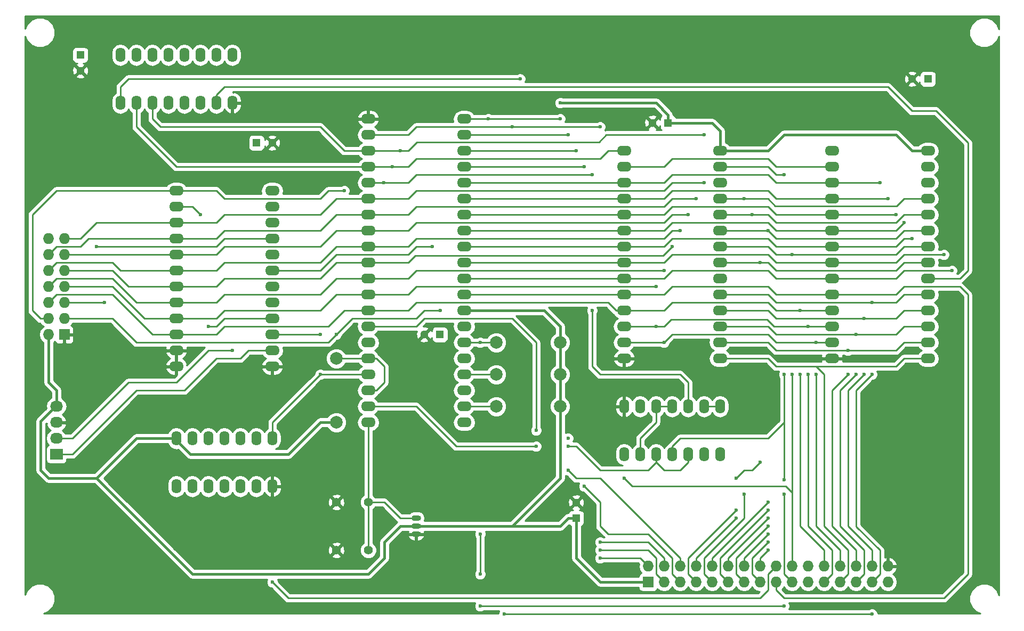
<source format=gbr>
G04 #@! TF.FileFunction,Copper,L2,Bot,Signal*
%FSLAX46Y46*%
G04 Gerber Fmt 4.6, Leading zero omitted, Abs format (unit mm)*
G04 Created by KiCad (PCBNEW (2015-08-13 BZR 6091)-product) date Sonntag, 30. August 2015 07:22:22*
%MOMM*%
G01*
G04 APERTURE LIST*
%ADD10C,0.100000*%
%ADD11O,1.600000X2.300000*%
%ADD12R,1.300000X1.300000*%
%ADD13C,1.300000*%
%ADD14R,2.032000X1.727200*%
%ADD15O,2.032000X1.727200*%
%ADD16R,1.727200X1.727200*%
%ADD17O,1.727200X1.727200*%
%ADD18O,2.300000X1.600000*%
%ADD19C,1.998980*%
%ADD20C,1.397000*%
%ADD21O,1.501140X0.899160*%
%ADD22C,0.600000*%
%ADD23C,0.250000*%
%ADD24C,0.400000*%
%ADD25C,0.254000*%
G04 APERTURE END LIST*
D10*
D11*
X163830000Y-101600000D03*
X161290000Y-101600000D03*
X158750000Y-101600000D03*
X156210000Y-101600000D03*
X153670000Y-101600000D03*
X151130000Y-101600000D03*
X148590000Y-101600000D03*
X148590000Y-109220000D03*
X151130000Y-109220000D03*
X153670000Y-109220000D03*
X156210000Y-109220000D03*
X158750000Y-109220000D03*
X161290000Y-109220000D03*
X163830000Y-109220000D03*
D12*
X90210000Y-59690000D03*
D13*
X92710000Y-59690000D03*
D12*
X119340000Y-90170000D03*
D13*
X116840000Y-90170000D03*
D14*
X58420000Y-109220000D03*
D15*
X58420000Y-106680000D03*
X58420000Y-104140000D03*
X58420000Y-101600000D03*
D16*
X59690000Y-90170000D03*
D17*
X57150000Y-90170000D03*
X59690000Y-87630000D03*
X57150000Y-87630000D03*
X59690000Y-85090000D03*
X57150000Y-85090000D03*
X59690000Y-82550000D03*
X57150000Y-82550000D03*
X59690000Y-80010000D03*
X57150000Y-80010000D03*
X59690000Y-77470000D03*
X57150000Y-77470000D03*
X59690000Y-74930000D03*
X57150000Y-74930000D03*
D18*
X181610000Y-60960000D03*
X181610000Y-63500000D03*
X181610000Y-66040000D03*
X181610000Y-68580000D03*
X181610000Y-71120000D03*
X181610000Y-73660000D03*
X181610000Y-76200000D03*
X181610000Y-78740000D03*
X181610000Y-81280000D03*
X181610000Y-83820000D03*
X181610000Y-86360000D03*
X181610000Y-88900000D03*
X181610000Y-91440000D03*
X181610000Y-93980000D03*
X196850000Y-93980000D03*
X196850000Y-91440000D03*
X196850000Y-88900000D03*
X196850000Y-86360000D03*
X196850000Y-83820000D03*
X196850000Y-81280000D03*
X196850000Y-78740000D03*
X196850000Y-76200000D03*
X196850000Y-73660000D03*
X196850000Y-71120000D03*
X196850000Y-68580000D03*
X196850000Y-66040000D03*
X196850000Y-63500000D03*
X196850000Y-60960000D03*
X92710000Y-95250000D03*
X92710000Y-92710000D03*
X92710000Y-90170000D03*
X92710000Y-87630000D03*
X92710000Y-85090000D03*
X92710000Y-82550000D03*
X92710000Y-80010000D03*
X92710000Y-77470000D03*
X92710000Y-74930000D03*
X92710000Y-72390000D03*
X92710000Y-69850000D03*
X92710000Y-67310000D03*
X77470000Y-67310000D03*
X77470000Y-69850000D03*
X77470000Y-72390000D03*
X77470000Y-74930000D03*
X77470000Y-77470000D03*
X77470000Y-80010000D03*
X77470000Y-82550000D03*
X77470000Y-85090000D03*
X77470000Y-87630000D03*
X77470000Y-90170000D03*
X77470000Y-92710000D03*
X77470000Y-95250000D03*
X148590000Y-60960000D03*
X148590000Y-63500000D03*
X148590000Y-66040000D03*
X148590000Y-68580000D03*
X148590000Y-71120000D03*
X148590000Y-73660000D03*
X148590000Y-76200000D03*
X148590000Y-78740000D03*
X148590000Y-81280000D03*
X148590000Y-83820000D03*
X148590000Y-86360000D03*
X148590000Y-88900000D03*
X148590000Y-91440000D03*
X148590000Y-93980000D03*
X163830000Y-93980000D03*
X163830000Y-91440000D03*
X163830000Y-88900000D03*
X163830000Y-86360000D03*
X163830000Y-83820000D03*
X163830000Y-81280000D03*
X163830000Y-78740000D03*
X163830000Y-76200000D03*
X163830000Y-73660000D03*
X163830000Y-71120000D03*
X163830000Y-68580000D03*
X163830000Y-66040000D03*
X163830000Y-63500000D03*
X163830000Y-60960000D03*
X123190000Y-104140000D03*
X123190000Y-101600000D03*
X123190000Y-99060000D03*
X123190000Y-96520000D03*
X123190000Y-93980000D03*
X123190000Y-91440000D03*
X123190000Y-88900000D03*
X123190000Y-86360000D03*
X123190000Y-83820000D03*
X123190000Y-81280000D03*
X123190000Y-78740000D03*
X123190000Y-76200000D03*
X123190000Y-73660000D03*
X123190000Y-71120000D03*
X123190000Y-68580000D03*
X123190000Y-66040000D03*
X123190000Y-63500000D03*
X123190000Y-60960000D03*
X123190000Y-58420000D03*
X123190000Y-55880000D03*
X107950000Y-55880000D03*
X107950000Y-58420000D03*
X107950000Y-60960000D03*
X107950000Y-63500000D03*
X107950000Y-66040000D03*
X107950000Y-68580000D03*
X107950000Y-71120000D03*
X107950000Y-73660000D03*
X107950000Y-76200000D03*
X107950000Y-78740000D03*
X107950000Y-81280000D03*
X107950000Y-83820000D03*
X107950000Y-86360000D03*
X107950000Y-88900000D03*
X107950000Y-91440000D03*
X107950000Y-93980000D03*
X107950000Y-96520000D03*
X107950000Y-99060000D03*
X107950000Y-101600000D03*
X107950000Y-104140000D03*
D11*
X77470000Y-114300000D03*
X80010000Y-114300000D03*
X82550000Y-114300000D03*
X85090000Y-114300000D03*
X87630000Y-114300000D03*
X90170000Y-114300000D03*
X92710000Y-114300000D03*
X92710000Y-106680000D03*
X90170000Y-106680000D03*
X87630000Y-106680000D03*
X85090000Y-106680000D03*
X82550000Y-106680000D03*
X80010000Y-106680000D03*
X77470000Y-106680000D03*
D12*
X62230000Y-45720000D03*
D13*
X62230000Y-48220000D03*
D12*
X196850000Y-49530000D03*
D13*
X194350000Y-49530000D03*
D12*
X155575000Y-56515000D03*
D13*
X153075000Y-56515000D03*
D12*
X140970000Y-119380000D03*
D13*
X140970000Y-116880000D03*
D19*
X128270000Y-101600000D03*
X138430000Y-101600000D03*
X102870000Y-93980000D03*
X102870000Y-104140000D03*
X128270000Y-96520000D03*
X138430000Y-96520000D03*
X128270000Y-91440000D03*
X138430000Y-91440000D03*
D20*
X102870000Y-116840000D03*
X107950000Y-116840000D03*
X102870000Y-124460000D03*
X107950000Y-124460000D03*
D21*
X115570000Y-120650000D03*
X115570000Y-121920000D03*
X115570000Y-119380000D03*
D11*
X68580000Y-53340000D03*
X71120000Y-53340000D03*
X73660000Y-53340000D03*
X76200000Y-53340000D03*
X78740000Y-53340000D03*
X81280000Y-53340000D03*
X83820000Y-53340000D03*
X86360000Y-53340000D03*
X86360000Y-45720000D03*
X83820000Y-45720000D03*
X81280000Y-45720000D03*
X78740000Y-45720000D03*
X76200000Y-45720000D03*
X73660000Y-45720000D03*
X71120000Y-45720000D03*
X68580000Y-45720000D03*
D16*
X152400000Y-129540000D03*
D17*
X152400000Y-127000000D03*
X154940000Y-129540000D03*
X154940000Y-127000000D03*
X157480000Y-129540000D03*
X157480000Y-127000000D03*
X160020000Y-129540000D03*
X160020000Y-127000000D03*
X162560000Y-129540000D03*
X162560000Y-127000000D03*
X165100000Y-129540000D03*
X165100000Y-127000000D03*
X167640000Y-129540000D03*
X167640000Y-127000000D03*
X170180000Y-129540000D03*
X170180000Y-127000000D03*
X172720000Y-129540000D03*
X172720000Y-127000000D03*
X175260000Y-129540000D03*
X175260000Y-127000000D03*
X177800000Y-129540000D03*
X177800000Y-127000000D03*
X180340000Y-129540000D03*
X180340000Y-127000000D03*
X182880000Y-129540000D03*
X182880000Y-127000000D03*
X185420000Y-129540000D03*
X185420000Y-127000000D03*
X187960000Y-129540000D03*
X187960000Y-127000000D03*
X190500000Y-129540000D03*
X190500000Y-127000000D03*
D22*
X86360000Y-92710000D03*
X186690000Y-114300000D03*
X171450000Y-96520000D03*
X152425001Y-92684999D03*
X172720000Y-93980000D03*
X138430000Y-53340000D03*
X102870000Y-90170000D03*
X119380000Y-86360000D03*
X139700000Y-106680000D03*
X134620000Y-105410000D03*
X104140000Y-67310000D03*
X176530000Y-86360000D03*
X176530000Y-96520000D03*
X177800000Y-88900000D03*
X177800000Y-96520000D03*
X153649675Y-88900000D03*
X153670000Y-82550000D03*
X179070000Y-91440000D03*
X179070000Y-96520000D03*
X154940000Y-91440000D03*
X154940000Y-80010000D03*
X156210000Y-76200000D03*
X184150000Y-92710000D03*
X184150000Y-96520000D03*
X157480000Y-73660000D03*
X185420000Y-90170000D03*
X185420000Y-96520000D03*
X158750000Y-71120000D03*
X186690000Y-87630000D03*
X186690000Y-96520000D03*
X160020000Y-68580000D03*
X187960000Y-85090000D03*
X187960000Y-96520000D03*
X161290000Y-66040000D03*
X118110000Y-76200000D03*
X125730000Y-91440000D03*
X125730000Y-121920000D03*
X125730000Y-128270000D03*
X187960000Y-134620000D03*
X129540000Y-134620000D03*
X143510000Y-86360000D03*
X132080000Y-49530000D03*
X148590000Y-113030000D03*
X175260000Y-77470000D03*
X175260000Y-96520000D03*
X139700000Y-107950000D03*
X134620000Y-107950000D03*
X173990000Y-113298839D03*
X173990000Y-115570000D03*
X173990000Y-64770000D03*
X173990000Y-96520000D03*
X92710000Y-129540000D03*
X100330000Y-96520000D03*
X100330000Y-90170000D03*
X82550000Y-88900000D03*
X81280000Y-71120000D03*
X64770000Y-76200000D03*
X111739311Y-63500000D03*
X144780000Y-124460000D03*
X113030000Y-60960000D03*
X144780000Y-123190000D03*
X161290000Y-58420000D03*
X173990000Y-133350000D03*
X125730000Y-133350000D03*
X66040000Y-85090000D03*
X130810000Y-57150000D03*
X142240000Y-114300000D03*
X144780000Y-57150000D03*
X189230000Y-66040000D03*
X171450000Y-116840000D03*
X190500000Y-68580000D03*
X171450000Y-118110000D03*
X191770000Y-71120000D03*
X171450000Y-119380000D03*
X193040000Y-72390000D03*
X171450000Y-120650000D03*
X194310000Y-74930000D03*
X171450000Y-121920000D03*
X199390000Y-77470000D03*
X171450000Y-123190000D03*
X200660000Y-80010000D03*
X171450000Y-124460000D03*
X170180000Y-110490000D03*
X166370000Y-113030000D03*
X166370000Y-118110000D03*
X170180000Y-78740000D03*
X139700000Y-58420000D03*
X127000000Y-55880000D03*
X139700000Y-111760000D03*
X138430000Y-55880000D03*
X171450000Y-73660000D03*
X166370000Y-119380000D03*
X168910000Y-71120000D03*
X140970000Y-60960000D03*
X167640000Y-115570000D03*
X167640000Y-68580000D03*
X142240000Y-63500000D03*
X144780000Y-125730000D03*
X110463892Y-66040000D03*
X143510000Y-64770000D03*
D23*
X87630000Y-93980000D02*
X88900000Y-92710000D01*
X88900000Y-92710000D02*
X92710000Y-92710000D01*
X83820000Y-93980000D02*
X87630000Y-93980000D01*
X78740000Y-99060000D02*
X83820000Y-93980000D01*
X71120000Y-99060000D02*
X78740000Y-99060000D01*
X60960000Y-109220000D02*
X71120000Y-99060000D01*
X58420000Y-109220000D02*
X60960000Y-109220000D01*
X77470000Y-97790000D02*
X82550000Y-92710000D01*
X82550000Y-92710000D02*
X86360000Y-92710000D01*
X69850000Y-97790000D02*
X77470000Y-97790000D01*
X60960000Y-106680000D02*
X69850000Y-97790000D01*
X58420000Y-106680000D02*
X60960000Y-106680000D01*
D24*
X186690000Y-114300000D02*
X190500000Y-118110000D01*
X190500000Y-118110000D02*
X190500000Y-127000000D01*
X157454999Y-92684999D02*
X161290000Y-96520000D01*
X161290000Y-96520000D02*
X171450000Y-96520000D01*
X152425001Y-92684999D02*
X157454999Y-92684999D01*
X181610000Y-93980000D02*
X172720000Y-93980000D01*
X135890000Y-54610000D02*
X151170000Y-54610000D01*
X151170000Y-54610000D02*
X153075000Y-56515000D01*
X134620000Y-53340000D02*
X135890000Y-54610000D01*
X86360000Y-53340000D02*
X134620000Y-53340000D01*
X144780000Y-129540000D02*
X140970000Y-125730000D01*
X140970000Y-125730000D02*
X140970000Y-119380000D01*
X152400000Y-129540000D02*
X144780000Y-129540000D01*
X130810000Y-120650000D02*
X138430000Y-120650000D01*
X138430000Y-120650000D02*
X139740000Y-119340000D01*
X139740000Y-119340000D02*
X140970000Y-119340000D01*
X138430000Y-53340000D02*
X153670000Y-53340000D01*
X153670000Y-53340000D02*
X155575000Y-55245000D01*
X155575000Y-55245000D02*
X155575000Y-56515000D01*
X138430000Y-88900000D02*
X138430000Y-91440000D01*
X135890000Y-86360000D02*
X138430000Y-88900000D01*
X123190000Y-86360000D02*
X135890000Y-86360000D01*
X191770000Y-58420000D02*
X194310000Y-60960000D01*
X194310000Y-60960000D02*
X196850000Y-60960000D01*
X173990000Y-58420000D02*
X191770000Y-58420000D01*
X171450000Y-60960000D02*
X173990000Y-58420000D01*
X163830000Y-60960000D02*
X171450000Y-60960000D01*
X162560000Y-56515000D02*
X163830000Y-57785000D01*
X163830000Y-57785000D02*
X163830000Y-60960000D01*
X155575000Y-56515000D02*
X162560000Y-56515000D01*
X115570000Y-120650000D02*
X130810000Y-120650000D01*
X130810000Y-120650000D02*
X138430000Y-113030000D01*
X138430000Y-113030000D02*
X138430000Y-101600000D01*
X138430000Y-96520000D02*
X138430000Y-101600000D01*
X138430000Y-91440000D02*
X138430000Y-96520000D01*
X64770000Y-113030000D02*
X80010000Y-128270000D01*
X80010000Y-128270000D02*
X107950000Y-128270000D01*
X107950000Y-128270000D02*
X110490000Y-125730000D01*
X110490000Y-125730000D02*
X110490000Y-123190000D01*
X110490000Y-123190000D02*
X113030000Y-120650000D01*
X113030000Y-120650000D02*
X115570000Y-120650000D01*
X100330000Y-104140000D02*
X102870000Y-104140000D01*
X95250000Y-109220000D02*
X100330000Y-104140000D01*
X79660000Y-109220000D02*
X95250000Y-109220000D01*
X77470000Y-106680000D02*
X77470000Y-107030000D01*
X77470000Y-107030000D02*
X79660000Y-109220000D01*
X64770000Y-113030000D02*
X71120000Y-106680000D01*
X71120000Y-106680000D02*
X77470000Y-106680000D01*
X57150000Y-113030000D02*
X64770000Y-113030000D01*
X55880000Y-111760000D02*
X57150000Y-113030000D01*
X55880000Y-103987600D02*
X55880000Y-111760000D01*
X58420000Y-101600000D02*
X58267600Y-101600000D01*
X58267600Y-101600000D02*
X55880000Y-103987600D01*
X57150000Y-97790000D02*
X58420000Y-99060000D01*
X58420000Y-99060000D02*
X58420000Y-101600000D01*
X57150000Y-90170000D02*
X57150000Y-97790000D01*
D23*
X181610000Y-83820000D02*
X191770000Y-83820000D01*
X191770000Y-83820000D02*
X193040000Y-82550000D01*
X193040000Y-82550000D02*
X201930000Y-82550000D01*
X201930000Y-82550000D02*
X203200000Y-83820000D01*
X203200000Y-83820000D02*
X203200000Y-128270000D01*
X203200000Y-128270000D02*
X199390000Y-132080000D01*
X199390000Y-132080000D02*
X191770000Y-132080000D01*
X191770000Y-132080000D02*
X191788601Y-132061399D01*
X173990000Y-132080000D02*
X191770000Y-132080000D01*
X172720000Y-130810000D02*
X173990000Y-132080000D01*
X172720000Y-129540000D02*
X172720000Y-130810000D01*
X116840000Y-86360000D02*
X119380000Y-86360000D01*
X115570000Y-87630000D02*
X116840000Y-86360000D01*
X105410000Y-87630000D02*
X115570000Y-87630000D01*
X101600000Y-91440000D02*
X105410000Y-87630000D01*
X71120000Y-91440000D02*
X101600000Y-91440000D01*
X67310000Y-87630000D02*
X71120000Y-91440000D01*
X59690000Y-87630000D02*
X67310000Y-87630000D01*
X123190000Y-83820000D02*
X148590000Y-83820000D01*
X171450000Y-82550000D02*
X172720000Y-83820000D01*
X172720000Y-83820000D02*
X181610000Y-83820000D01*
X156210000Y-82550000D02*
X171450000Y-82550000D01*
X154940000Y-83820000D02*
X156210000Y-82550000D01*
X148590000Y-83820000D02*
X154940000Y-83820000D01*
X153670000Y-104140000D02*
X151130000Y-106680000D01*
X151130000Y-106680000D02*
X151130000Y-109220000D01*
X153670000Y-101600000D02*
X153670000Y-104140000D01*
X153670000Y-101600000D02*
X156210000Y-101600000D01*
X133350000Y-90170000D02*
X134620000Y-91440000D01*
X134620000Y-91440000D02*
X134620000Y-105410000D01*
X130810000Y-87630000D02*
X133350000Y-90170000D01*
X116840000Y-87630000D02*
X130810000Y-87630000D01*
X115570000Y-88900000D02*
X116840000Y-87630000D01*
X107950000Y-88900000D02*
X115570000Y-88900000D01*
X100330000Y-68580000D02*
X101600000Y-67310000D01*
X101600000Y-67310000D02*
X104140000Y-67310000D01*
X85090000Y-68580000D02*
X100330000Y-68580000D01*
X83820000Y-67310000D02*
X85090000Y-68580000D01*
X77820000Y-67310000D02*
X83820000Y-67310000D01*
X77470000Y-67310000D02*
X77820000Y-67310000D01*
X54610000Y-71120000D02*
X58420000Y-67310000D01*
X58420000Y-67310000D02*
X77470000Y-67310000D01*
X54610000Y-86360000D02*
X54610000Y-71120000D01*
X55880000Y-87630000D02*
X54610000Y-86360000D01*
X57150000Y-87630000D02*
X55880000Y-87630000D01*
X176530000Y-120650000D02*
X176530000Y-96520000D01*
X180340000Y-124460000D02*
X176530000Y-120650000D01*
X180340000Y-125730000D02*
X180340000Y-124460000D01*
X180340000Y-127000000D02*
X180340000Y-125730000D01*
X73660000Y-90170000D02*
X77470000Y-90170000D01*
X67310000Y-83820000D02*
X73660000Y-90170000D01*
X58420000Y-83820000D02*
X67310000Y-83820000D01*
X57150000Y-85090000D02*
X58420000Y-83820000D01*
X77470000Y-90170000D02*
X83820000Y-90170000D01*
X83820000Y-90170000D02*
X85090000Y-88900000D01*
X85090000Y-88900000D02*
X101600000Y-88900000D01*
X101600000Y-88900000D02*
X104140000Y-86360000D01*
X104140000Y-86360000D02*
X107950000Y-86360000D01*
X147320000Y-86360000D02*
X148590000Y-86360000D01*
X146050000Y-85090000D02*
X147320000Y-86360000D01*
X115570000Y-85090000D02*
X146050000Y-85090000D01*
X114300000Y-86360000D02*
X115570000Y-85090000D01*
X107950000Y-86360000D02*
X114300000Y-86360000D01*
X171450000Y-85090000D02*
X172720000Y-86360000D01*
X172720000Y-86360000D02*
X181610000Y-86360000D01*
X156210000Y-85090000D02*
X171450000Y-85090000D01*
X154940000Y-86360000D02*
X156210000Y-85090000D01*
X148590000Y-86360000D02*
X154940000Y-86360000D01*
X177800000Y-120650000D02*
X177800000Y-96520000D01*
X181610000Y-124460000D02*
X177800000Y-120650000D01*
X181610000Y-128270000D02*
X181610000Y-124460000D01*
X180340000Y-129540000D02*
X181610000Y-128270000D01*
X72390000Y-87630000D02*
X77470000Y-87630000D01*
X67310000Y-82550000D02*
X72390000Y-87630000D01*
X59690000Y-82550000D02*
X67310000Y-82550000D01*
X102870000Y-83820000D02*
X107950000Y-83820000D01*
X100330000Y-86360000D02*
X102870000Y-83820000D01*
X85090000Y-86360000D02*
X100330000Y-86360000D01*
X83820000Y-87630000D02*
X85090000Y-86360000D01*
X77470000Y-87630000D02*
X83820000Y-87630000D01*
X148590000Y-88900000D02*
X153649675Y-88900000D01*
X153649675Y-88900000D02*
X154940000Y-88900000D01*
X115570000Y-82550000D02*
X153670000Y-82550000D01*
X114300000Y-83820000D02*
X115570000Y-82550000D01*
X107950000Y-83820000D02*
X114300000Y-83820000D01*
X172430020Y-88900000D02*
X181610000Y-88900000D01*
X171305010Y-87774990D02*
X172430020Y-88900000D01*
X154940000Y-88900000D02*
X156065010Y-87774990D01*
X156065010Y-87774990D02*
X171305010Y-87774990D01*
X179070000Y-120650000D02*
X179070000Y-96520000D01*
X182880000Y-124460000D02*
X179070000Y-120650000D01*
X182880000Y-127000000D02*
X182880000Y-124460000D01*
X71120000Y-85090000D02*
X77470000Y-85090000D01*
X67310000Y-81280000D02*
X71120000Y-85090000D01*
X58420000Y-81280000D02*
X67310000Y-81280000D01*
X57150000Y-82550000D02*
X58420000Y-81280000D01*
X102870000Y-81280000D02*
X107950000Y-81280000D01*
X100330000Y-83820000D02*
X102870000Y-81280000D01*
X85090000Y-83820000D02*
X100330000Y-83820000D01*
X83820000Y-85090000D02*
X85090000Y-83820000D01*
X77470000Y-85090000D02*
X83820000Y-85090000D01*
X114300000Y-81280000D02*
X115570000Y-80010000D01*
X115570000Y-80010000D02*
X154940000Y-80010000D01*
X107950000Y-81280000D02*
X114300000Y-81280000D01*
X171450000Y-90170000D02*
X172720000Y-91440000D01*
X172720000Y-91440000D02*
X181610000Y-91440000D01*
X156210000Y-90170000D02*
X171450000Y-90170000D01*
X154940000Y-91440000D02*
X156210000Y-90170000D01*
X148590000Y-91440000D02*
X154940000Y-91440000D01*
X172720000Y-95250000D02*
X179070000Y-95250000D01*
X179070000Y-95250000D02*
X180340000Y-96520000D01*
X180340000Y-120650000D02*
X180340000Y-96520000D01*
X184150000Y-124460000D02*
X180340000Y-120650000D01*
X184150000Y-128270000D02*
X184150000Y-124460000D01*
X182880000Y-129540000D02*
X184150000Y-128270000D01*
X69850000Y-82550000D02*
X77470000Y-82550000D01*
X67310000Y-80010000D02*
X69850000Y-82550000D01*
X59690000Y-80010000D02*
X67310000Y-80010000D01*
X102870000Y-78740000D02*
X107950000Y-78740000D01*
X100330000Y-81280000D02*
X102870000Y-78740000D01*
X85090000Y-81280000D02*
X100330000Y-81280000D01*
X83820000Y-82550000D02*
X85090000Y-81280000D01*
X77470000Y-82550000D02*
X83820000Y-82550000D01*
X154940000Y-77470000D02*
X156210000Y-76200000D01*
X154795010Y-77614990D02*
X154940000Y-77470000D01*
X114300000Y-78740000D02*
X115425010Y-77614990D01*
X115425010Y-77614990D02*
X154795010Y-77614990D01*
X107950000Y-78740000D02*
X114300000Y-78740000D01*
X193040000Y-93980000D02*
X196850000Y-93980000D01*
X191770000Y-95250000D02*
X193040000Y-93980000D01*
X172720000Y-95250000D02*
X191770000Y-95250000D01*
X171450000Y-93980000D02*
X172720000Y-95250000D01*
X163830000Y-93980000D02*
X171450000Y-93980000D01*
X181610000Y-99060000D02*
X184150000Y-96520000D01*
X181610000Y-120650000D02*
X181610000Y-99060000D01*
X185420000Y-124460000D02*
X181610000Y-120650000D01*
X185420000Y-127000000D02*
X185420000Y-124460000D01*
X68580000Y-80010000D02*
X77470000Y-80010000D01*
X67310000Y-78740000D02*
X68580000Y-80010000D01*
X58420000Y-78740000D02*
X67310000Y-78740000D01*
X57150000Y-80010000D02*
X58420000Y-78740000D01*
X77470000Y-80010000D02*
X83820000Y-80010000D01*
X83820000Y-80010000D02*
X85090000Y-78740000D01*
X85090000Y-78740000D02*
X100330000Y-78740000D01*
X100330000Y-78740000D02*
X102870000Y-76200000D01*
X102870000Y-76200000D02*
X107950000Y-76200000D01*
X156210000Y-73660000D02*
X157480000Y-73660000D01*
X154940000Y-74930000D02*
X156210000Y-73660000D01*
X115570000Y-74930000D02*
X154940000Y-74930000D01*
X114300000Y-76200000D02*
X115570000Y-74930000D01*
X107950000Y-76200000D02*
X114300000Y-76200000D01*
X193040000Y-91440000D02*
X196850000Y-91440000D01*
X191770000Y-92710000D02*
X193040000Y-91440000D01*
X172720000Y-92710000D02*
X191770000Y-92710000D01*
X171450000Y-91440000D02*
X172720000Y-92710000D01*
X163830000Y-91440000D02*
X171450000Y-91440000D01*
X172720000Y-90170000D02*
X191770000Y-90170000D01*
X171450000Y-88900000D02*
X172720000Y-90170000D01*
X193040000Y-88900000D02*
X191770000Y-90170000D01*
X182880000Y-120650000D02*
X182880000Y-99060000D01*
X182880000Y-99060000D02*
X185420000Y-96520000D01*
X186690000Y-124460000D02*
X182880000Y-120650000D01*
X186690000Y-125093590D02*
X186690000Y-124460000D01*
X186690000Y-128270000D02*
X186690000Y-125093590D01*
X185420000Y-129540000D02*
X186690000Y-128270000D01*
X59690000Y-77470000D02*
X77470000Y-77470000D01*
X102870000Y-73660000D02*
X107950000Y-73660000D01*
X100330000Y-76200000D02*
X102870000Y-73660000D01*
X85090000Y-76200000D02*
X100330000Y-76200000D01*
X83820000Y-77470000D02*
X85090000Y-76200000D01*
X77470000Y-77470000D02*
X83820000Y-77470000D01*
X122518996Y-72390000D02*
X122680355Y-72390000D01*
X122680355Y-72390000D02*
X154940000Y-72390000D01*
X115570000Y-72390000D02*
X122680355Y-72390000D01*
X154940000Y-72390000D02*
X156210000Y-71120000D01*
X156210000Y-71120000D02*
X158750000Y-71120000D01*
X114300000Y-73660000D02*
X115570000Y-72390000D01*
X107950000Y-73660000D02*
X114300000Y-73660000D01*
X163830000Y-88900000D02*
X171450000Y-88900000D01*
X193040000Y-88900000D02*
X196850000Y-88900000D01*
X184150000Y-99060000D02*
X186690000Y-96520000D01*
X184150000Y-120650000D02*
X184150000Y-99060000D01*
X187960000Y-124460000D02*
X184150000Y-120650000D01*
X187960000Y-127000000D02*
X187960000Y-124460000D01*
X62230000Y-76200000D02*
X63500000Y-74930000D01*
X63500000Y-74930000D02*
X77470000Y-74930000D01*
X58420000Y-76200000D02*
X62230000Y-76200000D01*
X57150000Y-77470000D02*
X58420000Y-76200000D01*
X100330000Y-73660000D02*
X102870000Y-71120000D01*
X102870000Y-71120000D02*
X107950000Y-71120000D01*
X85090000Y-73660000D02*
X100330000Y-73660000D01*
X83820000Y-74930000D02*
X85090000Y-73660000D01*
X77470000Y-74930000D02*
X83820000Y-74930000D01*
X156210000Y-68580000D02*
X160020000Y-68580000D01*
X154940000Y-69850000D02*
X156210000Y-68580000D01*
X115570000Y-69850000D02*
X154940000Y-69850000D01*
X114300000Y-71120000D02*
X115570000Y-69850000D01*
X107950000Y-71120000D02*
X114300000Y-71120000D01*
X191770000Y-87630000D02*
X193040000Y-86360000D01*
X193040000Y-86360000D02*
X196850000Y-86360000D01*
X172720000Y-87630000D02*
X191770000Y-87630000D01*
X171450000Y-86360000D02*
X172720000Y-87630000D01*
X163830000Y-86360000D02*
X171450000Y-86360000D01*
X185420000Y-99060000D02*
X187960000Y-96520000D01*
X185420000Y-120687202D02*
X185420000Y-99060000D01*
X189211399Y-124478601D02*
X185420000Y-120687202D01*
X189230000Y-128270000D02*
X189230000Y-127637130D01*
X189230000Y-127637130D02*
X189211399Y-127618529D01*
X189211399Y-127618529D02*
X189211399Y-124478601D01*
X187960000Y-129540000D02*
X189230000Y-128270000D01*
X62230000Y-74930000D02*
X64770000Y-72390000D01*
X64770000Y-72390000D02*
X77470000Y-72390000D01*
X59690000Y-74930000D02*
X62230000Y-74930000D01*
X100330000Y-71120000D02*
X102870000Y-68580000D01*
X102870000Y-68580000D02*
X107950000Y-68580000D01*
X85090000Y-71120000D02*
X100330000Y-71120000D01*
X83820000Y-72390000D02*
X85090000Y-71120000D01*
X77470000Y-72390000D02*
X83820000Y-72390000D01*
X154940000Y-67310000D02*
X156210000Y-66040000D01*
X156210000Y-66040000D02*
X161290000Y-66040000D01*
X115570000Y-67310000D02*
X154940000Y-67310000D01*
X114300000Y-68580000D02*
X115570000Y-67310000D01*
X107950000Y-68580000D02*
X114300000Y-68580000D01*
X191770000Y-85090000D02*
X193040000Y-83820000D01*
X193040000Y-83820000D02*
X196850000Y-83820000D01*
X172720000Y-85090000D02*
X191770000Y-85090000D01*
X171450000Y-83820000D02*
X172720000Y-85090000D01*
X163830000Y-83820000D02*
X171450000Y-83820000D01*
X123190000Y-101600000D02*
X128270000Y-101600000D01*
X109220000Y-99060000D02*
X107950000Y-99060000D01*
X110490000Y-97790000D02*
X109220000Y-99060000D01*
X110490000Y-95250000D02*
X110490000Y-97790000D01*
X109220000Y-93980000D02*
X110490000Y-95250000D01*
X107950000Y-93980000D02*
X109220000Y-93980000D01*
X107950000Y-93980000D02*
X108300000Y-93980000D01*
X102870000Y-93980000D02*
X107950000Y-93980000D01*
X114300000Y-77470000D02*
X115570000Y-76200000D01*
X115570000Y-76200000D02*
X118110000Y-76200000D01*
X102870000Y-77470000D02*
X114300000Y-77470000D01*
X100330000Y-80010000D02*
X102870000Y-77470000D01*
X92710000Y-80010000D02*
X100330000Y-80010000D01*
X123190000Y-96520000D02*
X128270000Y-96520000D01*
X125730000Y-128270000D02*
X125730000Y-121920000D01*
X123190000Y-91440000D02*
X128270000Y-91440000D01*
X129540000Y-134620000D02*
X187960000Y-134620000D01*
X107950000Y-124460000D02*
X107950000Y-116840000D01*
X110490000Y-116840000D02*
X113030000Y-119380000D01*
X113030000Y-119380000D02*
X115570000Y-119380000D01*
X107950000Y-116840000D02*
X110490000Y-116840000D01*
X107950000Y-104140000D02*
X107950000Y-116840000D01*
X158750000Y-97790000D02*
X158750000Y-101600000D01*
X157480000Y-96520000D02*
X158750000Y-97790000D01*
X144780000Y-96520000D02*
X157480000Y-96520000D01*
X143510000Y-95250000D02*
X144780000Y-96520000D01*
X143510000Y-86360000D02*
X143510000Y-95250000D01*
X68580000Y-50800000D02*
X69850000Y-49530000D01*
X69850000Y-49530000D02*
X132080000Y-49530000D01*
X68580000Y-52990000D02*
X68580000Y-50800000D01*
X68580000Y-53340000D02*
X68580000Y-52990000D01*
X68580000Y-53340000D02*
X68580000Y-53690000D01*
X175260000Y-127000000D02*
X175260000Y-115258766D01*
X175260000Y-115258766D02*
X175260000Y-96520000D01*
X148590000Y-113030000D02*
X149860000Y-114300000D01*
X149860000Y-114300000D02*
X174301234Y-114300000D01*
X174301234Y-114300000D02*
X175260000Y-115258766D01*
X191770000Y-77470000D02*
X193040000Y-76200000D01*
X193040000Y-76200000D02*
X196850000Y-76200000D01*
X172720000Y-77470000D02*
X191770000Y-77470000D01*
X171450000Y-76200000D02*
X172720000Y-77470000D01*
X163830000Y-76200000D02*
X171450000Y-76200000D01*
X158750000Y-110490000D02*
X158750000Y-109220000D01*
X157480000Y-111760000D02*
X158750000Y-110490000D01*
X154940000Y-111760000D02*
X157480000Y-111760000D01*
X153670000Y-110490000D02*
X154940000Y-111760000D01*
X153670000Y-110490000D02*
X153670000Y-109220000D01*
X152400000Y-111760000D02*
X153670000Y-110490000D01*
X144780000Y-111760000D02*
X152400000Y-111760000D01*
X140970000Y-107950000D02*
X144780000Y-111760000D01*
X139700000Y-107950000D02*
X140970000Y-107950000D01*
X115570000Y-101600000D02*
X121920000Y-107950000D01*
X121920000Y-107950000D02*
X134620000Y-107950000D01*
X108300000Y-101600000D02*
X115570000Y-101600000D01*
X107950000Y-101600000D02*
X108300000Y-101600000D01*
X173990000Y-104140000D02*
X173990000Y-105410000D01*
X173990000Y-113298839D02*
X173990000Y-104140000D01*
X173990000Y-128270000D02*
X173990000Y-115570000D01*
X175260000Y-129540000D02*
X173990000Y-128270000D01*
X156210000Y-109220000D02*
X156210000Y-107950000D01*
X156210000Y-107950000D02*
X157480000Y-106680000D01*
X157480000Y-106680000D02*
X171450000Y-106680000D01*
X171450000Y-106680000D02*
X173990000Y-104140000D01*
X173990000Y-104140000D02*
X173990000Y-96520000D01*
X172720000Y-64770000D02*
X171450000Y-63500000D01*
X171450000Y-63500000D02*
X163830000Y-63500000D01*
X173990000Y-64770000D02*
X172720000Y-64770000D01*
X196850000Y-81280000D02*
X201930000Y-81280000D01*
X190500000Y-50800000D02*
X85090000Y-50800000D01*
X201930000Y-81280000D02*
X203200000Y-80010000D01*
X203200000Y-80010000D02*
X203200000Y-59690000D01*
X203200000Y-59690000D02*
X198120000Y-54610000D01*
X198120000Y-54610000D02*
X194310000Y-54610000D01*
X194310000Y-54610000D02*
X190500000Y-50800000D01*
X85090000Y-50800000D02*
X83820000Y-52070000D01*
X83820000Y-53340000D02*
X83820000Y-52070000D01*
X83820000Y-52990000D02*
X83820000Y-52070000D01*
X83820000Y-53340000D02*
X83820000Y-52990000D01*
X170180000Y-132080000D02*
X95250000Y-132080000D01*
X95250000Y-132080000D02*
X92710000Y-129540000D01*
X171450000Y-130810000D02*
X170180000Y-132080000D01*
X171450000Y-128270000D02*
X171450000Y-130810000D01*
X172720000Y-127000000D02*
X171450000Y-128270000D01*
X92710000Y-90170000D02*
X100330000Y-90170000D01*
X82550000Y-88900000D02*
X83820000Y-88900000D01*
X83820000Y-88900000D02*
X85090000Y-87630000D01*
X85090000Y-87630000D02*
X92710000Y-87630000D01*
X77820000Y-69850000D02*
X80010000Y-69850000D01*
X80010000Y-69850000D02*
X81280000Y-71120000D01*
X77470000Y-69850000D02*
X77820000Y-69850000D01*
X92710000Y-106680000D02*
X92710000Y-104140000D01*
X92710000Y-104140000D02*
X100330000Y-96520000D01*
X100330000Y-96520000D02*
X107950000Y-96520000D01*
X85090000Y-74930000D02*
X92710000Y-74930000D01*
X83820000Y-76200000D02*
X85090000Y-74930000D01*
X64770000Y-76200000D02*
X83820000Y-76200000D01*
X107950000Y-63500000D02*
X111739311Y-63500000D01*
X111739311Y-63500000D02*
X114300000Y-63500000D01*
X152400000Y-124460000D02*
X144780000Y-124460000D01*
X153670000Y-125730000D02*
X152400000Y-124460000D01*
X153670000Y-128270000D02*
X153670000Y-125730000D01*
X154940000Y-129540000D02*
X153670000Y-128270000D01*
X71120000Y-57150000D02*
X77470000Y-63500000D01*
X77470000Y-63500000D02*
X107950000Y-63500000D01*
X71120000Y-53340000D02*
X71120000Y-57150000D01*
X144780000Y-62230000D02*
X146050000Y-60960000D01*
X146050000Y-60960000D02*
X147190000Y-60960000D01*
X147190000Y-60960000D02*
X148590000Y-60960000D01*
X115570000Y-62230000D02*
X144780000Y-62230000D01*
X114300000Y-63500000D02*
X115570000Y-62230000D01*
X152400000Y-123190000D02*
X144780000Y-123190000D01*
X154940000Y-125730000D02*
X152400000Y-123190000D01*
X154940000Y-127000000D02*
X154940000Y-125730000D01*
X73660000Y-53340000D02*
X73660000Y-55880000D01*
X73660000Y-55880000D02*
X74930000Y-57150000D01*
X74930000Y-57150000D02*
X100330000Y-57150000D01*
X100330000Y-57150000D02*
X104140000Y-60960000D01*
X104140000Y-60960000D02*
X107950000Y-60960000D01*
X144635010Y-59545010D02*
X145760020Y-58420000D01*
X145760020Y-58420000D02*
X161290000Y-58420000D01*
X114300000Y-60960000D02*
X115714990Y-59545010D01*
X115714990Y-59545010D02*
X144635010Y-59545010D01*
X107950000Y-60960000D02*
X114300000Y-60960000D01*
X125730000Y-133350000D02*
X173990000Y-133350000D01*
X59690000Y-85090000D02*
X66040000Y-85090000D01*
X144780000Y-116840000D02*
X142240000Y-114300000D01*
X144780000Y-120650000D02*
X144780000Y-116840000D01*
X146050000Y-121920000D02*
X144780000Y-120650000D01*
X152400000Y-121920000D02*
X146050000Y-121920000D01*
X156210000Y-125730000D02*
X152400000Y-121920000D01*
X156210000Y-128270000D02*
X156210000Y-125730000D01*
X157480000Y-129540000D02*
X156210000Y-128270000D01*
X114300000Y-58420000D02*
X115570000Y-57150000D01*
X115570000Y-57150000D02*
X144780000Y-57150000D01*
X107950000Y-58420000D02*
X114300000Y-58420000D01*
X171450000Y-62230000D02*
X172720000Y-63500000D01*
X172720000Y-63500000D02*
X181610000Y-63500000D01*
X156210000Y-62230000D02*
X171450000Y-62230000D01*
X154940000Y-63500000D02*
X156210000Y-62230000D01*
X148590000Y-63500000D02*
X154940000Y-63500000D01*
X189230000Y-66040000D02*
X181610000Y-66040000D01*
X162560000Y-125730000D02*
X171450000Y-116840000D01*
X162560000Y-127000000D02*
X162560000Y-125730000D01*
X123190000Y-66040000D02*
X148590000Y-66040000D01*
X171450000Y-64770000D02*
X172720000Y-66040000D01*
X172720000Y-66040000D02*
X181610000Y-66040000D01*
X156210000Y-64770000D02*
X171450000Y-64770000D01*
X154940000Y-66040000D02*
X156210000Y-64770000D01*
X148590000Y-66040000D02*
X154940000Y-66040000D01*
X190500000Y-68580000D02*
X181610000Y-68580000D01*
X163830000Y-125730000D02*
X171450000Y-118110000D01*
X163830000Y-128270000D02*
X163830000Y-125730000D01*
X165100000Y-129540000D02*
X163830000Y-128270000D01*
X123190000Y-68580000D02*
X148590000Y-68580000D01*
X148590000Y-68580000D02*
X154940000Y-68580000D01*
X154940000Y-68580000D02*
X156210000Y-67310000D01*
X172720000Y-68580000D02*
X181610000Y-68580000D01*
X156210000Y-67310000D02*
X171450000Y-67310000D01*
X171450000Y-67310000D02*
X172720000Y-68580000D01*
X191770000Y-71120000D02*
X181610000Y-71120000D01*
X165100000Y-125730000D02*
X171450000Y-119380000D01*
X165100000Y-127000000D02*
X165100000Y-125730000D01*
X123190000Y-71120000D02*
X148590000Y-71120000D01*
X172720000Y-71120000D02*
X181610000Y-71120000D01*
X171450000Y-69850000D02*
X172720000Y-71120000D01*
X156210000Y-69850000D02*
X171450000Y-69850000D01*
X154940000Y-71120000D02*
X156210000Y-69850000D01*
X148590000Y-71120000D02*
X154940000Y-71120000D01*
X191770000Y-73660000D02*
X181610000Y-73660000D01*
X193040000Y-72390000D02*
X191770000Y-73660000D01*
X166370000Y-125730000D02*
X171450000Y-120650000D01*
X166370000Y-128270000D02*
X166370000Y-125730000D01*
X167640000Y-129540000D02*
X166370000Y-128270000D01*
X123190000Y-73660000D02*
X148590000Y-73660000D01*
X148590000Y-73660000D02*
X154940000Y-73660000D01*
X154940000Y-73660000D02*
X156210000Y-72390000D01*
X156210000Y-72390000D02*
X171450000Y-72390000D01*
X172720000Y-73660000D02*
X181610000Y-73660000D01*
X171450000Y-72390000D02*
X172720000Y-73660000D01*
X191770000Y-76200000D02*
X181610000Y-76200000D01*
X193040000Y-74930000D02*
X191770000Y-76200000D01*
X194310000Y-74930000D02*
X193040000Y-74930000D01*
X167640000Y-125730000D02*
X171450000Y-121920000D01*
X167640000Y-127000000D02*
X167640000Y-125730000D01*
X123190000Y-76200000D02*
X148590000Y-76200000D01*
X171450000Y-74930000D02*
X172720000Y-76200000D01*
X172720000Y-76200000D02*
X181610000Y-76200000D01*
X156210000Y-74930000D02*
X171450000Y-74930000D01*
X154940000Y-76200000D02*
X156210000Y-74930000D01*
X148590000Y-76200000D02*
X154940000Y-76200000D01*
X191770000Y-78740000D02*
X181610000Y-78740000D01*
X193040000Y-77470000D02*
X191770000Y-78740000D01*
X199390000Y-77470000D02*
X193040000Y-77470000D01*
X168910000Y-125730000D02*
X171450000Y-123190000D01*
X168910000Y-128270000D02*
X168910000Y-125730000D01*
X170180000Y-129540000D02*
X168910000Y-128270000D01*
X123190000Y-78740000D02*
X148590000Y-78740000D01*
X171450000Y-77470000D02*
X172720000Y-78740000D01*
X172720000Y-78740000D02*
X181610000Y-78740000D01*
X156210000Y-77470000D02*
X171450000Y-77470000D01*
X154940000Y-78740000D02*
X156210000Y-77470000D01*
X148590000Y-78740000D02*
X154940000Y-78740000D01*
X191770000Y-81280000D02*
X181610000Y-81280000D01*
X193040000Y-80010000D02*
X191770000Y-81280000D01*
X200660000Y-80010000D02*
X193040000Y-80010000D01*
X170180000Y-125730000D02*
X171450000Y-124460000D01*
X170180000Y-127000000D02*
X170180000Y-125730000D01*
X123190000Y-81280000D02*
X148590000Y-81280000D01*
X171450000Y-80010000D02*
X172720000Y-81280000D01*
X172720000Y-81280000D02*
X181610000Y-81280000D01*
X156210000Y-80010000D02*
X171450000Y-80010000D01*
X154940000Y-81280000D02*
X156210000Y-80010000D01*
X148590000Y-81280000D02*
X154940000Y-81280000D01*
X168910000Y-111760000D02*
X170180000Y-110490000D01*
X167640000Y-111760000D02*
X168910000Y-111760000D01*
X166370000Y-113030000D02*
X167640000Y-111760000D01*
X158750000Y-125730000D02*
X166370000Y-118110000D01*
X158750000Y-128270000D02*
X158750000Y-125730000D01*
X160020000Y-129540000D02*
X158750000Y-128270000D01*
X123190000Y-58420000D02*
X139700000Y-58420000D01*
X191770000Y-80010000D02*
X193040000Y-78740000D01*
X193040000Y-78740000D02*
X196850000Y-78740000D01*
X172720000Y-80010000D02*
X191770000Y-80010000D01*
X171450000Y-78740000D02*
X172720000Y-80010000D01*
X163830000Y-78740000D02*
X171450000Y-78740000D01*
X144780000Y-113030000D02*
X140970000Y-113030000D01*
X140970000Y-113030000D02*
X139700000Y-111760000D01*
X157480000Y-127000000D02*
X157480000Y-125730000D01*
X157480000Y-125730000D02*
X144780000Y-113030000D01*
X123190000Y-55880000D02*
X138430000Y-55880000D01*
X191770000Y-74930000D02*
X193040000Y-73660000D01*
X193040000Y-73660000D02*
X196850000Y-73660000D01*
X172720000Y-74930000D02*
X191770000Y-74930000D01*
X171450000Y-73660000D02*
X172720000Y-74930000D01*
X163830000Y-73660000D02*
X171450000Y-73660000D01*
X160020000Y-125730000D02*
X166370000Y-119380000D01*
X160020000Y-127000000D02*
X160020000Y-125730000D01*
X123190000Y-60960000D02*
X140970000Y-60960000D01*
X191770000Y-72390000D02*
X193040000Y-71120000D01*
X193040000Y-71120000D02*
X196850000Y-71120000D01*
X172720000Y-72390000D02*
X191770000Y-72390000D01*
X171450000Y-71120000D02*
X172720000Y-72390000D01*
X163830000Y-71120000D02*
X171450000Y-71120000D01*
X167640000Y-119380000D02*
X167640000Y-115570000D01*
X161290000Y-125730000D02*
X167640000Y-119380000D01*
X161290000Y-128270000D02*
X161290000Y-125730000D01*
X162560000Y-129540000D02*
X161290000Y-128270000D01*
X123190000Y-63500000D02*
X142240000Y-63500000D01*
X191914990Y-69705010D02*
X193040000Y-68580000D01*
X193040000Y-68580000D02*
X196850000Y-68580000D01*
X171450000Y-68580000D02*
X172575010Y-69705010D01*
X172575010Y-69705010D02*
X191914990Y-69705010D01*
X163830000Y-68580000D02*
X171450000Y-68580000D01*
X151130000Y-125730000D02*
X144780000Y-125730000D01*
X152400000Y-127000000D02*
X151130000Y-125730000D01*
X107950000Y-66040000D02*
X110463892Y-66040000D01*
X110463892Y-66040000D02*
X114300000Y-66040000D01*
X163830000Y-101600000D02*
X163830000Y-101250000D01*
X161290000Y-101600000D02*
X163830000Y-101600000D01*
X115570000Y-64770000D02*
X143510000Y-64770000D01*
X114300000Y-66040000D02*
X115570000Y-64770000D01*
D25*
G36*
X208153000Y-41605670D02*
X207824094Y-40809657D01*
X207153752Y-40138144D01*
X206277459Y-39774275D01*
X205328624Y-39773447D01*
X204451697Y-40135786D01*
X203780184Y-40806128D01*
X203416315Y-41682421D01*
X203415487Y-42631256D01*
X203777826Y-43508183D01*
X204448168Y-44179696D01*
X205324461Y-44543565D01*
X206273296Y-44544393D01*
X207150223Y-44182054D01*
X207821736Y-43511712D01*
X208153000Y-42713940D01*
X208153000Y-131605490D01*
X207824094Y-130809477D01*
X207153752Y-130137964D01*
X206277459Y-129774095D01*
X205328624Y-129773267D01*
X204451697Y-130135606D01*
X203780184Y-130805948D01*
X203416315Y-131682241D01*
X203415487Y-132631076D01*
X203777826Y-133508003D01*
X204448168Y-134179516D01*
X205203121Y-134493000D01*
X188895111Y-134493000D01*
X188895162Y-134434833D01*
X188753117Y-134091057D01*
X188490327Y-133827808D01*
X188146799Y-133685162D01*
X187774833Y-133684838D01*
X187431057Y-133826883D01*
X187397882Y-133860000D01*
X174790633Y-133860000D01*
X174924838Y-133536799D01*
X174925162Y-133164833D01*
X174790944Y-132840000D01*
X199390000Y-132840000D01*
X199680839Y-132782148D01*
X199927401Y-132617401D01*
X203737401Y-128807401D01*
X203902148Y-128560839D01*
X203960000Y-128270000D01*
X203960000Y-83820000D01*
X203927179Y-83655000D01*
X203902148Y-83529160D01*
X203737401Y-83282599D01*
X202467401Y-82012599D01*
X202321333Y-81915000D01*
X202467401Y-81817401D01*
X203737401Y-80547401D01*
X203902148Y-80300840D01*
X203960000Y-80010000D01*
X203960000Y-59690000D01*
X203902148Y-59399161D01*
X203737401Y-59152599D01*
X198657401Y-54072599D01*
X198410839Y-53907852D01*
X198120000Y-53850000D01*
X194624802Y-53850000D01*
X191203818Y-50429016D01*
X193630590Y-50429016D01*
X193686271Y-50659611D01*
X194169078Y-50827622D01*
X194679428Y-50798083D01*
X195013729Y-50659611D01*
X195069410Y-50429016D01*
X194350000Y-49709605D01*
X193630590Y-50429016D01*
X191203818Y-50429016D01*
X191037401Y-50262599D01*
X190790839Y-50097852D01*
X190500000Y-50040000D01*
X132880633Y-50040000D01*
X133014838Y-49716799D01*
X133015158Y-49349078D01*
X193052378Y-49349078D01*
X193081917Y-49859428D01*
X193220389Y-50193729D01*
X193450984Y-50249410D01*
X194170395Y-49530000D01*
X194529605Y-49530000D01*
X195249016Y-50249410D01*
X195479611Y-50193729D01*
X195552560Y-49984098D01*
X195552560Y-50180000D01*
X195596838Y-50415317D01*
X195735910Y-50631441D01*
X195948110Y-50776431D01*
X196200000Y-50827440D01*
X197500000Y-50827440D01*
X197735317Y-50783162D01*
X197951441Y-50644090D01*
X198096431Y-50431890D01*
X198147440Y-50180000D01*
X198147440Y-48880000D01*
X198103162Y-48644683D01*
X197964090Y-48428559D01*
X197751890Y-48283569D01*
X197500000Y-48232560D01*
X196200000Y-48232560D01*
X195964683Y-48276838D01*
X195748559Y-48415910D01*
X195603569Y-48628110D01*
X195552560Y-48880000D01*
X195552560Y-49042385D01*
X195479611Y-48866271D01*
X195249016Y-48810590D01*
X194529605Y-49530000D01*
X194170395Y-49530000D01*
X193450984Y-48810590D01*
X193220389Y-48866271D01*
X193052378Y-49349078D01*
X133015158Y-49349078D01*
X133015162Y-49344833D01*
X132873117Y-49001057D01*
X132610327Y-48737808D01*
X132353068Y-48630984D01*
X193630590Y-48630984D01*
X194350000Y-49350395D01*
X195069410Y-48630984D01*
X195013729Y-48400389D01*
X194530922Y-48232378D01*
X194020572Y-48261917D01*
X193686271Y-48400389D01*
X193630590Y-48630984D01*
X132353068Y-48630984D01*
X132266799Y-48595162D01*
X131894833Y-48594838D01*
X131551057Y-48736883D01*
X131517882Y-48770000D01*
X69850000Y-48770000D01*
X69559160Y-48827852D01*
X69312599Y-48992599D01*
X68042599Y-50262599D01*
X67877852Y-50509161D01*
X67820000Y-50800000D01*
X67820000Y-51770148D01*
X67565302Y-51940332D01*
X67254233Y-52405879D01*
X67145000Y-52955030D01*
X67145000Y-53724970D01*
X67254233Y-54274121D01*
X67565302Y-54739668D01*
X68030849Y-55050737D01*
X68580000Y-55159970D01*
X69129151Y-55050737D01*
X69594698Y-54739668D01*
X69850000Y-54357582D01*
X70105302Y-54739668D01*
X70360000Y-54909852D01*
X70360000Y-57150000D01*
X70417852Y-57440839D01*
X70582599Y-57687401D01*
X76932599Y-64037401D01*
X77179161Y-64202148D01*
X77470000Y-64260000D01*
X106380148Y-64260000D01*
X106550332Y-64514698D01*
X106932418Y-64770000D01*
X106550332Y-65025302D01*
X106239263Y-65490849D01*
X106130030Y-66040000D01*
X106239263Y-66589151D01*
X106550332Y-67054698D01*
X106932418Y-67310000D01*
X106550332Y-67565302D01*
X106380148Y-67820000D01*
X104940633Y-67820000D01*
X105074838Y-67496799D01*
X105075162Y-67124833D01*
X104933117Y-66781057D01*
X104670327Y-66517808D01*
X104326799Y-66375162D01*
X103954833Y-66374838D01*
X103611057Y-66516883D01*
X103577882Y-66550000D01*
X101600000Y-66550000D01*
X101309160Y-66607852D01*
X101062599Y-66772599D01*
X100015198Y-67820000D01*
X94428525Y-67820000D01*
X94529970Y-67310000D01*
X94420737Y-66760849D01*
X94109668Y-66295302D01*
X93644121Y-65984233D01*
X93094970Y-65875000D01*
X92325030Y-65875000D01*
X91775879Y-65984233D01*
X91310332Y-66295302D01*
X90999263Y-66760849D01*
X90890030Y-67310000D01*
X90991475Y-67820000D01*
X85404802Y-67820000D01*
X84357401Y-66772599D01*
X84110839Y-66607852D01*
X83820000Y-66550000D01*
X79039852Y-66550000D01*
X78869668Y-66295302D01*
X78404121Y-65984233D01*
X77854970Y-65875000D01*
X77085030Y-65875000D01*
X76535879Y-65984233D01*
X76070332Y-66295302D01*
X75900148Y-66550000D01*
X58420000Y-66550000D01*
X58129161Y-66607852D01*
X57882599Y-66772599D01*
X54072599Y-70582599D01*
X53907852Y-70829161D01*
X53850000Y-71120000D01*
X53850000Y-86360000D01*
X53907852Y-86650839D01*
X54072599Y-86897401D01*
X55342599Y-88167401D01*
X55589160Y-88332148D01*
X55857785Y-88385581D01*
X56060971Y-88689670D01*
X56375752Y-88900000D01*
X56060971Y-89110330D01*
X55736115Y-89596511D01*
X55622041Y-90170000D01*
X55736115Y-90743489D01*
X56060971Y-91229670D01*
X56315000Y-91399407D01*
X56315000Y-97790000D01*
X56378561Y-98109541D01*
X56544477Y-98357852D01*
X56559566Y-98380434D01*
X57585000Y-99405868D01*
X57585000Y-100266767D01*
X57175585Y-100540330D01*
X56850729Y-101026511D01*
X56736655Y-101600000D01*
X56794736Y-101891996D01*
X55289566Y-103397166D01*
X55108561Y-103668059D01*
X55045000Y-103987600D01*
X55045000Y-111760000D01*
X55108561Y-112079541D01*
X55274477Y-112327852D01*
X55289566Y-112350434D01*
X56559566Y-113620434D01*
X56830459Y-113801439D01*
X57150000Y-113865000D01*
X64424132Y-113865000D01*
X79419566Y-128860434D01*
X79690460Y-129041440D01*
X80010000Y-129105000D01*
X91878225Y-129105000D01*
X91775162Y-129353201D01*
X91774838Y-129725167D01*
X91916883Y-130068943D01*
X92179673Y-130332192D01*
X92523201Y-130474838D01*
X92570077Y-130474879D01*
X94712599Y-132617401D01*
X94959160Y-132782148D01*
X95007414Y-132791746D01*
X95250000Y-132840000D01*
X124929367Y-132840000D01*
X124795162Y-133163201D01*
X124794838Y-133535167D01*
X124936883Y-133878943D01*
X125199673Y-134142192D01*
X125543201Y-134284838D01*
X125915167Y-134285162D01*
X126258943Y-134143117D01*
X126292118Y-134110000D01*
X128739367Y-134110000D01*
X128605162Y-134433201D01*
X128605110Y-134493000D01*
X56397541Y-134493000D01*
X57150523Y-134181874D01*
X57822036Y-133511532D01*
X58185905Y-132635239D01*
X58186733Y-131686404D01*
X57824394Y-130809477D01*
X57154052Y-130137964D01*
X56277759Y-129774095D01*
X55328924Y-129773267D01*
X54451997Y-130135606D01*
X53780484Y-130805948D01*
X53467000Y-131560901D01*
X53467000Y-49119016D01*
X61510590Y-49119016D01*
X61566271Y-49349611D01*
X62049078Y-49517622D01*
X62559428Y-49488083D01*
X62893729Y-49349611D01*
X62949410Y-49119016D01*
X62230000Y-48399605D01*
X61510590Y-49119016D01*
X53467000Y-49119016D01*
X53467000Y-48039078D01*
X60932378Y-48039078D01*
X60961917Y-48549428D01*
X61100389Y-48883729D01*
X61330984Y-48939410D01*
X62050395Y-48220000D01*
X62409605Y-48220000D01*
X63129016Y-48939410D01*
X63359611Y-48883729D01*
X63527622Y-48400922D01*
X63498083Y-47890572D01*
X63359611Y-47556271D01*
X63129016Y-47500590D01*
X62409605Y-48220000D01*
X62050395Y-48220000D01*
X61330984Y-47500590D01*
X61100389Y-47556271D01*
X60932378Y-48039078D01*
X53467000Y-48039078D01*
X53467000Y-45070000D01*
X60932560Y-45070000D01*
X60932560Y-46370000D01*
X60976838Y-46605317D01*
X61115910Y-46821441D01*
X61328110Y-46966431D01*
X61580000Y-47017440D01*
X61742385Y-47017440D01*
X61566271Y-47090389D01*
X61510590Y-47320984D01*
X62230000Y-48040395D01*
X62949410Y-47320984D01*
X62893729Y-47090389D01*
X62684098Y-47017440D01*
X62880000Y-47017440D01*
X63115317Y-46973162D01*
X63331441Y-46834090D01*
X63476431Y-46621890D01*
X63527440Y-46370000D01*
X63527440Y-45335030D01*
X67145000Y-45335030D01*
X67145000Y-46104970D01*
X67254233Y-46654121D01*
X67565302Y-47119668D01*
X68030849Y-47430737D01*
X68580000Y-47539970D01*
X69129151Y-47430737D01*
X69594698Y-47119668D01*
X69850000Y-46737582D01*
X70105302Y-47119668D01*
X70570849Y-47430737D01*
X71120000Y-47539970D01*
X71669151Y-47430737D01*
X72134698Y-47119668D01*
X72390000Y-46737582D01*
X72645302Y-47119668D01*
X73110849Y-47430737D01*
X73660000Y-47539970D01*
X74209151Y-47430737D01*
X74674698Y-47119668D01*
X74930000Y-46737582D01*
X75185302Y-47119668D01*
X75650849Y-47430737D01*
X76200000Y-47539970D01*
X76749151Y-47430737D01*
X77214698Y-47119668D01*
X77470000Y-46737582D01*
X77725302Y-47119668D01*
X78190849Y-47430737D01*
X78740000Y-47539970D01*
X79289151Y-47430737D01*
X79754698Y-47119668D01*
X80010000Y-46737582D01*
X80265302Y-47119668D01*
X80730849Y-47430737D01*
X81280000Y-47539970D01*
X81829151Y-47430737D01*
X82294698Y-47119668D01*
X82550000Y-46737582D01*
X82805302Y-47119668D01*
X83270849Y-47430737D01*
X83820000Y-47539970D01*
X84369151Y-47430737D01*
X84834698Y-47119668D01*
X85090000Y-46737582D01*
X85345302Y-47119668D01*
X85810849Y-47430737D01*
X86360000Y-47539970D01*
X86909151Y-47430737D01*
X87374698Y-47119668D01*
X87685767Y-46654121D01*
X87795000Y-46104970D01*
X87795000Y-45335030D01*
X87685767Y-44785879D01*
X87374698Y-44320332D01*
X86909151Y-44009263D01*
X86360000Y-43900030D01*
X85810849Y-44009263D01*
X85345302Y-44320332D01*
X85090000Y-44702418D01*
X84834698Y-44320332D01*
X84369151Y-44009263D01*
X83820000Y-43900030D01*
X83270849Y-44009263D01*
X82805302Y-44320332D01*
X82550000Y-44702418D01*
X82294698Y-44320332D01*
X81829151Y-44009263D01*
X81280000Y-43900030D01*
X80730849Y-44009263D01*
X80265302Y-44320332D01*
X80010000Y-44702418D01*
X79754698Y-44320332D01*
X79289151Y-44009263D01*
X78740000Y-43900030D01*
X78190849Y-44009263D01*
X77725302Y-44320332D01*
X77470000Y-44702418D01*
X77214698Y-44320332D01*
X76749151Y-44009263D01*
X76200000Y-43900030D01*
X75650849Y-44009263D01*
X75185302Y-44320332D01*
X74930000Y-44702418D01*
X74674698Y-44320332D01*
X74209151Y-44009263D01*
X73660000Y-43900030D01*
X73110849Y-44009263D01*
X72645302Y-44320332D01*
X72390000Y-44702418D01*
X72134698Y-44320332D01*
X71669151Y-44009263D01*
X71120000Y-43900030D01*
X70570849Y-44009263D01*
X70105302Y-44320332D01*
X69850000Y-44702418D01*
X69594698Y-44320332D01*
X69129151Y-44009263D01*
X68580000Y-43900030D01*
X68030849Y-44009263D01*
X67565302Y-44320332D01*
X67254233Y-44785879D01*
X67145000Y-45335030D01*
X63527440Y-45335030D01*
X63527440Y-45070000D01*
X63483162Y-44834683D01*
X63344090Y-44618559D01*
X63131890Y-44473569D01*
X62880000Y-44422560D01*
X61580000Y-44422560D01*
X61344683Y-44466838D01*
X61128559Y-44605910D01*
X60983569Y-44818110D01*
X60932560Y-45070000D01*
X53467000Y-45070000D01*
X53467000Y-42755201D01*
X53778126Y-43508183D01*
X54448468Y-44179696D01*
X55324761Y-44543565D01*
X56273596Y-44544393D01*
X57150523Y-44182054D01*
X57822036Y-43511712D01*
X58185905Y-42635419D01*
X58186733Y-41686584D01*
X57824394Y-40809657D01*
X57154052Y-40138144D01*
X56277759Y-39774275D01*
X55328924Y-39773447D01*
X54451997Y-40135786D01*
X53780484Y-40806128D01*
X53467000Y-41561081D01*
X53467000Y-39497000D01*
X208153000Y-39497000D01*
X208153000Y-41605670D01*
X208153000Y-41605670D01*
G37*
X208153000Y-41605670D02*
X207824094Y-40809657D01*
X207153752Y-40138144D01*
X206277459Y-39774275D01*
X205328624Y-39773447D01*
X204451697Y-40135786D01*
X203780184Y-40806128D01*
X203416315Y-41682421D01*
X203415487Y-42631256D01*
X203777826Y-43508183D01*
X204448168Y-44179696D01*
X205324461Y-44543565D01*
X206273296Y-44544393D01*
X207150223Y-44182054D01*
X207821736Y-43511712D01*
X208153000Y-42713940D01*
X208153000Y-131605490D01*
X207824094Y-130809477D01*
X207153752Y-130137964D01*
X206277459Y-129774095D01*
X205328624Y-129773267D01*
X204451697Y-130135606D01*
X203780184Y-130805948D01*
X203416315Y-131682241D01*
X203415487Y-132631076D01*
X203777826Y-133508003D01*
X204448168Y-134179516D01*
X205203121Y-134493000D01*
X188895111Y-134493000D01*
X188895162Y-134434833D01*
X188753117Y-134091057D01*
X188490327Y-133827808D01*
X188146799Y-133685162D01*
X187774833Y-133684838D01*
X187431057Y-133826883D01*
X187397882Y-133860000D01*
X174790633Y-133860000D01*
X174924838Y-133536799D01*
X174925162Y-133164833D01*
X174790944Y-132840000D01*
X199390000Y-132840000D01*
X199680839Y-132782148D01*
X199927401Y-132617401D01*
X203737401Y-128807401D01*
X203902148Y-128560839D01*
X203960000Y-128270000D01*
X203960000Y-83820000D01*
X203927179Y-83655000D01*
X203902148Y-83529160D01*
X203737401Y-83282599D01*
X202467401Y-82012599D01*
X202321333Y-81915000D01*
X202467401Y-81817401D01*
X203737401Y-80547401D01*
X203902148Y-80300840D01*
X203960000Y-80010000D01*
X203960000Y-59690000D01*
X203902148Y-59399161D01*
X203737401Y-59152599D01*
X198657401Y-54072599D01*
X198410839Y-53907852D01*
X198120000Y-53850000D01*
X194624802Y-53850000D01*
X191203818Y-50429016D01*
X193630590Y-50429016D01*
X193686271Y-50659611D01*
X194169078Y-50827622D01*
X194679428Y-50798083D01*
X195013729Y-50659611D01*
X195069410Y-50429016D01*
X194350000Y-49709605D01*
X193630590Y-50429016D01*
X191203818Y-50429016D01*
X191037401Y-50262599D01*
X190790839Y-50097852D01*
X190500000Y-50040000D01*
X132880633Y-50040000D01*
X133014838Y-49716799D01*
X133015158Y-49349078D01*
X193052378Y-49349078D01*
X193081917Y-49859428D01*
X193220389Y-50193729D01*
X193450984Y-50249410D01*
X194170395Y-49530000D01*
X194529605Y-49530000D01*
X195249016Y-50249410D01*
X195479611Y-50193729D01*
X195552560Y-49984098D01*
X195552560Y-50180000D01*
X195596838Y-50415317D01*
X195735910Y-50631441D01*
X195948110Y-50776431D01*
X196200000Y-50827440D01*
X197500000Y-50827440D01*
X197735317Y-50783162D01*
X197951441Y-50644090D01*
X198096431Y-50431890D01*
X198147440Y-50180000D01*
X198147440Y-48880000D01*
X198103162Y-48644683D01*
X197964090Y-48428559D01*
X197751890Y-48283569D01*
X197500000Y-48232560D01*
X196200000Y-48232560D01*
X195964683Y-48276838D01*
X195748559Y-48415910D01*
X195603569Y-48628110D01*
X195552560Y-48880000D01*
X195552560Y-49042385D01*
X195479611Y-48866271D01*
X195249016Y-48810590D01*
X194529605Y-49530000D01*
X194170395Y-49530000D01*
X193450984Y-48810590D01*
X193220389Y-48866271D01*
X193052378Y-49349078D01*
X133015158Y-49349078D01*
X133015162Y-49344833D01*
X132873117Y-49001057D01*
X132610327Y-48737808D01*
X132353068Y-48630984D01*
X193630590Y-48630984D01*
X194350000Y-49350395D01*
X195069410Y-48630984D01*
X195013729Y-48400389D01*
X194530922Y-48232378D01*
X194020572Y-48261917D01*
X193686271Y-48400389D01*
X193630590Y-48630984D01*
X132353068Y-48630984D01*
X132266799Y-48595162D01*
X131894833Y-48594838D01*
X131551057Y-48736883D01*
X131517882Y-48770000D01*
X69850000Y-48770000D01*
X69559160Y-48827852D01*
X69312599Y-48992599D01*
X68042599Y-50262599D01*
X67877852Y-50509161D01*
X67820000Y-50800000D01*
X67820000Y-51770148D01*
X67565302Y-51940332D01*
X67254233Y-52405879D01*
X67145000Y-52955030D01*
X67145000Y-53724970D01*
X67254233Y-54274121D01*
X67565302Y-54739668D01*
X68030849Y-55050737D01*
X68580000Y-55159970D01*
X69129151Y-55050737D01*
X69594698Y-54739668D01*
X69850000Y-54357582D01*
X70105302Y-54739668D01*
X70360000Y-54909852D01*
X70360000Y-57150000D01*
X70417852Y-57440839D01*
X70582599Y-57687401D01*
X76932599Y-64037401D01*
X77179161Y-64202148D01*
X77470000Y-64260000D01*
X106380148Y-64260000D01*
X106550332Y-64514698D01*
X106932418Y-64770000D01*
X106550332Y-65025302D01*
X106239263Y-65490849D01*
X106130030Y-66040000D01*
X106239263Y-66589151D01*
X106550332Y-67054698D01*
X106932418Y-67310000D01*
X106550332Y-67565302D01*
X106380148Y-67820000D01*
X104940633Y-67820000D01*
X105074838Y-67496799D01*
X105075162Y-67124833D01*
X104933117Y-66781057D01*
X104670327Y-66517808D01*
X104326799Y-66375162D01*
X103954833Y-66374838D01*
X103611057Y-66516883D01*
X103577882Y-66550000D01*
X101600000Y-66550000D01*
X101309160Y-66607852D01*
X101062599Y-66772599D01*
X100015198Y-67820000D01*
X94428525Y-67820000D01*
X94529970Y-67310000D01*
X94420737Y-66760849D01*
X94109668Y-66295302D01*
X93644121Y-65984233D01*
X93094970Y-65875000D01*
X92325030Y-65875000D01*
X91775879Y-65984233D01*
X91310332Y-66295302D01*
X90999263Y-66760849D01*
X90890030Y-67310000D01*
X90991475Y-67820000D01*
X85404802Y-67820000D01*
X84357401Y-66772599D01*
X84110839Y-66607852D01*
X83820000Y-66550000D01*
X79039852Y-66550000D01*
X78869668Y-66295302D01*
X78404121Y-65984233D01*
X77854970Y-65875000D01*
X77085030Y-65875000D01*
X76535879Y-65984233D01*
X76070332Y-66295302D01*
X75900148Y-66550000D01*
X58420000Y-66550000D01*
X58129161Y-66607852D01*
X57882599Y-66772599D01*
X54072599Y-70582599D01*
X53907852Y-70829161D01*
X53850000Y-71120000D01*
X53850000Y-86360000D01*
X53907852Y-86650839D01*
X54072599Y-86897401D01*
X55342599Y-88167401D01*
X55589160Y-88332148D01*
X55857785Y-88385581D01*
X56060971Y-88689670D01*
X56375752Y-88900000D01*
X56060971Y-89110330D01*
X55736115Y-89596511D01*
X55622041Y-90170000D01*
X55736115Y-90743489D01*
X56060971Y-91229670D01*
X56315000Y-91399407D01*
X56315000Y-97790000D01*
X56378561Y-98109541D01*
X56544477Y-98357852D01*
X56559566Y-98380434D01*
X57585000Y-99405868D01*
X57585000Y-100266767D01*
X57175585Y-100540330D01*
X56850729Y-101026511D01*
X56736655Y-101600000D01*
X56794736Y-101891996D01*
X55289566Y-103397166D01*
X55108561Y-103668059D01*
X55045000Y-103987600D01*
X55045000Y-111760000D01*
X55108561Y-112079541D01*
X55274477Y-112327852D01*
X55289566Y-112350434D01*
X56559566Y-113620434D01*
X56830459Y-113801439D01*
X57150000Y-113865000D01*
X64424132Y-113865000D01*
X79419566Y-128860434D01*
X79690460Y-129041440D01*
X80010000Y-129105000D01*
X91878225Y-129105000D01*
X91775162Y-129353201D01*
X91774838Y-129725167D01*
X91916883Y-130068943D01*
X92179673Y-130332192D01*
X92523201Y-130474838D01*
X92570077Y-130474879D01*
X94712599Y-132617401D01*
X94959160Y-132782148D01*
X95007414Y-132791746D01*
X95250000Y-132840000D01*
X124929367Y-132840000D01*
X124795162Y-133163201D01*
X124794838Y-133535167D01*
X124936883Y-133878943D01*
X125199673Y-134142192D01*
X125543201Y-134284838D01*
X125915167Y-134285162D01*
X126258943Y-134143117D01*
X126292118Y-134110000D01*
X128739367Y-134110000D01*
X128605162Y-134433201D01*
X128605110Y-134493000D01*
X56397541Y-134493000D01*
X57150523Y-134181874D01*
X57822036Y-133511532D01*
X58185905Y-132635239D01*
X58186733Y-131686404D01*
X57824394Y-130809477D01*
X57154052Y-130137964D01*
X56277759Y-129774095D01*
X55328924Y-129773267D01*
X54451997Y-130135606D01*
X53780484Y-130805948D01*
X53467000Y-131560901D01*
X53467000Y-49119016D01*
X61510590Y-49119016D01*
X61566271Y-49349611D01*
X62049078Y-49517622D01*
X62559428Y-49488083D01*
X62893729Y-49349611D01*
X62949410Y-49119016D01*
X62230000Y-48399605D01*
X61510590Y-49119016D01*
X53467000Y-49119016D01*
X53467000Y-48039078D01*
X60932378Y-48039078D01*
X60961917Y-48549428D01*
X61100389Y-48883729D01*
X61330984Y-48939410D01*
X62050395Y-48220000D01*
X62409605Y-48220000D01*
X63129016Y-48939410D01*
X63359611Y-48883729D01*
X63527622Y-48400922D01*
X63498083Y-47890572D01*
X63359611Y-47556271D01*
X63129016Y-47500590D01*
X62409605Y-48220000D01*
X62050395Y-48220000D01*
X61330984Y-47500590D01*
X61100389Y-47556271D01*
X60932378Y-48039078D01*
X53467000Y-48039078D01*
X53467000Y-45070000D01*
X60932560Y-45070000D01*
X60932560Y-46370000D01*
X60976838Y-46605317D01*
X61115910Y-46821441D01*
X61328110Y-46966431D01*
X61580000Y-47017440D01*
X61742385Y-47017440D01*
X61566271Y-47090389D01*
X61510590Y-47320984D01*
X62230000Y-48040395D01*
X62949410Y-47320984D01*
X62893729Y-47090389D01*
X62684098Y-47017440D01*
X62880000Y-47017440D01*
X63115317Y-46973162D01*
X63331441Y-46834090D01*
X63476431Y-46621890D01*
X63527440Y-46370000D01*
X63527440Y-45335030D01*
X67145000Y-45335030D01*
X67145000Y-46104970D01*
X67254233Y-46654121D01*
X67565302Y-47119668D01*
X68030849Y-47430737D01*
X68580000Y-47539970D01*
X69129151Y-47430737D01*
X69594698Y-47119668D01*
X69850000Y-46737582D01*
X70105302Y-47119668D01*
X70570849Y-47430737D01*
X71120000Y-47539970D01*
X71669151Y-47430737D01*
X72134698Y-47119668D01*
X72390000Y-46737582D01*
X72645302Y-47119668D01*
X73110849Y-47430737D01*
X73660000Y-47539970D01*
X74209151Y-47430737D01*
X74674698Y-47119668D01*
X74930000Y-46737582D01*
X75185302Y-47119668D01*
X75650849Y-47430737D01*
X76200000Y-47539970D01*
X76749151Y-47430737D01*
X77214698Y-47119668D01*
X77470000Y-46737582D01*
X77725302Y-47119668D01*
X78190849Y-47430737D01*
X78740000Y-47539970D01*
X79289151Y-47430737D01*
X79754698Y-47119668D01*
X80010000Y-46737582D01*
X80265302Y-47119668D01*
X80730849Y-47430737D01*
X81280000Y-47539970D01*
X81829151Y-47430737D01*
X82294698Y-47119668D01*
X82550000Y-46737582D01*
X82805302Y-47119668D01*
X83270849Y-47430737D01*
X83820000Y-47539970D01*
X84369151Y-47430737D01*
X84834698Y-47119668D01*
X85090000Y-46737582D01*
X85345302Y-47119668D01*
X85810849Y-47430737D01*
X86360000Y-47539970D01*
X86909151Y-47430737D01*
X87374698Y-47119668D01*
X87685767Y-46654121D01*
X87795000Y-46104970D01*
X87795000Y-45335030D01*
X87685767Y-44785879D01*
X87374698Y-44320332D01*
X86909151Y-44009263D01*
X86360000Y-43900030D01*
X85810849Y-44009263D01*
X85345302Y-44320332D01*
X85090000Y-44702418D01*
X84834698Y-44320332D01*
X84369151Y-44009263D01*
X83820000Y-43900030D01*
X83270849Y-44009263D01*
X82805302Y-44320332D01*
X82550000Y-44702418D01*
X82294698Y-44320332D01*
X81829151Y-44009263D01*
X81280000Y-43900030D01*
X80730849Y-44009263D01*
X80265302Y-44320332D01*
X80010000Y-44702418D01*
X79754698Y-44320332D01*
X79289151Y-44009263D01*
X78740000Y-43900030D01*
X78190849Y-44009263D01*
X77725302Y-44320332D01*
X77470000Y-44702418D01*
X77214698Y-44320332D01*
X76749151Y-44009263D01*
X76200000Y-43900030D01*
X75650849Y-44009263D01*
X75185302Y-44320332D01*
X74930000Y-44702418D01*
X74674698Y-44320332D01*
X74209151Y-44009263D01*
X73660000Y-43900030D01*
X73110849Y-44009263D01*
X72645302Y-44320332D01*
X72390000Y-44702418D01*
X72134698Y-44320332D01*
X71669151Y-44009263D01*
X71120000Y-43900030D01*
X70570849Y-44009263D01*
X70105302Y-44320332D01*
X69850000Y-44702418D01*
X69594698Y-44320332D01*
X69129151Y-44009263D01*
X68580000Y-43900030D01*
X68030849Y-44009263D01*
X67565302Y-44320332D01*
X67254233Y-44785879D01*
X67145000Y-45335030D01*
X63527440Y-45335030D01*
X63527440Y-45070000D01*
X63483162Y-44834683D01*
X63344090Y-44618559D01*
X63131890Y-44473569D01*
X62880000Y-44422560D01*
X61580000Y-44422560D01*
X61344683Y-44466838D01*
X61128559Y-44605910D01*
X60983569Y-44818110D01*
X60932560Y-45070000D01*
X53467000Y-45070000D01*
X53467000Y-42755201D01*
X53778126Y-43508183D01*
X54448468Y-44179696D01*
X55324761Y-44543565D01*
X56273596Y-44544393D01*
X57150523Y-44182054D01*
X57822036Y-43511712D01*
X58185905Y-42635419D01*
X58186733Y-41686584D01*
X57824394Y-40809657D01*
X57154052Y-40138144D01*
X56277759Y-39774275D01*
X55328924Y-39773447D01*
X54451997Y-40135786D01*
X53780484Y-40806128D01*
X53467000Y-41561081D01*
X53467000Y-39497000D01*
X208153000Y-39497000D01*
X208153000Y-41605670D01*
G36*
X202440000Y-84134802D02*
X202440000Y-127955198D01*
X199075198Y-131320000D01*
X191882114Y-131320000D01*
X191788601Y-131301399D01*
X191695088Y-131320000D01*
X174304802Y-131320000D01*
X173680257Y-130695455D01*
X173779670Y-130629029D01*
X173990000Y-130314248D01*
X174200330Y-130629029D01*
X174686511Y-130953885D01*
X175260000Y-131067959D01*
X175833489Y-130953885D01*
X176319670Y-130629029D01*
X176530000Y-130314248D01*
X176740330Y-130629029D01*
X177226511Y-130953885D01*
X177800000Y-131067959D01*
X178373489Y-130953885D01*
X178859670Y-130629029D01*
X179070000Y-130314248D01*
X179280330Y-130629029D01*
X179766511Y-130953885D01*
X180340000Y-131067959D01*
X180913489Y-130953885D01*
X181399670Y-130629029D01*
X181610000Y-130314248D01*
X181820330Y-130629029D01*
X182306511Y-130953885D01*
X182880000Y-131067959D01*
X183453489Y-130953885D01*
X183939670Y-130629029D01*
X184150000Y-130314248D01*
X184360330Y-130629029D01*
X184846511Y-130953885D01*
X185420000Y-131067959D01*
X185993489Y-130953885D01*
X186479670Y-130629029D01*
X186690000Y-130314248D01*
X186900330Y-130629029D01*
X187386511Y-130953885D01*
X187960000Y-131067959D01*
X188533489Y-130953885D01*
X189019670Y-130629029D01*
X189230000Y-130314248D01*
X189440330Y-130629029D01*
X189926511Y-130953885D01*
X190500000Y-131067959D01*
X191073489Y-130953885D01*
X191559670Y-130629029D01*
X191884526Y-130142848D01*
X191998600Y-129569359D01*
X191998600Y-129510641D01*
X191884526Y-128937152D01*
X191559670Y-128450971D01*
X191288839Y-128270008D01*
X191706821Y-127888490D01*
X191954968Y-127359027D01*
X191834469Y-127127000D01*
X190627000Y-127127000D01*
X190627000Y-127147000D01*
X190373000Y-127147000D01*
X190373000Y-127127000D01*
X190353000Y-127127000D01*
X190353000Y-126873000D01*
X190373000Y-126873000D01*
X190373000Y-125666183D01*
X190627000Y-125666183D01*
X190627000Y-126873000D01*
X191834469Y-126873000D01*
X191954968Y-126640973D01*
X191706821Y-126111510D01*
X191274947Y-125717312D01*
X190859026Y-125545042D01*
X190627000Y-125666183D01*
X190373000Y-125666183D01*
X190140974Y-125545042D01*
X189971399Y-125615278D01*
X189971399Y-124478601D01*
X189913547Y-124187762D01*
X189748800Y-123941200D01*
X186180000Y-120372400D01*
X186180000Y-99374802D01*
X188099680Y-97455122D01*
X188145167Y-97455162D01*
X188488943Y-97313117D01*
X188752192Y-97050327D01*
X188894838Y-96706799D01*
X188895162Y-96334833D01*
X188760944Y-96010000D01*
X191770000Y-96010000D01*
X192060839Y-95952148D01*
X192307401Y-95787401D01*
X193354802Y-94740000D01*
X195280148Y-94740000D01*
X195450332Y-94994698D01*
X195915879Y-95305767D01*
X196465030Y-95415000D01*
X197234970Y-95415000D01*
X197784121Y-95305767D01*
X198249668Y-94994698D01*
X198560737Y-94529151D01*
X198669970Y-93980000D01*
X198560737Y-93430849D01*
X198249668Y-92965302D01*
X197867582Y-92710000D01*
X198249668Y-92454698D01*
X198560737Y-91989151D01*
X198669970Y-91440000D01*
X198560737Y-90890849D01*
X198249668Y-90425302D01*
X197867582Y-90170000D01*
X198249668Y-89914698D01*
X198560737Y-89449151D01*
X198669970Y-88900000D01*
X198560737Y-88350849D01*
X198249668Y-87885302D01*
X197867582Y-87630000D01*
X198249668Y-87374698D01*
X198560737Y-86909151D01*
X198669970Y-86360000D01*
X198560737Y-85810849D01*
X198249668Y-85345302D01*
X197867582Y-85090000D01*
X198249668Y-84834698D01*
X198560737Y-84369151D01*
X198669970Y-83820000D01*
X198568525Y-83310000D01*
X201615198Y-83310000D01*
X202440000Y-84134802D01*
X202440000Y-84134802D01*
G37*
X202440000Y-84134802D02*
X202440000Y-127955198D01*
X199075198Y-131320000D01*
X191882114Y-131320000D01*
X191788601Y-131301399D01*
X191695088Y-131320000D01*
X174304802Y-131320000D01*
X173680257Y-130695455D01*
X173779670Y-130629029D01*
X173990000Y-130314248D01*
X174200330Y-130629029D01*
X174686511Y-130953885D01*
X175260000Y-131067959D01*
X175833489Y-130953885D01*
X176319670Y-130629029D01*
X176530000Y-130314248D01*
X176740330Y-130629029D01*
X177226511Y-130953885D01*
X177800000Y-131067959D01*
X178373489Y-130953885D01*
X178859670Y-130629029D01*
X179070000Y-130314248D01*
X179280330Y-130629029D01*
X179766511Y-130953885D01*
X180340000Y-131067959D01*
X180913489Y-130953885D01*
X181399670Y-130629029D01*
X181610000Y-130314248D01*
X181820330Y-130629029D01*
X182306511Y-130953885D01*
X182880000Y-131067959D01*
X183453489Y-130953885D01*
X183939670Y-130629029D01*
X184150000Y-130314248D01*
X184360330Y-130629029D01*
X184846511Y-130953885D01*
X185420000Y-131067959D01*
X185993489Y-130953885D01*
X186479670Y-130629029D01*
X186690000Y-130314248D01*
X186900330Y-130629029D01*
X187386511Y-130953885D01*
X187960000Y-131067959D01*
X188533489Y-130953885D01*
X189019670Y-130629029D01*
X189230000Y-130314248D01*
X189440330Y-130629029D01*
X189926511Y-130953885D01*
X190500000Y-131067959D01*
X191073489Y-130953885D01*
X191559670Y-130629029D01*
X191884526Y-130142848D01*
X191998600Y-129569359D01*
X191998600Y-129510641D01*
X191884526Y-128937152D01*
X191559670Y-128450971D01*
X191288839Y-128270008D01*
X191706821Y-127888490D01*
X191954968Y-127359027D01*
X191834469Y-127127000D01*
X190627000Y-127127000D01*
X190627000Y-127147000D01*
X190373000Y-127147000D01*
X190373000Y-127127000D01*
X190353000Y-127127000D01*
X190353000Y-126873000D01*
X190373000Y-126873000D01*
X190373000Y-125666183D01*
X190627000Y-125666183D01*
X190627000Y-126873000D01*
X191834469Y-126873000D01*
X191954968Y-126640973D01*
X191706821Y-126111510D01*
X191274947Y-125717312D01*
X190859026Y-125545042D01*
X190627000Y-125666183D01*
X190373000Y-125666183D01*
X190140974Y-125545042D01*
X189971399Y-125615278D01*
X189971399Y-124478601D01*
X189913547Y-124187762D01*
X189748800Y-123941200D01*
X186180000Y-120372400D01*
X186180000Y-99374802D01*
X188099680Y-97455122D01*
X188145167Y-97455162D01*
X188488943Y-97313117D01*
X188752192Y-97050327D01*
X188894838Y-96706799D01*
X188895162Y-96334833D01*
X188760944Y-96010000D01*
X191770000Y-96010000D01*
X192060839Y-95952148D01*
X192307401Y-95787401D01*
X193354802Y-94740000D01*
X195280148Y-94740000D01*
X195450332Y-94994698D01*
X195915879Y-95305767D01*
X196465030Y-95415000D01*
X197234970Y-95415000D01*
X197784121Y-95305767D01*
X198249668Y-94994698D01*
X198560737Y-94529151D01*
X198669970Y-93980000D01*
X198560737Y-93430849D01*
X198249668Y-92965302D01*
X197867582Y-92710000D01*
X198249668Y-92454698D01*
X198560737Y-91989151D01*
X198669970Y-91440000D01*
X198560737Y-90890849D01*
X198249668Y-90425302D01*
X197867582Y-90170000D01*
X198249668Y-89914698D01*
X198560737Y-89449151D01*
X198669970Y-88900000D01*
X198560737Y-88350849D01*
X198249668Y-87885302D01*
X197867582Y-87630000D01*
X198249668Y-87374698D01*
X198560737Y-86909151D01*
X198669970Y-86360000D01*
X198560737Y-85810849D01*
X198249668Y-85345302D01*
X197867582Y-85090000D01*
X198249668Y-84834698D01*
X198560737Y-84369151D01*
X198669970Y-83820000D01*
X198568525Y-83310000D01*
X201615198Y-83310000D01*
X202440000Y-84134802D01*
G36*
X139855910Y-120481441D02*
X140068110Y-120626431D01*
X140135000Y-120639977D01*
X140135000Y-125730000D01*
X140198561Y-126049541D01*
X140364477Y-126297852D01*
X140379566Y-126320434D01*
X144189566Y-130130434D01*
X144460460Y-130311440D01*
X144780000Y-130375000D01*
X150888960Y-130375000D01*
X150888960Y-130403600D01*
X150933238Y-130638917D01*
X151072310Y-130855041D01*
X151284510Y-131000031D01*
X151536400Y-131051040D01*
X153263600Y-131051040D01*
X153498917Y-131006762D01*
X153715041Y-130867690D01*
X153860031Y-130655490D01*
X153868864Y-130611869D01*
X153880330Y-130629029D01*
X154366511Y-130953885D01*
X154940000Y-131067959D01*
X155513489Y-130953885D01*
X155999670Y-130629029D01*
X156210000Y-130314248D01*
X156420330Y-130629029D01*
X156906511Y-130953885D01*
X157480000Y-131067959D01*
X158053489Y-130953885D01*
X158539670Y-130629029D01*
X158750000Y-130314248D01*
X158960330Y-130629029D01*
X159446511Y-130953885D01*
X160020000Y-131067959D01*
X160593489Y-130953885D01*
X161079670Y-130629029D01*
X161290000Y-130314248D01*
X161500330Y-130629029D01*
X161986511Y-130953885D01*
X162560000Y-131067959D01*
X163133489Y-130953885D01*
X163619670Y-130629029D01*
X163830000Y-130314248D01*
X164040330Y-130629029D01*
X164526511Y-130953885D01*
X165100000Y-131067959D01*
X165673489Y-130953885D01*
X166159670Y-130629029D01*
X166370000Y-130314248D01*
X166580330Y-130629029D01*
X167066511Y-130953885D01*
X167640000Y-131067959D01*
X168213489Y-130953885D01*
X168699670Y-130629029D01*
X168910000Y-130314248D01*
X169120330Y-130629029D01*
X169606511Y-130953885D01*
X170127652Y-131057546D01*
X169865198Y-131320000D01*
X95564802Y-131320000D01*
X93645122Y-129400320D01*
X93645162Y-129354833D01*
X93541933Y-129105000D01*
X107950000Y-129105000D01*
X108269541Y-129041439D01*
X108540434Y-128860434D01*
X111080434Y-126320434D01*
X111095523Y-126297852D01*
X111261439Y-126049541D01*
X111325000Y-125730000D01*
X111325000Y-123535868D01*
X112646933Y-122213935D01*
X114225019Y-122213935D01*
X114412294Y-122597111D01*
X114736627Y-122873420D01*
X115142010Y-123004580D01*
X115443000Y-123004580D01*
X115443000Y-122047000D01*
X115697000Y-122047000D01*
X115697000Y-123004580D01*
X115997990Y-123004580D01*
X116403373Y-122873420D01*
X116727706Y-122597111D01*
X116914981Y-122213935D01*
X116788068Y-122047000D01*
X115697000Y-122047000D01*
X115443000Y-122047000D01*
X114351932Y-122047000D01*
X114225019Y-122213935D01*
X112646933Y-122213935D01*
X113375868Y-121485000D01*
X114293964Y-121485000D01*
X114225019Y-121626065D01*
X114351932Y-121793000D01*
X115443000Y-121793000D01*
X115443000Y-121773000D01*
X115697000Y-121773000D01*
X115697000Y-121793000D01*
X116788068Y-121793000D01*
X116914981Y-121626065D01*
X116846036Y-121485000D01*
X124898225Y-121485000D01*
X124795162Y-121733201D01*
X124794838Y-122105167D01*
X124936883Y-122448943D01*
X124970000Y-122482118D01*
X124970000Y-127707537D01*
X124937808Y-127739673D01*
X124795162Y-128083201D01*
X124794838Y-128455167D01*
X124936883Y-128798943D01*
X125199673Y-129062192D01*
X125543201Y-129204838D01*
X125915167Y-129205162D01*
X126258943Y-129063117D01*
X126522192Y-128800327D01*
X126664838Y-128456799D01*
X126665162Y-128084833D01*
X126523117Y-127741057D01*
X126490000Y-127707882D01*
X126490000Y-122482463D01*
X126522192Y-122450327D01*
X126664838Y-122106799D01*
X126665162Y-121734833D01*
X126561933Y-121485000D01*
X138430000Y-121485000D01*
X138749541Y-121421439D01*
X139020434Y-121240434D01*
X139825964Y-120434904D01*
X139855910Y-120481441D01*
X139855910Y-120481441D01*
G37*
X139855910Y-120481441D02*
X140068110Y-120626431D01*
X140135000Y-120639977D01*
X140135000Y-125730000D01*
X140198561Y-126049541D01*
X140364477Y-126297852D01*
X140379566Y-126320434D01*
X144189566Y-130130434D01*
X144460460Y-130311440D01*
X144780000Y-130375000D01*
X150888960Y-130375000D01*
X150888960Y-130403600D01*
X150933238Y-130638917D01*
X151072310Y-130855041D01*
X151284510Y-131000031D01*
X151536400Y-131051040D01*
X153263600Y-131051040D01*
X153498917Y-131006762D01*
X153715041Y-130867690D01*
X153860031Y-130655490D01*
X153868864Y-130611869D01*
X153880330Y-130629029D01*
X154366511Y-130953885D01*
X154940000Y-131067959D01*
X155513489Y-130953885D01*
X155999670Y-130629029D01*
X156210000Y-130314248D01*
X156420330Y-130629029D01*
X156906511Y-130953885D01*
X157480000Y-131067959D01*
X158053489Y-130953885D01*
X158539670Y-130629029D01*
X158750000Y-130314248D01*
X158960330Y-130629029D01*
X159446511Y-130953885D01*
X160020000Y-131067959D01*
X160593489Y-130953885D01*
X161079670Y-130629029D01*
X161290000Y-130314248D01*
X161500330Y-130629029D01*
X161986511Y-130953885D01*
X162560000Y-131067959D01*
X163133489Y-130953885D01*
X163619670Y-130629029D01*
X163830000Y-130314248D01*
X164040330Y-130629029D01*
X164526511Y-130953885D01*
X165100000Y-131067959D01*
X165673489Y-130953885D01*
X166159670Y-130629029D01*
X166370000Y-130314248D01*
X166580330Y-130629029D01*
X167066511Y-130953885D01*
X167640000Y-131067959D01*
X168213489Y-130953885D01*
X168699670Y-130629029D01*
X168910000Y-130314248D01*
X169120330Y-130629029D01*
X169606511Y-130953885D01*
X170127652Y-131057546D01*
X169865198Y-131320000D01*
X95564802Y-131320000D01*
X93645122Y-129400320D01*
X93645162Y-129354833D01*
X93541933Y-129105000D01*
X107950000Y-129105000D01*
X108269541Y-129041439D01*
X108540434Y-128860434D01*
X111080434Y-126320434D01*
X111095523Y-126297852D01*
X111261439Y-126049541D01*
X111325000Y-125730000D01*
X111325000Y-123535868D01*
X112646933Y-122213935D01*
X114225019Y-122213935D01*
X114412294Y-122597111D01*
X114736627Y-122873420D01*
X115142010Y-123004580D01*
X115443000Y-123004580D01*
X115443000Y-122047000D01*
X115697000Y-122047000D01*
X115697000Y-123004580D01*
X115997990Y-123004580D01*
X116403373Y-122873420D01*
X116727706Y-122597111D01*
X116914981Y-122213935D01*
X116788068Y-122047000D01*
X115697000Y-122047000D01*
X115443000Y-122047000D01*
X114351932Y-122047000D01*
X114225019Y-122213935D01*
X112646933Y-122213935D01*
X113375868Y-121485000D01*
X114293964Y-121485000D01*
X114225019Y-121626065D01*
X114351932Y-121793000D01*
X115443000Y-121793000D01*
X115443000Y-121773000D01*
X115697000Y-121773000D01*
X115697000Y-121793000D01*
X116788068Y-121793000D01*
X116914981Y-121626065D01*
X116846036Y-121485000D01*
X124898225Y-121485000D01*
X124795162Y-121733201D01*
X124794838Y-122105167D01*
X124936883Y-122448943D01*
X124970000Y-122482118D01*
X124970000Y-127707537D01*
X124937808Y-127739673D01*
X124795162Y-128083201D01*
X124794838Y-128455167D01*
X124936883Y-128798943D01*
X125199673Y-129062192D01*
X125543201Y-129204838D01*
X125915167Y-129205162D01*
X126258943Y-129063117D01*
X126522192Y-128800327D01*
X126664838Y-128456799D01*
X126665162Y-128084833D01*
X126523117Y-127741057D01*
X126490000Y-127707882D01*
X126490000Y-122482463D01*
X126522192Y-122450327D01*
X126664838Y-122106799D01*
X126665162Y-121734833D01*
X126561933Y-121485000D01*
X138430000Y-121485000D01*
X138749541Y-121421439D01*
X139020434Y-121240434D01*
X139825964Y-120434904D01*
X139855910Y-120481441D01*
G36*
X139513201Y-112694838D02*
X139560077Y-112694879D01*
X140432599Y-113567401D01*
X140679160Y-113732148D01*
X140970000Y-113790000D01*
X141439367Y-113790000D01*
X141305162Y-114113201D01*
X141304838Y-114485167D01*
X141446883Y-114828943D01*
X141709673Y-115092192D01*
X142053201Y-115234838D01*
X142100077Y-115234879D01*
X144020000Y-117154802D01*
X144020000Y-120650000D01*
X144077852Y-120940839D01*
X144242599Y-121187401D01*
X145485198Y-122430000D01*
X145342463Y-122430000D01*
X145310327Y-122397808D01*
X144966799Y-122255162D01*
X144594833Y-122254838D01*
X144251057Y-122396883D01*
X143987808Y-122659673D01*
X143845162Y-123003201D01*
X143844838Y-123375167D01*
X143986883Y-123718943D01*
X144092710Y-123824954D01*
X143987808Y-123929673D01*
X143845162Y-124273201D01*
X143844838Y-124645167D01*
X143986883Y-124988943D01*
X144092710Y-125094954D01*
X143987808Y-125199673D01*
X143845162Y-125543201D01*
X143844838Y-125915167D01*
X143986883Y-126258943D01*
X144249673Y-126522192D01*
X144593201Y-126664838D01*
X144965167Y-126665162D01*
X145308943Y-126523117D01*
X145342118Y-126490000D01*
X150815198Y-126490000D01*
X150966842Y-126641644D01*
X150901400Y-126970641D01*
X150901400Y-127029359D01*
X151015474Y-127602848D01*
X151326574Y-128068442D01*
X151301083Y-128073238D01*
X151084959Y-128212310D01*
X150939969Y-128424510D01*
X150888960Y-128676400D01*
X150888960Y-128705000D01*
X145125868Y-128705000D01*
X141805000Y-125384132D01*
X141805000Y-120642630D01*
X141855317Y-120633162D01*
X142071441Y-120494090D01*
X142216431Y-120281890D01*
X142267440Y-120030000D01*
X142267440Y-118730000D01*
X142223162Y-118494683D01*
X142084090Y-118278559D01*
X141871890Y-118133569D01*
X141620000Y-118082560D01*
X141457615Y-118082560D01*
X141633729Y-118009611D01*
X141689410Y-117779016D01*
X140970000Y-117059605D01*
X140250590Y-117779016D01*
X140306271Y-118009611D01*
X140515902Y-118082560D01*
X140320000Y-118082560D01*
X140084683Y-118126838D01*
X139868559Y-118265910D01*
X139723569Y-118478110D01*
X139717205Y-118509534D01*
X139420460Y-118568560D01*
X139149566Y-118749566D01*
X138084132Y-119815000D01*
X132825868Y-119815000D01*
X135941790Y-116699078D01*
X139672378Y-116699078D01*
X139701917Y-117209428D01*
X139840389Y-117543729D01*
X140070984Y-117599410D01*
X140790395Y-116880000D01*
X141149605Y-116880000D01*
X141869016Y-117599410D01*
X142099611Y-117543729D01*
X142267622Y-117060922D01*
X142238083Y-116550572D01*
X142099611Y-116216271D01*
X141869016Y-116160590D01*
X141149605Y-116880000D01*
X140790395Y-116880000D01*
X140070984Y-116160590D01*
X139840389Y-116216271D01*
X139672378Y-116699078D01*
X135941790Y-116699078D01*
X136659884Y-115980984D01*
X140250590Y-115980984D01*
X140970000Y-116700395D01*
X141689410Y-115980984D01*
X141633729Y-115750389D01*
X141150922Y-115582378D01*
X140640572Y-115611917D01*
X140306271Y-115750389D01*
X140250590Y-115980984D01*
X136659884Y-115980984D01*
X139020434Y-113620434D01*
X139035523Y-113597852D01*
X139201439Y-113349541D01*
X139265000Y-113030000D01*
X139265000Y-112591775D01*
X139513201Y-112694838D01*
X139513201Y-112694838D01*
G37*
X139513201Y-112694838D02*
X139560077Y-112694879D01*
X140432599Y-113567401D01*
X140679160Y-113732148D01*
X140970000Y-113790000D01*
X141439367Y-113790000D01*
X141305162Y-114113201D01*
X141304838Y-114485167D01*
X141446883Y-114828943D01*
X141709673Y-115092192D01*
X142053201Y-115234838D01*
X142100077Y-115234879D01*
X144020000Y-117154802D01*
X144020000Y-120650000D01*
X144077852Y-120940839D01*
X144242599Y-121187401D01*
X145485198Y-122430000D01*
X145342463Y-122430000D01*
X145310327Y-122397808D01*
X144966799Y-122255162D01*
X144594833Y-122254838D01*
X144251057Y-122396883D01*
X143987808Y-122659673D01*
X143845162Y-123003201D01*
X143844838Y-123375167D01*
X143986883Y-123718943D01*
X144092710Y-123824954D01*
X143987808Y-123929673D01*
X143845162Y-124273201D01*
X143844838Y-124645167D01*
X143986883Y-124988943D01*
X144092710Y-125094954D01*
X143987808Y-125199673D01*
X143845162Y-125543201D01*
X143844838Y-125915167D01*
X143986883Y-126258943D01*
X144249673Y-126522192D01*
X144593201Y-126664838D01*
X144965167Y-126665162D01*
X145308943Y-126523117D01*
X145342118Y-126490000D01*
X150815198Y-126490000D01*
X150966842Y-126641644D01*
X150901400Y-126970641D01*
X150901400Y-127029359D01*
X151015474Y-127602848D01*
X151326574Y-128068442D01*
X151301083Y-128073238D01*
X151084959Y-128212310D01*
X150939969Y-128424510D01*
X150888960Y-128676400D01*
X150888960Y-128705000D01*
X145125868Y-128705000D01*
X141805000Y-125384132D01*
X141805000Y-120642630D01*
X141855317Y-120633162D01*
X142071441Y-120494090D01*
X142216431Y-120281890D01*
X142267440Y-120030000D01*
X142267440Y-118730000D01*
X142223162Y-118494683D01*
X142084090Y-118278559D01*
X141871890Y-118133569D01*
X141620000Y-118082560D01*
X141457615Y-118082560D01*
X141633729Y-118009611D01*
X141689410Y-117779016D01*
X140970000Y-117059605D01*
X140250590Y-117779016D01*
X140306271Y-118009611D01*
X140515902Y-118082560D01*
X140320000Y-118082560D01*
X140084683Y-118126838D01*
X139868559Y-118265910D01*
X139723569Y-118478110D01*
X139717205Y-118509534D01*
X139420460Y-118568560D01*
X139149566Y-118749566D01*
X138084132Y-119815000D01*
X132825868Y-119815000D01*
X135941790Y-116699078D01*
X139672378Y-116699078D01*
X139701917Y-117209428D01*
X139840389Y-117543729D01*
X140070984Y-117599410D01*
X140790395Y-116880000D01*
X141149605Y-116880000D01*
X141869016Y-117599410D01*
X142099611Y-117543729D01*
X142267622Y-117060922D01*
X142238083Y-116550572D01*
X142099611Y-116216271D01*
X141869016Y-116160590D01*
X141149605Y-116880000D01*
X140790395Y-116880000D01*
X140070984Y-116160590D01*
X139840389Y-116216271D01*
X139672378Y-116699078D01*
X135941790Y-116699078D01*
X136659884Y-115980984D01*
X140250590Y-115980984D01*
X140970000Y-116700395D01*
X141689410Y-115980984D01*
X141633729Y-115750389D01*
X141150922Y-115582378D01*
X140640572Y-115611917D01*
X140306271Y-115750389D01*
X140250590Y-115980984D01*
X136659884Y-115980984D01*
X139020434Y-113620434D01*
X139035523Y-113597852D01*
X139201439Y-113349541D01*
X139265000Y-113030000D01*
X139265000Y-112591775D01*
X139513201Y-112694838D01*
G36*
X106550332Y-97534698D02*
X106932418Y-97790000D01*
X106550332Y-98045302D01*
X106239263Y-98510849D01*
X106130030Y-99060000D01*
X106239263Y-99609151D01*
X106550332Y-100074698D01*
X106932418Y-100330000D01*
X106550332Y-100585302D01*
X106239263Y-101050849D01*
X106130030Y-101600000D01*
X106239263Y-102149151D01*
X106550332Y-102614698D01*
X106932418Y-102870000D01*
X106550332Y-103125302D01*
X106239263Y-103590849D01*
X106130030Y-104140000D01*
X106239263Y-104689151D01*
X106550332Y-105154698D01*
X107015879Y-105465767D01*
X107190000Y-105500402D01*
X107190000Y-115714464D01*
X106820173Y-116083647D01*
X106616732Y-116573587D01*
X106616269Y-117104086D01*
X106818854Y-117594380D01*
X107190000Y-117966174D01*
X107190000Y-123334464D01*
X106820173Y-123703647D01*
X106616732Y-124193587D01*
X106616269Y-124724086D01*
X106818854Y-125214380D01*
X107193647Y-125589827D01*
X107683587Y-125793268D01*
X108214086Y-125793731D01*
X108704380Y-125591146D01*
X109079827Y-125216353D01*
X109283268Y-124726413D01*
X109283731Y-124195914D01*
X109081146Y-123705620D01*
X108710000Y-123333826D01*
X108710000Y-117965536D01*
X109076174Y-117600000D01*
X110175198Y-117600000D01*
X112492599Y-119917401D01*
X112572465Y-119970766D01*
X112439566Y-120059566D01*
X109899566Y-122599566D01*
X109718561Y-122870459D01*
X109655000Y-123190000D01*
X109655000Y-125384132D01*
X107604132Y-127435000D01*
X80355868Y-127435000D01*
X78315056Y-125394188D01*
X102115417Y-125394188D01*
X102177071Y-125629800D01*
X102677480Y-125805927D01*
X103207199Y-125777148D01*
X103562929Y-125629800D01*
X103624583Y-125394188D01*
X102870000Y-124639605D01*
X102115417Y-125394188D01*
X78315056Y-125394188D01*
X77188348Y-124267480D01*
X101524073Y-124267480D01*
X101552852Y-124797199D01*
X101700200Y-125152929D01*
X101935812Y-125214583D01*
X102690395Y-124460000D01*
X103049605Y-124460000D01*
X103804188Y-125214583D01*
X104039800Y-125152929D01*
X104215927Y-124652520D01*
X104187148Y-124122801D01*
X104039800Y-123767071D01*
X103804188Y-123705417D01*
X103049605Y-124460000D01*
X102690395Y-124460000D01*
X101935812Y-123705417D01*
X101700200Y-123767071D01*
X101524073Y-124267480D01*
X77188348Y-124267480D01*
X76446680Y-123525812D01*
X102115417Y-123525812D01*
X102870000Y-124280395D01*
X103624583Y-123525812D01*
X103562929Y-123290200D01*
X103062520Y-123114073D01*
X102532801Y-123142852D01*
X102177071Y-123290200D01*
X102115417Y-123525812D01*
X76446680Y-123525812D01*
X70695056Y-117774188D01*
X102115417Y-117774188D01*
X102177071Y-118009800D01*
X102677480Y-118185927D01*
X103207199Y-118157148D01*
X103562929Y-118009800D01*
X103624583Y-117774188D01*
X102870000Y-117019605D01*
X102115417Y-117774188D01*
X70695056Y-117774188D01*
X69568348Y-116647480D01*
X101524073Y-116647480D01*
X101552852Y-117177199D01*
X101700200Y-117532929D01*
X101935812Y-117594583D01*
X102690395Y-116840000D01*
X103049605Y-116840000D01*
X103804188Y-117594583D01*
X104039800Y-117532929D01*
X104215927Y-117032520D01*
X104187148Y-116502801D01*
X104039800Y-116147071D01*
X103804188Y-116085417D01*
X103049605Y-116840000D01*
X102690395Y-116840000D01*
X101935812Y-116085417D01*
X101700200Y-116147071D01*
X101524073Y-116647480D01*
X69568348Y-116647480D01*
X66835898Y-113915030D01*
X76035000Y-113915030D01*
X76035000Y-114684970D01*
X76144233Y-115234121D01*
X76455302Y-115699668D01*
X76920849Y-116010737D01*
X77470000Y-116119970D01*
X78019151Y-116010737D01*
X78484698Y-115699668D01*
X78740000Y-115317582D01*
X78995302Y-115699668D01*
X79460849Y-116010737D01*
X80010000Y-116119970D01*
X80559151Y-116010737D01*
X81024698Y-115699668D01*
X81280000Y-115317582D01*
X81535302Y-115699668D01*
X82000849Y-116010737D01*
X82550000Y-116119970D01*
X83099151Y-116010737D01*
X83564698Y-115699668D01*
X83820000Y-115317582D01*
X84075302Y-115699668D01*
X84540849Y-116010737D01*
X85090000Y-116119970D01*
X85639151Y-116010737D01*
X86104698Y-115699668D01*
X86360000Y-115317582D01*
X86615302Y-115699668D01*
X87080849Y-116010737D01*
X87630000Y-116119970D01*
X88179151Y-116010737D01*
X88644698Y-115699668D01*
X88900000Y-115317582D01*
X89155302Y-115699668D01*
X89620849Y-116010737D01*
X90170000Y-116119970D01*
X90719151Y-116010737D01*
X91184698Y-115699668D01*
X91437149Y-115321849D01*
X91785104Y-115754500D01*
X92278181Y-116024367D01*
X92360961Y-116041904D01*
X92583000Y-115919915D01*
X92583000Y-114427000D01*
X92837000Y-114427000D01*
X92837000Y-115919915D01*
X93059039Y-116041904D01*
X93141819Y-116024367D01*
X93358432Y-115905812D01*
X102115417Y-115905812D01*
X102870000Y-116660395D01*
X103624583Y-115905812D01*
X103562929Y-115670200D01*
X103062520Y-115494073D01*
X102532801Y-115522852D01*
X102177071Y-115670200D01*
X102115417Y-115905812D01*
X93358432Y-115905812D01*
X93634896Y-115754500D01*
X93987166Y-115316483D01*
X94145000Y-114777000D01*
X94145000Y-114427000D01*
X92837000Y-114427000D01*
X92583000Y-114427000D01*
X92563000Y-114427000D01*
X92563000Y-114173000D01*
X92583000Y-114173000D01*
X92583000Y-112680085D01*
X92837000Y-112680085D01*
X92837000Y-114173000D01*
X94145000Y-114173000D01*
X94145000Y-113823000D01*
X93987166Y-113283517D01*
X93634896Y-112845500D01*
X93141819Y-112575633D01*
X93059039Y-112558096D01*
X92837000Y-112680085D01*
X92583000Y-112680085D01*
X92360961Y-112558096D01*
X92278181Y-112575633D01*
X91785104Y-112845500D01*
X91437149Y-113278151D01*
X91184698Y-112900332D01*
X90719151Y-112589263D01*
X90170000Y-112480030D01*
X89620849Y-112589263D01*
X89155302Y-112900332D01*
X88900000Y-113282418D01*
X88644698Y-112900332D01*
X88179151Y-112589263D01*
X87630000Y-112480030D01*
X87080849Y-112589263D01*
X86615302Y-112900332D01*
X86360000Y-113282418D01*
X86104698Y-112900332D01*
X85639151Y-112589263D01*
X85090000Y-112480030D01*
X84540849Y-112589263D01*
X84075302Y-112900332D01*
X83820000Y-113282418D01*
X83564698Y-112900332D01*
X83099151Y-112589263D01*
X82550000Y-112480030D01*
X82000849Y-112589263D01*
X81535302Y-112900332D01*
X81280000Y-113282418D01*
X81024698Y-112900332D01*
X80559151Y-112589263D01*
X80010000Y-112480030D01*
X79460849Y-112589263D01*
X78995302Y-112900332D01*
X78740000Y-113282418D01*
X78484698Y-112900332D01*
X78019151Y-112589263D01*
X77470000Y-112480030D01*
X76920849Y-112589263D01*
X76455302Y-112900332D01*
X76144233Y-113365879D01*
X76035000Y-113915030D01*
X66835898Y-113915030D01*
X65950868Y-113030000D01*
X71465868Y-107515000D01*
X76124517Y-107515000D01*
X76144233Y-107614121D01*
X76455302Y-108079668D01*
X76920849Y-108390737D01*
X77470000Y-108499970D01*
X77711137Y-108452005D01*
X79069566Y-109810434D01*
X79340460Y-109991440D01*
X79660000Y-110055000D01*
X95250000Y-110055000D01*
X95569541Y-109991439D01*
X95840434Y-109810434D01*
X100675868Y-104975000D01*
X101446493Y-104975000D01*
X101483538Y-105064655D01*
X101942927Y-105524846D01*
X102543453Y-105774206D01*
X103193694Y-105774774D01*
X103794655Y-105526462D01*
X104254846Y-105067073D01*
X104504206Y-104466547D01*
X104504774Y-103816306D01*
X104256462Y-103215345D01*
X103797073Y-102755154D01*
X103196547Y-102505794D01*
X102546306Y-102505226D01*
X101945345Y-102753538D01*
X101485154Y-103212927D01*
X101446922Y-103305000D01*
X100330000Y-103305000D01*
X100010459Y-103368561D01*
X99906758Y-103437852D01*
X99739566Y-103549566D01*
X94904132Y-108385000D01*
X93267737Y-108385000D01*
X93724698Y-108079668D01*
X94035767Y-107614121D01*
X94145000Y-107064970D01*
X94145000Y-106295030D01*
X94035767Y-105745879D01*
X93724698Y-105280332D01*
X93470000Y-105110148D01*
X93470000Y-104454802D01*
X100469680Y-97455122D01*
X100515167Y-97455162D01*
X100858943Y-97313117D01*
X100892118Y-97280000D01*
X106380148Y-97280000D01*
X106550332Y-97534698D01*
X106550332Y-97534698D01*
G37*
X106550332Y-97534698D02*
X106932418Y-97790000D01*
X106550332Y-98045302D01*
X106239263Y-98510849D01*
X106130030Y-99060000D01*
X106239263Y-99609151D01*
X106550332Y-100074698D01*
X106932418Y-100330000D01*
X106550332Y-100585302D01*
X106239263Y-101050849D01*
X106130030Y-101600000D01*
X106239263Y-102149151D01*
X106550332Y-102614698D01*
X106932418Y-102870000D01*
X106550332Y-103125302D01*
X106239263Y-103590849D01*
X106130030Y-104140000D01*
X106239263Y-104689151D01*
X106550332Y-105154698D01*
X107015879Y-105465767D01*
X107190000Y-105500402D01*
X107190000Y-115714464D01*
X106820173Y-116083647D01*
X106616732Y-116573587D01*
X106616269Y-117104086D01*
X106818854Y-117594380D01*
X107190000Y-117966174D01*
X107190000Y-123334464D01*
X106820173Y-123703647D01*
X106616732Y-124193587D01*
X106616269Y-124724086D01*
X106818854Y-125214380D01*
X107193647Y-125589827D01*
X107683587Y-125793268D01*
X108214086Y-125793731D01*
X108704380Y-125591146D01*
X109079827Y-125216353D01*
X109283268Y-124726413D01*
X109283731Y-124195914D01*
X109081146Y-123705620D01*
X108710000Y-123333826D01*
X108710000Y-117965536D01*
X109076174Y-117600000D01*
X110175198Y-117600000D01*
X112492599Y-119917401D01*
X112572465Y-119970766D01*
X112439566Y-120059566D01*
X109899566Y-122599566D01*
X109718561Y-122870459D01*
X109655000Y-123190000D01*
X109655000Y-125384132D01*
X107604132Y-127435000D01*
X80355868Y-127435000D01*
X78315056Y-125394188D01*
X102115417Y-125394188D01*
X102177071Y-125629800D01*
X102677480Y-125805927D01*
X103207199Y-125777148D01*
X103562929Y-125629800D01*
X103624583Y-125394188D01*
X102870000Y-124639605D01*
X102115417Y-125394188D01*
X78315056Y-125394188D01*
X77188348Y-124267480D01*
X101524073Y-124267480D01*
X101552852Y-124797199D01*
X101700200Y-125152929D01*
X101935812Y-125214583D01*
X102690395Y-124460000D01*
X103049605Y-124460000D01*
X103804188Y-125214583D01*
X104039800Y-125152929D01*
X104215927Y-124652520D01*
X104187148Y-124122801D01*
X104039800Y-123767071D01*
X103804188Y-123705417D01*
X103049605Y-124460000D01*
X102690395Y-124460000D01*
X101935812Y-123705417D01*
X101700200Y-123767071D01*
X101524073Y-124267480D01*
X77188348Y-124267480D01*
X76446680Y-123525812D01*
X102115417Y-123525812D01*
X102870000Y-124280395D01*
X103624583Y-123525812D01*
X103562929Y-123290200D01*
X103062520Y-123114073D01*
X102532801Y-123142852D01*
X102177071Y-123290200D01*
X102115417Y-123525812D01*
X76446680Y-123525812D01*
X70695056Y-117774188D01*
X102115417Y-117774188D01*
X102177071Y-118009800D01*
X102677480Y-118185927D01*
X103207199Y-118157148D01*
X103562929Y-118009800D01*
X103624583Y-117774188D01*
X102870000Y-117019605D01*
X102115417Y-117774188D01*
X70695056Y-117774188D01*
X69568348Y-116647480D01*
X101524073Y-116647480D01*
X101552852Y-117177199D01*
X101700200Y-117532929D01*
X101935812Y-117594583D01*
X102690395Y-116840000D01*
X103049605Y-116840000D01*
X103804188Y-117594583D01*
X104039800Y-117532929D01*
X104215927Y-117032520D01*
X104187148Y-116502801D01*
X104039800Y-116147071D01*
X103804188Y-116085417D01*
X103049605Y-116840000D01*
X102690395Y-116840000D01*
X101935812Y-116085417D01*
X101700200Y-116147071D01*
X101524073Y-116647480D01*
X69568348Y-116647480D01*
X66835898Y-113915030D01*
X76035000Y-113915030D01*
X76035000Y-114684970D01*
X76144233Y-115234121D01*
X76455302Y-115699668D01*
X76920849Y-116010737D01*
X77470000Y-116119970D01*
X78019151Y-116010737D01*
X78484698Y-115699668D01*
X78740000Y-115317582D01*
X78995302Y-115699668D01*
X79460849Y-116010737D01*
X80010000Y-116119970D01*
X80559151Y-116010737D01*
X81024698Y-115699668D01*
X81280000Y-115317582D01*
X81535302Y-115699668D01*
X82000849Y-116010737D01*
X82550000Y-116119970D01*
X83099151Y-116010737D01*
X83564698Y-115699668D01*
X83820000Y-115317582D01*
X84075302Y-115699668D01*
X84540849Y-116010737D01*
X85090000Y-116119970D01*
X85639151Y-116010737D01*
X86104698Y-115699668D01*
X86360000Y-115317582D01*
X86615302Y-115699668D01*
X87080849Y-116010737D01*
X87630000Y-116119970D01*
X88179151Y-116010737D01*
X88644698Y-115699668D01*
X88900000Y-115317582D01*
X89155302Y-115699668D01*
X89620849Y-116010737D01*
X90170000Y-116119970D01*
X90719151Y-116010737D01*
X91184698Y-115699668D01*
X91437149Y-115321849D01*
X91785104Y-115754500D01*
X92278181Y-116024367D01*
X92360961Y-116041904D01*
X92583000Y-115919915D01*
X92583000Y-114427000D01*
X92837000Y-114427000D01*
X92837000Y-115919915D01*
X93059039Y-116041904D01*
X93141819Y-116024367D01*
X93358432Y-115905812D01*
X102115417Y-115905812D01*
X102870000Y-116660395D01*
X103624583Y-115905812D01*
X103562929Y-115670200D01*
X103062520Y-115494073D01*
X102532801Y-115522852D01*
X102177071Y-115670200D01*
X102115417Y-115905812D01*
X93358432Y-115905812D01*
X93634896Y-115754500D01*
X93987166Y-115316483D01*
X94145000Y-114777000D01*
X94145000Y-114427000D01*
X92837000Y-114427000D01*
X92583000Y-114427000D01*
X92563000Y-114427000D01*
X92563000Y-114173000D01*
X92583000Y-114173000D01*
X92583000Y-112680085D01*
X92837000Y-112680085D01*
X92837000Y-114173000D01*
X94145000Y-114173000D01*
X94145000Y-113823000D01*
X93987166Y-113283517D01*
X93634896Y-112845500D01*
X93141819Y-112575633D01*
X93059039Y-112558096D01*
X92837000Y-112680085D01*
X92583000Y-112680085D01*
X92360961Y-112558096D01*
X92278181Y-112575633D01*
X91785104Y-112845500D01*
X91437149Y-113278151D01*
X91184698Y-112900332D01*
X90719151Y-112589263D01*
X90170000Y-112480030D01*
X89620849Y-112589263D01*
X89155302Y-112900332D01*
X88900000Y-113282418D01*
X88644698Y-112900332D01*
X88179151Y-112589263D01*
X87630000Y-112480030D01*
X87080849Y-112589263D01*
X86615302Y-112900332D01*
X86360000Y-113282418D01*
X86104698Y-112900332D01*
X85639151Y-112589263D01*
X85090000Y-112480030D01*
X84540849Y-112589263D01*
X84075302Y-112900332D01*
X83820000Y-113282418D01*
X83564698Y-112900332D01*
X83099151Y-112589263D01*
X82550000Y-112480030D01*
X82000849Y-112589263D01*
X81535302Y-112900332D01*
X81280000Y-113282418D01*
X81024698Y-112900332D01*
X80559151Y-112589263D01*
X80010000Y-112480030D01*
X79460849Y-112589263D01*
X78995302Y-112900332D01*
X78740000Y-113282418D01*
X78484698Y-112900332D01*
X78019151Y-112589263D01*
X77470000Y-112480030D01*
X76920849Y-112589263D01*
X76455302Y-112900332D01*
X76144233Y-113365879D01*
X76035000Y-113915030D01*
X66835898Y-113915030D01*
X65950868Y-113030000D01*
X71465868Y-107515000D01*
X76124517Y-107515000D01*
X76144233Y-107614121D01*
X76455302Y-108079668D01*
X76920849Y-108390737D01*
X77470000Y-108499970D01*
X77711137Y-108452005D01*
X79069566Y-109810434D01*
X79340460Y-109991440D01*
X79660000Y-110055000D01*
X95250000Y-110055000D01*
X95569541Y-109991439D01*
X95840434Y-109810434D01*
X100675868Y-104975000D01*
X101446493Y-104975000D01*
X101483538Y-105064655D01*
X101942927Y-105524846D01*
X102543453Y-105774206D01*
X103193694Y-105774774D01*
X103794655Y-105526462D01*
X104254846Y-105067073D01*
X104504206Y-104466547D01*
X104504774Y-103816306D01*
X104256462Y-103215345D01*
X103797073Y-102755154D01*
X103196547Y-102505794D01*
X102546306Y-102505226D01*
X101945345Y-102753538D01*
X101485154Y-103212927D01*
X101446922Y-103305000D01*
X100330000Y-103305000D01*
X100010459Y-103368561D01*
X99906758Y-103437852D01*
X99739566Y-103549566D01*
X94904132Y-108385000D01*
X93267737Y-108385000D01*
X93724698Y-108079668D01*
X94035767Y-107614121D01*
X94145000Y-107064970D01*
X94145000Y-106295030D01*
X94035767Y-105745879D01*
X93724698Y-105280332D01*
X93470000Y-105110148D01*
X93470000Y-104454802D01*
X100469680Y-97455122D01*
X100515167Y-97455162D01*
X100858943Y-97313117D01*
X100892118Y-97280000D01*
X106380148Y-97280000D01*
X106550332Y-97534698D01*
G36*
X137595000Y-89245868D02*
X137595000Y-90016493D01*
X137505345Y-90053538D01*
X137045154Y-90512927D01*
X136795794Y-91113453D01*
X136795226Y-91763694D01*
X137043538Y-92364655D01*
X137502927Y-92824846D01*
X137595000Y-92863078D01*
X137595000Y-95096493D01*
X137505345Y-95133538D01*
X137045154Y-95592927D01*
X136795794Y-96193453D01*
X136795226Y-96843694D01*
X137043538Y-97444655D01*
X137502927Y-97904846D01*
X137595000Y-97943078D01*
X137595000Y-100176493D01*
X137505345Y-100213538D01*
X137045154Y-100672927D01*
X136795794Y-101273453D01*
X136795226Y-101923694D01*
X137043538Y-102524655D01*
X137502927Y-102984846D01*
X137595000Y-103023078D01*
X137595000Y-112684132D01*
X130464132Y-119815000D01*
X116886827Y-119815000D01*
X116900156Y-119795051D01*
X116982715Y-119380000D01*
X116900156Y-118964949D01*
X116665049Y-118613086D01*
X116313186Y-118377979D01*
X115898135Y-118295420D01*
X115241865Y-118295420D01*
X114826814Y-118377979D01*
X114474951Y-118613086D01*
X114470331Y-118620000D01*
X113344802Y-118620000D01*
X111027401Y-116302599D01*
X110780839Y-116137852D01*
X110490000Y-116080000D01*
X109075536Y-116080000D01*
X108710000Y-115713826D01*
X108710000Y-105500402D01*
X108884121Y-105465767D01*
X109349668Y-105154698D01*
X109660737Y-104689151D01*
X109769970Y-104140000D01*
X109660737Y-103590849D01*
X109349668Y-103125302D01*
X108967582Y-102870000D01*
X109349668Y-102614698D01*
X109519852Y-102360000D01*
X115255198Y-102360000D01*
X121382599Y-108487401D01*
X121629161Y-108652148D01*
X121920000Y-108710000D01*
X134057537Y-108710000D01*
X134089673Y-108742192D01*
X134433201Y-108884838D01*
X134805167Y-108885162D01*
X135148943Y-108743117D01*
X135412192Y-108480327D01*
X135554838Y-108136799D01*
X135555162Y-107764833D01*
X135413117Y-107421057D01*
X135150327Y-107157808D01*
X134806799Y-107015162D01*
X134434833Y-107014838D01*
X134091057Y-107156883D01*
X134057882Y-107190000D01*
X122234802Y-107190000D01*
X116107401Y-101062599D01*
X115860839Y-100897852D01*
X115570000Y-100840000D01*
X109519852Y-100840000D01*
X109349668Y-100585302D01*
X108967582Y-100330000D01*
X109349668Y-100074698D01*
X109596955Y-99704607D01*
X109757401Y-99597401D01*
X111027401Y-98327401D01*
X111192148Y-98080840D01*
X111250000Y-97790000D01*
X111250000Y-95250000D01*
X111192148Y-94959161D01*
X111192148Y-94959160D01*
X111027401Y-94712599D01*
X109757401Y-93442599D01*
X109596955Y-93335393D01*
X109349668Y-92965302D01*
X108967582Y-92710000D01*
X109349668Y-92454698D01*
X109660737Y-91989151D01*
X109769970Y-91440000D01*
X109696177Y-91069016D01*
X116120590Y-91069016D01*
X116176271Y-91299611D01*
X116659078Y-91467622D01*
X117169428Y-91438083D01*
X117503729Y-91299611D01*
X117559410Y-91069016D01*
X116840000Y-90349605D01*
X116120590Y-91069016D01*
X109696177Y-91069016D01*
X109660737Y-90890849D01*
X109349668Y-90425302D01*
X108967582Y-90170000D01*
X109349668Y-89914698D01*
X109519852Y-89660000D01*
X115570000Y-89660000D01*
X115663355Y-89641430D01*
X115542378Y-89989078D01*
X115571917Y-90499428D01*
X115710389Y-90833729D01*
X115940984Y-90889410D01*
X116660395Y-90170000D01*
X117019605Y-90170000D01*
X117739016Y-90889410D01*
X117969611Y-90833729D01*
X118042560Y-90624098D01*
X118042560Y-90820000D01*
X118086838Y-91055317D01*
X118225910Y-91271441D01*
X118438110Y-91416431D01*
X118690000Y-91467440D01*
X119990000Y-91467440D01*
X120225317Y-91423162D01*
X120441441Y-91284090D01*
X120586431Y-91071890D01*
X120637440Y-90820000D01*
X120637440Y-89520000D01*
X120593162Y-89284683D01*
X120454090Y-89068559D01*
X120241890Y-88923569D01*
X119990000Y-88872560D01*
X118690000Y-88872560D01*
X118454683Y-88916838D01*
X118238559Y-89055910D01*
X118093569Y-89268110D01*
X118042560Y-89520000D01*
X118042560Y-89682385D01*
X117969611Y-89506271D01*
X117739016Y-89450590D01*
X117019605Y-90170000D01*
X116660395Y-90170000D01*
X116646252Y-90155858D01*
X116825858Y-89976252D01*
X116840000Y-89990395D01*
X117559410Y-89270984D01*
X117503729Y-89040389D01*
X117020922Y-88872378D01*
X116651014Y-88893788D01*
X117154802Y-88390000D01*
X121471475Y-88390000D01*
X121370030Y-88900000D01*
X121479263Y-89449151D01*
X121790332Y-89914698D01*
X122172418Y-90170000D01*
X121790332Y-90425302D01*
X121479263Y-90890849D01*
X121370030Y-91440000D01*
X121479263Y-91989151D01*
X121790332Y-92454698D01*
X122172418Y-92710000D01*
X121790332Y-92965302D01*
X121479263Y-93430849D01*
X121370030Y-93980000D01*
X121479263Y-94529151D01*
X121790332Y-94994698D01*
X122172418Y-95250000D01*
X121790332Y-95505302D01*
X121479263Y-95970849D01*
X121370030Y-96520000D01*
X121479263Y-97069151D01*
X121790332Y-97534698D01*
X122172418Y-97790000D01*
X121790332Y-98045302D01*
X121479263Y-98510849D01*
X121370030Y-99060000D01*
X121479263Y-99609151D01*
X121790332Y-100074698D01*
X122172418Y-100330000D01*
X121790332Y-100585302D01*
X121479263Y-101050849D01*
X121370030Y-101600000D01*
X121479263Y-102149151D01*
X121790332Y-102614698D01*
X122172418Y-102870000D01*
X121790332Y-103125302D01*
X121479263Y-103590849D01*
X121370030Y-104140000D01*
X121479263Y-104689151D01*
X121790332Y-105154698D01*
X122255879Y-105465767D01*
X122805030Y-105575000D01*
X123574970Y-105575000D01*
X124124121Y-105465767D01*
X124589668Y-105154698D01*
X124900737Y-104689151D01*
X125009970Y-104140000D01*
X124900737Y-103590849D01*
X124589668Y-103125302D01*
X124207582Y-102870000D01*
X124589668Y-102614698D01*
X124759852Y-102360000D01*
X126815504Y-102360000D01*
X126883538Y-102524655D01*
X127342927Y-102984846D01*
X127943453Y-103234206D01*
X128593694Y-103234774D01*
X129194655Y-102986462D01*
X129654846Y-102527073D01*
X129904206Y-101926547D01*
X129904774Y-101276306D01*
X129656462Y-100675345D01*
X129197073Y-100215154D01*
X128596547Y-99965794D01*
X127946306Y-99965226D01*
X127345345Y-100213538D01*
X126885154Y-100672927D01*
X126815779Y-100840000D01*
X124759852Y-100840000D01*
X124589668Y-100585302D01*
X124207582Y-100330000D01*
X124589668Y-100074698D01*
X124900737Y-99609151D01*
X125009970Y-99060000D01*
X124900737Y-98510849D01*
X124589668Y-98045302D01*
X124207582Y-97790000D01*
X124589668Y-97534698D01*
X124759852Y-97280000D01*
X126815504Y-97280000D01*
X126883538Y-97444655D01*
X127342927Y-97904846D01*
X127943453Y-98154206D01*
X128593694Y-98154774D01*
X129194655Y-97906462D01*
X129654846Y-97447073D01*
X129904206Y-96846547D01*
X129904774Y-96196306D01*
X129656462Y-95595345D01*
X129197073Y-95135154D01*
X128596547Y-94885794D01*
X127946306Y-94885226D01*
X127345345Y-95133538D01*
X126885154Y-95592927D01*
X126815779Y-95760000D01*
X124759852Y-95760000D01*
X124589668Y-95505302D01*
X124207582Y-95250000D01*
X124589668Y-94994698D01*
X124900737Y-94529151D01*
X125009970Y-93980000D01*
X124900737Y-93430849D01*
X124589668Y-92965302D01*
X124207582Y-92710000D01*
X124589668Y-92454698D01*
X124759852Y-92200000D01*
X125167537Y-92200000D01*
X125199673Y-92232192D01*
X125543201Y-92374838D01*
X125915167Y-92375162D01*
X126258943Y-92233117D01*
X126292118Y-92200000D01*
X126815504Y-92200000D01*
X126883538Y-92364655D01*
X127342927Y-92824846D01*
X127943453Y-93074206D01*
X128593694Y-93074774D01*
X129194655Y-92826462D01*
X129654846Y-92367073D01*
X129904206Y-91766547D01*
X129904774Y-91116306D01*
X129656462Y-90515345D01*
X129197073Y-90055154D01*
X128596547Y-89805794D01*
X127946306Y-89805226D01*
X127345345Y-90053538D01*
X126885154Y-90512927D01*
X126815779Y-90680000D01*
X126292463Y-90680000D01*
X126260327Y-90647808D01*
X125916799Y-90505162D01*
X125544833Y-90504838D01*
X125201057Y-90646883D01*
X125167882Y-90680000D01*
X124759852Y-90680000D01*
X124589668Y-90425302D01*
X124207582Y-90170000D01*
X124589668Y-89914698D01*
X124900737Y-89449151D01*
X125009970Y-88900000D01*
X124908525Y-88390000D01*
X130495198Y-88390000D01*
X133860000Y-91754802D01*
X133860000Y-104847537D01*
X133827808Y-104879673D01*
X133685162Y-105223201D01*
X133684838Y-105595167D01*
X133826883Y-105938943D01*
X134089673Y-106202192D01*
X134433201Y-106344838D01*
X134805167Y-106345162D01*
X135148943Y-106203117D01*
X135412192Y-105940327D01*
X135554838Y-105596799D01*
X135555162Y-105224833D01*
X135413117Y-104881057D01*
X135380000Y-104847882D01*
X135380000Y-91440000D01*
X135342843Y-91253201D01*
X135322148Y-91149160D01*
X135157401Y-90902599D01*
X131449802Y-87195000D01*
X135544132Y-87195000D01*
X137595000Y-89245868D01*
X137595000Y-89245868D01*
G37*
X137595000Y-89245868D02*
X137595000Y-90016493D01*
X137505345Y-90053538D01*
X137045154Y-90512927D01*
X136795794Y-91113453D01*
X136795226Y-91763694D01*
X137043538Y-92364655D01*
X137502927Y-92824846D01*
X137595000Y-92863078D01*
X137595000Y-95096493D01*
X137505345Y-95133538D01*
X137045154Y-95592927D01*
X136795794Y-96193453D01*
X136795226Y-96843694D01*
X137043538Y-97444655D01*
X137502927Y-97904846D01*
X137595000Y-97943078D01*
X137595000Y-100176493D01*
X137505345Y-100213538D01*
X137045154Y-100672927D01*
X136795794Y-101273453D01*
X136795226Y-101923694D01*
X137043538Y-102524655D01*
X137502927Y-102984846D01*
X137595000Y-103023078D01*
X137595000Y-112684132D01*
X130464132Y-119815000D01*
X116886827Y-119815000D01*
X116900156Y-119795051D01*
X116982715Y-119380000D01*
X116900156Y-118964949D01*
X116665049Y-118613086D01*
X116313186Y-118377979D01*
X115898135Y-118295420D01*
X115241865Y-118295420D01*
X114826814Y-118377979D01*
X114474951Y-118613086D01*
X114470331Y-118620000D01*
X113344802Y-118620000D01*
X111027401Y-116302599D01*
X110780839Y-116137852D01*
X110490000Y-116080000D01*
X109075536Y-116080000D01*
X108710000Y-115713826D01*
X108710000Y-105500402D01*
X108884121Y-105465767D01*
X109349668Y-105154698D01*
X109660737Y-104689151D01*
X109769970Y-104140000D01*
X109660737Y-103590849D01*
X109349668Y-103125302D01*
X108967582Y-102870000D01*
X109349668Y-102614698D01*
X109519852Y-102360000D01*
X115255198Y-102360000D01*
X121382599Y-108487401D01*
X121629161Y-108652148D01*
X121920000Y-108710000D01*
X134057537Y-108710000D01*
X134089673Y-108742192D01*
X134433201Y-108884838D01*
X134805167Y-108885162D01*
X135148943Y-108743117D01*
X135412192Y-108480327D01*
X135554838Y-108136799D01*
X135555162Y-107764833D01*
X135413117Y-107421057D01*
X135150327Y-107157808D01*
X134806799Y-107015162D01*
X134434833Y-107014838D01*
X134091057Y-107156883D01*
X134057882Y-107190000D01*
X122234802Y-107190000D01*
X116107401Y-101062599D01*
X115860839Y-100897852D01*
X115570000Y-100840000D01*
X109519852Y-100840000D01*
X109349668Y-100585302D01*
X108967582Y-100330000D01*
X109349668Y-100074698D01*
X109596955Y-99704607D01*
X109757401Y-99597401D01*
X111027401Y-98327401D01*
X111192148Y-98080840D01*
X111250000Y-97790000D01*
X111250000Y-95250000D01*
X111192148Y-94959161D01*
X111192148Y-94959160D01*
X111027401Y-94712599D01*
X109757401Y-93442599D01*
X109596955Y-93335393D01*
X109349668Y-92965302D01*
X108967582Y-92710000D01*
X109349668Y-92454698D01*
X109660737Y-91989151D01*
X109769970Y-91440000D01*
X109696177Y-91069016D01*
X116120590Y-91069016D01*
X116176271Y-91299611D01*
X116659078Y-91467622D01*
X117169428Y-91438083D01*
X117503729Y-91299611D01*
X117559410Y-91069016D01*
X116840000Y-90349605D01*
X116120590Y-91069016D01*
X109696177Y-91069016D01*
X109660737Y-90890849D01*
X109349668Y-90425302D01*
X108967582Y-90170000D01*
X109349668Y-89914698D01*
X109519852Y-89660000D01*
X115570000Y-89660000D01*
X115663355Y-89641430D01*
X115542378Y-89989078D01*
X115571917Y-90499428D01*
X115710389Y-90833729D01*
X115940984Y-90889410D01*
X116660395Y-90170000D01*
X117019605Y-90170000D01*
X117739016Y-90889410D01*
X117969611Y-90833729D01*
X118042560Y-90624098D01*
X118042560Y-90820000D01*
X118086838Y-91055317D01*
X118225910Y-91271441D01*
X118438110Y-91416431D01*
X118690000Y-91467440D01*
X119990000Y-91467440D01*
X120225317Y-91423162D01*
X120441441Y-91284090D01*
X120586431Y-91071890D01*
X120637440Y-90820000D01*
X120637440Y-89520000D01*
X120593162Y-89284683D01*
X120454090Y-89068559D01*
X120241890Y-88923569D01*
X119990000Y-88872560D01*
X118690000Y-88872560D01*
X118454683Y-88916838D01*
X118238559Y-89055910D01*
X118093569Y-89268110D01*
X118042560Y-89520000D01*
X118042560Y-89682385D01*
X117969611Y-89506271D01*
X117739016Y-89450590D01*
X117019605Y-90170000D01*
X116660395Y-90170000D01*
X116646252Y-90155858D01*
X116825858Y-89976252D01*
X116840000Y-89990395D01*
X117559410Y-89270984D01*
X117503729Y-89040389D01*
X117020922Y-88872378D01*
X116651014Y-88893788D01*
X117154802Y-88390000D01*
X121471475Y-88390000D01*
X121370030Y-88900000D01*
X121479263Y-89449151D01*
X121790332Y-89914698D01*
X122172418Y-90170000D01*
X121790332Y-90425302D01*
X121479263Y-90890849D01*
X121370030Y-91440000D01*
X121479263Y-91989151D01*
X121790332Y-92454698D01*
X122172418Y-92710000D01*
X121790332Y-92965302D01*
X121479263Y-93430849D01*
X121370030Y-93980000D01*
X121479263Y-94529151D01*
X121790332Y-94994698D01*
X122172418Y-95250000D01*
X121790332Y-95505302D01*
X121479263Y-95970849D01*
X121370030Y-96520000D01*
X121479263Y-97069151D01*
X121790332Y-97534698D01*
X122172418Y-97790000D01*
X121790332Y-98045302D01*
X121479263Y-98510849D01*
X121370030Y-99060000D01*
X121479263Y-99609151D01*
X121790332Y-100074698D01*
X122172418Y-100330000D01*
X121790332Y-100585302D01*
X121479263Y-101050849D01*
X121370030Y-101600000D01*
X121479263Y-102149151D01*
X121790332Y-102614698D01*
X122172418Y-102870000D01*
X121790332Y-103125302D01*
X121479263Y-103590849D01*
X121370030Y-104140000D01*
X121479263Y-104689151D01*
X121790332Y-105154698D01*
X122255879Y-105465767D01*
X122805030Y-105575000D01*
X123574970Y-105575000D01*
X124124121Y-105465767D01*
X124589668Y-105154698D01*
X124900737Y-104689151D01*
X125009970Y-104140000D01*
X124900737Y-103590849D01*
X124589668Y-103125302D01*
X124207582Y-102870000D01*
X124589668Y-102614698D01*
X124759852Y-102360000D01*
X126815504Y-102360000D01*
X126883538Y-102524655D01*
X127342927Y-102984846D01*
X127943453Y-103234206D01*
X128593694Y-103234774D01*
X129194655Y-102986462D01*
X129654846Y-102527073D01*
X129904206Y-101926547D01*
X129904774Y-101276306D01*
X129656462Y-100675345D01*
X129197073Y-100215154D01*
X128596547Y-99965794D01*
X127946306Y-99965226D01*
X127345345Y-100213538D01*
X126885154Y-100672927D01*
X126815779Y-100840000D01*
X124759852Y-100840000D01*
X124589668Y-100585302D01*
X124207582Y-100330000D01*
X124589668Y-100074698D01*
X124900737Y-99609151D01*
X125009970Y-99060000D01*
X124900737Y-98510849D01*
X124589668Y-98045302D01*
X124207582Y-97790000D01*
X124589668Y-97534698D01*
X124759852Y-97280000D01*
X126815504Y-97280000D01*
X126883538Y-97444655D01*
X127342927Y-97904846D01*
X127943453Y-98154206D01*
X128593694Y-98154774D01*
X129194655Y-97906462D01*
X129654846Y-97447073D01*
X129904206Y-96846547D01*
X129904774Y-96196306D01*
X129656462Y-95595345D01*
X129197073Y-95135154D01*
X128596547Y-94885794D01*
X127946306Y-94885226D01*
X127345345Y-95133538D01*
X126885154Y-95592927D01*
X126815779Y-95760000D01*
X124759852Y-95760000D01*
X124589668Y-95505302D01*
X124207582Y-95250000D01*
X124589668Y-94994698D01*
X124900737Y-94529151D01*
X125009970Y-93980000D01*
X124900737Y-93430849D01*
X124589668Y-92965302D01*
X124207582Y-92710000D01*
X124589668Y-92454698D01*
X124759852Y-92200000D01*
X125167537Y-92200000D01*
X125199673Y-92232192D01*
X125543201Y-92374838D01*
X125915167Y-92375162D01*
X126258943Y-92233117D01*
X126292118Y-92200000D01*
X126815504Y-92200000D01*
X126883538Y-92364655D01*
X127342927Y-92824846D01*
X127943453Y-93074206D01*
X128593694Y-93074774D01*
X129194655Y-92826462D01*
X129654846Y-92367073D01*
X129904206Y-91766547D01*
X129904774Y-91116306D01*
X129656462Y-90515345D01*
X129197073Y-90055154D01*
X128596547Y-89805794D01*
X127946306Y-89805226D01*
X127345345Y-90053538D01*
X126885154Y-90512927D01*
X126815779Y-90680000D01*
X126292463Y-90680000D01*
X126260327Y-90647808D01*
X125916799Y-90505162D01*
X125544833Y-90504838D01*
X125201057Y-90646883D01*
X125167882Y-90680000D01*
X124759852Y-90680000D01*
X124589668Y-90425302D01*
X124207582Y-90170000D01*
X124589668Y-89914698D01*
X124900737Y-89449151D01*
X125009970Y-88900000D01*
X124908525Y-88390000D01*
X130495198Y-88390000D01*
X133860000Y-91754802D01*
X133860000Y-104847537D01*
X133827808Y-104879673D01*
X133685162Y-105223201D01*
X133684838Y-105595167D01*
X133826883Y-105938943D01*
X134089673Y-106202192D01*
X134433201Y-106344838D01*
X134805167Y-106345162D01*
X135148943Y-106203117D01*
X135412192Y-105940327D01*
X135554838Y-105596799D01*
X135555162Y-105224833D01*
X135413117Y-104881057D01*
X135380000Y-104847882D01*
X135380000Y-91440000D01*
X135342843Y-91253201D01*
X135322148Y-91149160D01*
X135157401Y-90902599D01*
X131449802Y-87195000D01*
X135544132Y-87195000D01*
X137595000Y-89245868D01*
G36*
X106130030Y-88900000D02*
X106239263Y-89449151D01*
X106550332Y-89914698D01*
X106932418Y-90170000D01*
X106550332Y-90425302D01*
X106239263Y-90890849D01*
X106130030Y-91440000D01*
X106239263Y-91989151D01*
X106550332Y-92454698D01*
X106932418Y-92710000D01*
X106550332Y-92965302D01*
X106380148Y-93220000D01*
X104324496Y-93220000D01*
X104256462Y-93055345D01*
X103797073Y-92595154D01*
X103196547Y-92345794D01*
X102546306Y-92345226D01*
X101945345Y-92593538D01*
X101485154Y-93052927D01*
X101235794Y-93653453D01*
X101235226Y-94303694D01*
X101483538Y-94904655D01*
X101942927Y-95364846D01*
X102543453Y-95614206D01*
X103193694Y-95614774D01*
X103794655Y-95366462D01*
X104254846Y-94907073D01*
X104324221Y-94740000D01*
X106380148Y-94740000D01*
X106550332Y-94994698D01*
X106932418Y-95250000D01*
X106550332Y-95505302D01*
X106380148Y-95760000D01*
X100892463Y-95760000D01*
X100860327Y-95727808D01*
X100516799Y-95585162D01*
X100144833Y-95584838D01*
X99801057Y-95726883D01*
X99537808Y-95989673D01*
X99395162Y-96333201D01*
X99395121Y-96380077D01*
X92172599Y-103602599D01*
X92007852Y-103849161D01*
X91950000Y-104140000D01*
X91950000Y-105110148D01*
X91695302Y-105280332D01*
X91440000Y-105662418D01*
X91184698Y-105280332D01*
X90719151Y-104969263D01*
X90170000Y-104860030D01*
X89620849Y-104969263D01*
X89155302Y-105280332D01*
X88900000Y-105662418D01*
X88644698Y-105280332D01*
X88179151Y-104969263D01*
X87630000Y-104860030D01*
X87080849Y-104969263D01*
X86615302Y-105280332D01*
X86360000Y-105662418D01*
X86104698Y-105280332D01*
X85639151Y-104969263D01*
X85090000Y-104860030D01*
X84540849Y-104969263D01*
X84075302Y-105280332D01*
X83820000Y-105662418D01*
X83564698Y-105280332D01*
X83099151Y-104969263D01*
X82550000Y-104860030D01*
X82000849Y-104969263D01*
X81535302Y-105280332D01*
X81280000Y-105662418D01*
X81024698Y-105280332D01*
X80559151Y-104969263D01*
X80010000Y-104860030D01*
X79460849Y-104969263D01*
X78995302Y-105280332D01*
X78740000Y-105662418D01*
X78484698Y-105280332D01*
X78019151Y-104969263D01*
X77470000Y-104860030D01*
X76920849Y-104969263D01*
X76455302Y-105280332D01*
X76144233Y-105745879D01*
X76124517Y-105845000D01*
X71120000Y-105845000D01*
X70800459Y-105908561D01*
X70696758Y-105977852D01*
X70529566Y-106089566D01*
X64424132Y-112195000D01*
X57495868Y-112195000D01*
X56715000Y-111414132D01*
X56715000Y-104333468D01*
X56781466Y-104267002D01*
X56933782Y-104267002D01*
X56812642Y-104499026D01*
X56815291Y-104514791D01*
X57069268Y-105042036D01*
X57485069Y-105413539D01*
X57175585Y-105620330D01*
X56850729Y-106106511D01*
X56736655Y-106680000D01*
X56850729Y-107253489D01*
X57175585Y-107739670D01*
X57189913Y-107749243D01*
X57168683Y-107753238D01*
X56952559Y-107892310D01*
X56807569Y-108104510D01*
X56756560Y-108356400D01*
X56756560Y-110083600D01*
X56800838Y-110318917D01*
X56939910Y-110535041D01*
X57152110Y-110680031D01*
X57404000Y-110731040D01*
X59436000Y-110731040D01*
X59671317Y-110686762D01*
X59887441Y-110547690D01*
X60032431Y-110335490D01*
X60083440Y-110083600D01*
X60083440Y-109980000D01*
X60960000Y-109980000D01*
X61250839Y-109922148D01*
X61497401Y-109757401D01*
X71434802Y-99820000D01*
X78740000Y-99820000D01*
X79030839Y-99762148D01*
X79277401Y-99597401D01*
X83275763Y-95599039D01*
X90968096Y-95599039D01*
X90985633Y-95681819D01*
X91255500Y-96174896D01*
X91693517Y-96527166D01*
X92233000Y-96685000D01*
X92583000Y-96685000D01*
X92583000Y-95377000D01*
X92837000Y-95377000D01*
X92837000Y-96685000D01*
X93187000Y-96685000D01*
X93726483Y-96527166D01*
X94164500Y-96174896D01*
X94434367Y-95681819D01*
X94451904Y-95599039D01*
X94329915Y-95377000D01*
X92837000Y-95377000D01*
X92583000Y-95377000D01*
X91090085Y-95377000D01*
X90968096Y-95599039D01*
X83275763Y-95599039D01*
X84134802Y-94740000D01*
X87630000Y-94740000D01*
X87920839Y-94682148D01*
X88167401Y-94517401D01*
X89214802Y-93470000D01*
X91140148Y-93470000D01*
X91310332Y-93724698D01*
X91688151Y-93977149D01*
X91255500Y-94325104D01*
X90985633Y-94818181D01*
X90968096Y-94900961D01*
X91090085Y-95123000D01*
X92583000Y-95123000D01*
X92583000Y-95103000D01*
X92837000Y-95103000D01*
X92837000Y-95123000D01*
X94329915Y-95123000D01*
X94451904Y-94900961D01*
X94434367Y-94818181D01*
X94164500Y-94325104D01*
X93731849Y-93977149D01*
X94109668Y-93724698D01*
X94420737Y-93259151D01*
X94529970Y-92710000D01*
X94428525Y-92200000D01*
X101600000Y-92200000D01*
X101890839Y-92142148D01*
X102137401Y-91977401D01*
X103009680Y-91105122D01*
X103055167Y-91105162D01*
X103398943Y-90963117D01*
X103662192Y-90700327D01*
X103804838Y-90356799D01*
X103804879Y-90309923D01*
X105724802Y-88390000D01*
X106231475Y-88390000D01*
X106130030Y-88900000D01*
X106130030Y-88900000D01*
G37*
X106130030Y-88900000D02*
X106239263Y-89449151D01*
X106550332Y-89914698D01*
X106932418Y-90170000D01*
X106550332Y-90425302D01*
X106239263Y-90890849D01*
X106130030Y-91440000D01*
X106239263Y-91989151D01*
X106550332Y-92454698D01*
X106932418Y-92710000D01*
X106550332Y-92965302D01*
X106380148Y-93220000D01*
X104324496Y-93220000D01*
X104256462Y-93055345D01*
X103797073Y-92595154D01*
X103196547Y-92345794D01*
X102546306Y-92345226D01*
X101945345Y-92593538D01*
X101485154Y-93052927D01*
X101235794Y-93653453D01*
X101235226Y-94303694D01*
X101483538Y-94904655D01*
X101942927Y-95364846D01*
X102543453Y-95614206D01*
X103193694Y-95614774D01*
X103794655Y-95366462D01*
X104254846Y-94907073D01*
X104324221Y-94740000D01*
X106380148Y-94740000D01*
X106550332Y-94994698D01*
X106932418Y-95250000D01*
X106550332Y-95505302D01*
X106380148Y-95760000D01*
X100892463Y-95760000D01*
X100860327Y-95727808D01*
X100516799Y-95585162D01*
X100144833Y-95584838D01*
X99801057Y-95726883D01*
X99537808Y-95989673D01*
X99395162Y-96333201D01*
X99395121Y-96380077D01*
X92172599Y-103602599D01*
X92007852Y-103849161D01*
X91950000Y-104140000D01*
X91950000Y-105110148D01*
X91695302Y-105280332D01*
X91440000Y-105662418D01*
X91184698Y-105280332D01*
X90719151Y-104969263D01*
X90170000Y-104860030D01*
X89620849Y-104969263D01*
X89155302Y-105280332D01*
X88900000Y-105662418D01*
X88644698Y-105280332D01*
X88179151Y-104969263D01*
X87630000Y-104860030D01*
X87080849Y-104969263D01*
X86615302Y-105280332D01*
X86360000Y-105662418D01*
X86104698Y-105280332D01*
X85639151Y-104969263D01*
X85090000Y-104860030D01*
X84540849Y-104969263D01*
X84075302Y-105280332D01*
X83820000Y-105662418D01*
X83564698Y-105280332D01*
X83099151Y-104969263D01*
X82550000Y-104860030D01*
X82000849Y-104969263D01*
X81535302Y-105280332D01*
X81280000Y-105662418D01*
X81024698Y-105280332D01*
X80559151Y-104969263D01*
X80010000Y-104860030D01*
X79460849Y-104969263D01*
X78995302Y-105280332D01*
X78740000Y-105662418D01*
X78484698Y-105280332D01*
X78019151Y-104969263D01*
X77470000Y-104860030D01*
X76920849Y-104969263D01*
X76455302Y-105280332D01*
X76144233Y-105745879D01*
X76124517Y-105845000D01*
X71120000Y-105845000D01*
X70800459Y-105908561D01*
X70696758Y-105977852D01*
X70529566Y-106089566D01*
X64424132Y-112195000D01*
X57495868Y-112195000D01*
X56715000Y-111414132D01*
X56715000Y-104333468D01*
X56781466Y-104267002D01*
X56933782Y-104267002D01*
X56812642Y-104499026D01*
X56815291Y-104514791D01*
X57069268Y-105042036D01*
X57485069Y-105413539D01*
X57175585Y-105620330D01*
X56850729Y-106106511D01*
X56736655Y-106680000D01*
X56850729Y-107253489D01*
X57175585Y-107739670D01*
X57189913Y-107749243D01*
X57168683Y-107753238D01*
X56952559Y-107892310D01*
X56807569Y-108104510D01*
X56756560Y-108356400D01*
X56756560Y-110083600D01*
X56800838Y-110318917D01*
X56939910Y-110535041D01*
X57152110Y-110680031D01*
X57404000Y-110731040D01*
X59436000Y-110731040D01*
X59671317Y-110686762D01*
X59887441Y-110547690D01*
X60032431Y-110335490D01*
X60083440Y-110083600D01*
X60083440Y-109980000D01*
X60960000Y-109980000D01*
X61250839Y-109922148D01*
X61497401Y-109757401D01*
X71434802Y-99820000D01*
X78740000Y-99820000D01*
X79030839Y-99762148D01*
X79277401Y-99597401D01*
X83275763Y-95599039D01*
X90968096Y-95599039D01*
X90985633Y-95681819D01*
X91255500Y-96174896D01*
X91693517Y-96527166D01*
X92233000Y-96685000D01*
X92583000Y-96685000D01*
X92583000Y-95377000D01*
X92837000Y-95377000D01*
X92837000Y-96685000D01*
X93187000Y-96685000D01*
X93726483Y-96527166D01*
X94164500Y-96174896D01*
X94434367Y-95681819D01*
X94451904Y-95599039D01*
X94329915Y-95377000D01*
X92837000Y-95377000D01*
X92583000Y-95377000D01*
X91090085Y-95377000D01*
X90968096Y-95599039D01*
X83275763Y-95599039D01*
X84134802Y-94740000D01*
X87630000Y-94740000D01*
X87920839Y-94682148D01*
X88167401Y-94517401D01*
X89214802Y-93470000D01*
X91140148Y-93470000D01*
X91310332Y-93724698D01*
X91688151Y-93977149D01*
X91255500Y-94325104D01*
X90985633Y-94818181D01*
X90968096Y-94900961D01*
X91090085Y-95123000D01*
X92583000Y-95123000D01*
X92583000Y-95103000D01*
X92837000Y-95103000D01*
X92837000Y-95123000D01*
X94329915Y-95123000D01*
X94451904Y-94900961D01*
X94434367Y-94818181D01*
X94164500Y-94325104D01*
X93731849Y-93977149D01*
X94109668Y-93724698D01*
X94420737Y-93259151D01*
X94529970Y-92710000D01*
X94428525Y-92200000D01*
X101600000Y-92200000D01*
X101890839Y-92142148D01*
X102137401Y-91977401D01*
X103009680Y-91105122D01*
X103055167Y-91105162D01*
X103398943Y-90963117D01*
X103662192Y-90700327D01*
X103804838Y-90356799D01*
X103804879Y-90309923D01*
X105724802Y-88390000D01*
X106231475Y-88390000D01*
X106130030Y-88900000D01*
G36*
X142575162Y-86173201D02*
X142574838Y-86545167D01*
X142716883Y-86888943D01*
X142750000Y-86922118D01*
X142750000Y-95250000D01*
X142807852Y-95540839D01*
X142972599Y-95787401D01*
X144242599Y-97057401D01*
X144489160Y-97222148D01*
X144780000Y-97280000D01*
X157165198Y-97280000D01*
X157990000Y-98104802D01*
X157990000Y-100030148D01*
X157735302Y-100200332D01*
X157480000Y-100582418D01*
X157224698Y-100200332D01*
X156759151Y-99889263D01*
X156210000Y-99780030D01*
X155660849Y-99889263D01*
X155195302Y-100200332D01*
X154940000Y-100582418D01*
X154684698Y-100200332D01*
X154219151Y-99889263D01*
X153670000Y-99780030D01*
X153120849Y-99889263D01*
X152655302Y-100200332D01*
X152400000Y-100582418D01*
X152144698Y-100200332D01*
X151679151Y-99889263D01*
X151130000Y-99780030D01*
X150580849Y-99889263D01*
X150115302Y-100200332D01*
X149862851Y-100578151D01*
X149514896Y-100145500D01*
X149021819Y-99875633D01*
X148939039Y-99858096D01*
X148717000Y-99980085D01*
X148717000Y-101473000D01*
X148737000Y-101473000D01*
X148737000Y-101727000D01*
X148717000Y-101727000D01*
X148717000Y-103219915D01*
X148939039Y-103341904D01*
X149021819Y-103324367D01*
X149514896Y-103054500D01*
X149862851Y-102621849D01*
X150115302Y-102999668D01*
X150580849Y-103310737D01*
X151130000Y-103419970D01*
X151679151Y-103310737D01*
X152144698Y-102999668D01*
X152400000Y-102617582D01*
X152655302Y-102999668D01*
X152910000Y-103169852D01*
X152910000Y-103825198D01*
X150592599Y-106142599D01*
X150427852Y-106389161D01*
X150370000Y-106680000D01*
X150370000Y-107650148D01*
X150115302Y-107820332D01*
X149860000Y-108202418D01*
X149604698Y-107820332D01*
X149139151Y-107509263D01*
X148590000Y-107400030D01*
X148040849Y-107509263D01*
X147575302Y-107820332D01*
X147264233Y-108285879D01*
X147155000Y-108835030D01*
X147155000Y-109604970D01*
X147264233Y-110154121D01*
X147575302Y-110619668D01*
X148040849Y-110930737D01*
X148389057Y-111000000D01*
X145094802Y-111000000D01*
X141507401Y-107412599D01*
X141260839Y-107247852D01*
X140970000Y-107190000D01*
X140500633Y-107190000D01*
X140634838Y-106866799D01*
X140635162Y-106494833D01*
X140493117Y-106151057D01*
X140230327Y-105887808D01*
X139886799Y-105745162D01*
X139514833Y-105744838D01*
X139265000Y-105848067D01*
X139265000Y-103023507D01*
X139354655Y-102986462D01*
X139814846Y-102527073D01*
X140064206Y-101926547D01*
X140064380Y-101727000D01*
X147155000Y-101727000D01*
X147155000Y-102077000D01*
X147312834Y-102616483D01*
X147665104Y-103054500D01*
X148158181Y-103324367D01*
X148240961Y-103341904D01*
X148463000Y-103219915D01*
X148463000Y-101727000D01*
X147155000Y-101727000D01*
X140064380Y-101727000D01*
X140064774Y-101276306D01*
X140001430Y-101123000D01*
X147155000Y-101123000D01*
X147155000Y-101473000D01*
X148463000Y-101473000D01*
X148463000Y-99980085D01*
X148240961Y-99858096D01*
X148158181Y-99875633D01*
X147665104Y-100145500D01*
X147312834Y-100583517D01*
X147155000Y-101123000D01*
X140001430Y-101123000D01*
X139816462Y-100675345D01*
X139357073Y-100215154D01*
X139265000Y-100176922D01*
X139265000Y-97943507D01*
X139354655Y-97906462D01*
X139814846Y-97447073D01*
X140064206Y-96846547D01*
X140064774Y-96196306D01*
X139816462Y-95595345D01*
X139357073Y-95135154D01*
X139265000Y-95096922D01*
X139265000Y-92863507D01*
X139354655Y-92826462D01*
X139814846Y-92367073D01*
X140064206Y-91766547D01*
X140064774Y-91116306D01*
X139816462Y-90515345D01*
X139357073Y-90055154D01*
X139265000Y-90016922D01*
X139265000Y-88900000D01*
X139201439Y-88580459D01*
X139020434Y-88309566D01*
X136560868Y-85850000D01*
X142709367Y-85850000D01*
X142575162Y-86173201D01*
X142575162Y-86173201D01*
G37*
X142575162Y-86173201D02*
X142574838Y-86545167D01*
X142716883Y-86888943D01*
X142750000Y-86922118D01*
X142750000Y-95250000D01*
X142807852Y-95540839D01*
X142972599Y-95787401D01*
X144242599Y-97057401D01*
X144489160Y-97222148D01*
X144780000Y-97280000D01*
X157165198Y-97280000D01*
X157990000Y-98104802D01*
X157990000Y-100030148D01*
X157735302Y-100200332D01*
X157480000Y-100582418D01*
X157224698Y-100200332D01*
X156759151Y-99889263D01*
X156210000Y-99780030D01*
X155660849Y-99889263D01*
X155195302Y-100200332D01*
X154940000Y-100582418D01*
X154684698Y-100200332D01*
X154219151Y-99889263D01*
X153670000Y-99780030D01*
X153120849Y-99889263D01*
X152655302Y-100200332D01*
X152400000Y-100582418D01*
X152144698Y-100200332D01*
X151679151Y-99889263D01*
X151130000Y-99780030D01*
X150580849Y-99889263D01*
X150115302Y-100200332D01*
X149862851Y-100578151D01*
X149514896Y-100145500D01*
X149021819Y-99875633D01*
X148939039Y-99858096D01*
X148717000Y-99980085D01*
X148717000Y-101473000D01*
X148737000Y-101473000D01*
X148737000Y-101727000D01*
X148717000Y-101727000D01*
X148717000Y-103219915D01*
X148939039Y-103341904D01*
X149021819Y-103324367D01*
X149514896Y-103054500D01*
X149862851Y-102621849D01*
X150115302Y-102999668D01*
X150580849Y-103310737D01*
X151130000Y-103419970D01*
X151679151Y-103310737D01*
X152144698Y-102999668D01*
X152400000Y-102617582D01*
X152655302Y-102999668D01*
X152910000Y-103169852D01*
X152910000Y-103825198D01*
X150592599Y-106142599D01*
X150427852Y-106389161D01*
X150370000Y-106680000D01*
X150370000Y-107650148D01*
X150115302Y-107820332D01*
X149860000Y-108202418D01*
X149604698Y-107820332D01*
X149139151Y-107509263D01*
X148590000Y-107400030D01*
X148040849Y-107509263D01*
X147575302Y-107820332D01*
X147264233Y-108285879D01*
X147155000Y-108835030D01*
X147155000Y-109604970D01*
X147264233Y-110154121D01*
X147575302Y-110619668D01*
X148040849Y-110930737D01*
X148389057Y-111000000D01*
X145094802Y-111000000D01*
X141507401Y-107412599D01*
X141260839Y-107247852D01*
X140970000Y-107190000D01*
X140500633Y-107190000D01*
X140634838Y-106866799D01*
X140635162Y-106494833D01*
X140493117Y-106151057D01*
X140230327Y-105887808D01*
X139886799Y-105745162D01*
X139514833Y-105744838D01*
X139265000Y-105848067D01*
X139265000Y-103023507D01*
X139354655Y-102986462D01*
X139814846Y-102527073D01*
X140064206Y-101926547D01*
X140064380Y-101727000D01*
X147155000Y-101727000D01*
X147155000Y-102077000D01*
X147312834Y-102616483D01*
X147665104Y-103054500D01*
X148158181Y-103324367D01*
X148240961Y-103341904D01*
X148463000Y-103219915D01*
X148463000Y-101727000D01*
X147155000Y-101727000D01*
X140064380Y-101727000D01*
X140064774Y-101276306D01*
X140001430Y-101123000D01*
X147155000Y-101123000D01*
X147155000Y-101473000D01*
X148463000Y-101473000D01*
X148463000Y-99980085D01*
X148240961Y-99858096D01*
X148158181Y-99875633D01*
X147665104Y-100145500D01*
X147312834Y-100583517D01*
X147155000Y-101123000D01*
X140001430Y-101123000D01*
X139816462Y-100675345D01*
X139357073Y-100215154D01*
X139265000Y-100176922D01*
X139265000Y-97943507D01*
X139354655Y-97906462D01*
X139814846Y-97447073D01*
X140064206Y-96846547D01*
X140064774Y-96196306D01*
X139816462Y-95595345D01*
X139357073Y-95135154D01*
X139265000Y-95096922D01*
X139265000Y-92863507D01*
X139354655Y-92826462D01*
X139814846Y-92367073D01*
X140064206Y-91766547D01*
X140064774Y-91116306D01*
X139816462Y-90515345D01*
X139357073Y-90055154D01*
X139265000Y-90016922D01*
X139265000Y-88900000D01*
X139201439Y-88580459D01*
X139020434Y-88309566D01*
X136560868Y-85850000D01*
X142709367Y-85850000D01*
X142575162Y-86173201D01*
G36*
X146782599Y-86897401D02*
X146943045Y-87004608D01*
X147190332Y-87374698D01*
X147572418Y-87630000D01*
X147190332Y-87885302D01*
X146879263Y-88350849D01*
X146770030Y-88900000D01*
X146879263Y-89449151D01*
X147190332Y-89914698D01*
X147572418Y-90170000D01*
X147190332Y-90425302D01*
X146879263Y-90890849D01*
X146770030Y-91440000D01*
X146879263Y-91989151D01*
X147190332Y-92454698D01*
X147568151Y-92707149D01*
X147135500Y-93055104D01*
X146865633Y-93548181D01*
X146848096Y-93630961D01*
X146970085Y-93853000D01*
X148463000Y-93853000D01*
X148463000Y-93833000D01*
X148717000Y-93833000D01*
X148717000Y-93853000D01*
X150209915Y-93853000D01*
X150331904Y-93630961D01*
X150314367Y-93548181D01*
X150044500Y-93055104D01*
X149611849Y-92707149D01*
X149989668Y-92454698D01*
X150159852Y-92200000D01*
X154377537Y-92200000D01*
X154409673Y-92232192D01*
X154753201Y-92374838D01*
X155125167Y-92375162D01*
X155468943Y-92233117D01*
X155732192Y-91970327D01*
X155874838Y-91626799D01*
X155874879Y-91579923D01*
X156524802Y-90930000D01*
X162111475Y-90930000D01*
X162010030Y-91440000D01*
X162119263Y-91989151D01*
X162430332Y-92454698D01*
X162812418Y-92710000D01*
X162430332Y-92965302D01*
X162119263Y-93430849D01*
X162010030Y-93980000D01*
X162119263Y-94529151D01*
X162430332Y-94994698D01*
X162895879Y-95305767D01*
X163445030Y-95415000D01*
X164214970Y-95415000D01*
X164764121Y-95305767D01*
X165229668Y-94994698D01*
X165399852Y-94740000D01*
X171135198Y-94740000D01*
X172182599Y-95787401D01*
X172429160Y-95952148D01*
X172720000Y-96010000D01*
X173189367Y-96010000D01*
X173055162Y-96333201D01*
X173054838Y-96705167D01*
X173196883Y-97048943D01*
X173230000Y-97082118D01*
X173230000Y-103825198D01*
X171135198Y-105920000D01*
X157480000Y-105920000D01*
X157189160Y-105977852D01*
X156942599Y-106142599D01*
X155672599Y-107412599D01*
X155565393Y-107573045D01*
X155195302Y-107820332D01*
X154940000Y-108202418D01*
X154684698Y-107820332D01*
X154219151Y-107509263D01*
X153670000Y-107400030D01*
X153120849Y-107509263D01*
X152655302Y-107820332D01*
X152400000Y-108202418D01*
X152144698Y-107820332D01*
X151890000Y-107650148D01*
X151890000Y-106994802D01*
X154207401Y-104677401D01*
X154372148Y-104430840D01*
X154396753Y-104307140D01*
X154430000Y-104140000D01*
X154430000Y-103169852D01*
X154684698Y-102999668D01*
X154940000Y-102617582D01*
X155195302Y-102999668D01*
X155660849Y-103310737D01*
X156210000Y-103419970D01*
X156759151Y-103310737D01*
X157224698Y-102999668D01*
X157480000Y-102617582D01*
X157735302Y-102999668D01*
X158200849Y-103310737D01*
X158750000Y-103419970D01*
X159299151Y-103310737D01*
X159764698Y-102999668D01*
X160020000Y-102617582D01*
X160275302Y-102999668D01*
X160740849Y-103310737D01*
X161290000Y-103419970D01*
X161839151Y-103310737D01*
X162304698Y-102999668D01*
X162560000Y-102617582D01*
X162815302Y-102999668D01*
X163280849Y-103310737D01*
X163830000Y-103419970D01*
X164379151Y-103310737D01*
X164844698Y-102999668D01*
X165155767Y-102534121D01*
X165265000Y-101984970D01*
X165265000Y-101215030D01*
X165155767Y-100665879D01*
X164844698Y-100200332D01*
X164379151Y-99889263D01*
X163830000Y-99780030D01*
X163280849Y-99889263D01*
X162815302Y-100200332D01*
X162560000Y-100582418D01*
X162304698Y-100200332D01*
X161839151Y-99889263D01*
X161290000Y-99780030D01*
X160740849Y-99889263D01*
X160275302Y-100200332D01*
X160020000Y-100582418D01*
X159764698Y-100200332D01*
X159510000Y-100030148D01*
X159510000Y-97790000D01*
X159452148Y-97499161D01*
X159452148Y-97499160D01*
X159287401Y-97252599D01*
X158017401Y-95982599D01*
X157770839Y-95817852D01*
X157480000Y-95760000D01*
X145094802Y-95760000D01*
X144270000Y-94935198D01*
X144270000Y-94329039D01*
X146848096Y-94329039D01*
X146865633Y-94411819D01*
X147135500Y-94904896D01*
X147573517Y-95257166D01*
X148113000Y-95415000D01*
X148463000Y-95415000D01*
X148463000Y-94107000D01*
X148717000Y-94107000D01*
X148717000Y-95415000D01*
X149067000Y-95415000D01*
X149606483Y-95257166D01*
X150044500Y-94904896D01*
X150314367Y-94411819D01*
X150331904Y-94329039D01*
X150209915Y-94107000D01*
X148717000Y-94107000D01*
X148463000Y-94107000D01*
X146970085Y-94107000D01*
X146848096Y-94329039D01*
X144270000Y-94329039D01*
X144270000Y-86922463D01*
X144302192Y-86890327D01*
X144444838Y-86546799D01*
X144445162Y-86174833D01*
X144310944Y-85850000D01*
X145735198Y-85850000D01*
X146782599Y-86897401D01*
X146782599Y-86897401D01*
G37*
X146782599Y-86897401D02*
X146943045Y-87004608D01*
X147190332Y-87374698D01*
X147572418Y-87630000D01*
X147190332Y-87885302D01*
X146879263Y-88350849D01*
X146770030Y-88900000D01*
X146879263Y-89449151D01*
X147190332Y-89914698D01*
X147572418Y-90170000D01*
X147190332Y-90425302D01*
X146879263Y-90890849D01*
X146770030Y-91440000D01*
X146879263Y-91989151D01*
X147190332Y-92454698D01*
X147568151Y-92707149D01*
X147135500Y-93055104D01*
X146865633Y-93548181D01*
X146848096Y-93630961D01*
X146970085Y-93853000D01*
X148463000Y-93853000D01*
X148463000Y-93833000D01*
X148717000Y-93833000D01*
X148717000Y-93853000D01*
X150209915Y-93853000D01*
X150331904Y-93630961D01*
X150314367Y-93548181D01*
X150044500Y-93055104D01*
X149611849Y-92707149D01*
X149989668Y-92454698D01*
X150159852Y-92200000D01*
X154377537Y-92200000D01*
X154409673Y-92232192D01*
X154753201Y-92374838D01*
X155125167Y-92375162D01*
X155468943Y-92233117D01*
X155732192Y-91970327D01*
X155874838Y-91626799D01*
X155874879Y-91579923D01*
X156524802Y-90930000D01*
X162111475Y-90930000D01*
X162010030Y-91440000D01*
X162119263Y-91989151D01*
X162430332Y-92454698D01*
X162812418Y-92710000D01*
X162430332Y-92965302D01*
X162119263Y-93430849D01*
X162010030Y-93980000D01*
X162119263Y-94529151D01*
X162430332Y-94994698D01*
X162895879Y-95305767D01*
X163445030Y-95415000D01*
X164214970Y-95415000D01*
X164764121Y-95305767D01*
X165229668Y-94994698D01*
X165399852Y-94740000D01*
X171135198Y-94740000D01*
X172182599Y-95787401D01*
X172429160Y-95952148D01*
X172720000Y-96010000D01*
X173189367Y-96010000D01*
X173055162Y-96333201D01*
X173054838Y-96705167D01*
X173196883Y-97048943D01*
X173230000Y-97082118D01*
X173230000Y-103825198D01*
X171135198Y-105920000D01*
X157480000Y-105920000D01*
X157189160Y-105977852D01*
X156942599Y-106142599D01*
X155672599Y-107412599D01*
X155565393Y-107573045D01*
X155195302Y-107820332D01*
X154940000Y-108202418D01*
X154684698Y-107820332D01*
X154219151Y-107509263D01*
X153670000Y-107400030D01*
X153120849Y-107509263D01*
X152655302Y-107820332D01*
X152400000Y-108202418D01*
X152144698Y-107820332D01*
X151890000Y-107650148D01*
X151890000Y-106994802D01*
X154207401Y-104677401D01*
X154372148Y-104430840D01*
X154396753Y-104307140D01*
X154430000Y-104140000D01*
X154430000Y-103169852D01*
X154684698Y-102999668D01*
X154940000Y-102617582D01*
X155195302Y-102999668D01*
X155660849Y-103310737D01*
X156210000Y-103419970D01*
X156759151Y-103310737D01*
X157224698Y-102999668D01*
X157480000Y-102617582D01*
X157735302Y-102999668D01*
X158200849Y-103310737D01*
X158750000Y-103419970D01*
X159299151Y-103310737D01*
X159764698Y-102999668D01*
X160020000Y-102617582D01*
X160275302Y-102999668D01*
X160740849Y-103310737D01*
X161290000Y-103419970D01*
X161839151Y-103310737D01*
X162304698Y-102999668D01*
X162560000Y-102617582D01*
X162815302Y-102999668D01*
X163280849Y-103310737D01*
X163830000Y-103419970D01*
X164379151Y-103310737D01*
X164844698Y-102999668D01*
X165155767Y-102534121D01*
X165265000Y-101984970D01*
X165265000Y-101215030D01*
X165155767Y-100665879D01*
X164844698Y-100200332D01*
X164379151Y-99889263D01*
X163830000Y-99780030D01*
X163280849Y-99889263D01*
X162815302Y-100200332D01*
X162560000Y-100582418D01*
X162304698Y-100200332D01*
X161839151Y-99889263D01*
X161290000Y-99780030D01*
X160740849Y-99889263D01*
X160275302Y-100200332D01*
X160020000Y-100582418D01*
X159764698Y-100200332D01*
X159510000Y-100030148D01*
X159510000Y-97790000D01*
X159452148Y-97499161D01*
X159452148Y-97499160D01*
X159287401Y-97252599D01*
X158017401Y-95982599D01*
X157770839Y-95817852D01*
X157480000Y-95760000D01*
X145094802Y-95760000D01*
X144270000Y-94935198D01*
X144270000Y-94329039D01*
X146848096Y-94329039D01*
X146865633Y-94411819D01*
X147135500Y-94904896D01*
X147573517Y-95257166D01*
X148113000Y-95415000D01*
X148463000Y-95415000D01*
X148463000Y-94107000D01*
X148717000Y-94107000D01*
X148717000Y-95415000D01*
X149067000Y-95415000D01*
X149606483Y-95257166D01*
X150044500Y-94904896D01*
X150314367Y-94411819D01*
X150331904Y-94329039D01*
X150209915Y-94107000D01*
X148717000Y-94107000D01*
X148463000Y-94107000D01*
X146970085Y-94107000D01*
X146848096Y-94329039D01*
X144270000Y-94329039D01*
X144270000Y-86922463D01*
X144302192Y-86890327D01*
X144444838Y-86546799D01*
X144445162Y-86174833D01*
X144310944Y-85850000D01*
X145735198Y-85850000D01*
X146782599Y-86897401D01*
G36*
X70582599Y-91977401D02*
X70829161Y-92142148D01*
X71120000Y-92200000D01*
X75788422Y-92200000D01*
X75745633Y-92278181D01*
X75728096Y-92360961D01*
X75850085Y-92583000D01*
X77343000Y-92583000D01*
X77343000Y-92563000D01*
X77597000Y-92563000D01*
X77597000Y-92583000D01*
X79089915Y-92583000D01*
X79211904Y-92360961D01*
X79194367Y-92278181D01*
X79151578Y-92200000D01*
X81985198Y-92200000D01*
X79123710Y-95061488D01*
X79211904Y-94900961D01*
X79194367Y-94818181D01*
X78924500Y-94325104D01*
X78495393Y-93980000D01*
X78924500Y-93634896D01*
X79194367Y-93141819D01*
X79211904Y-93059039D01*
X79089915Y-92837000D01*
X77597000Y-92837000D01*
X77597000Y-95123000D01*
X77617000Y-95123000D01*
X77617000Y-95377000D01*
X77597000Y-95377000D01*
X77597000Y-96588198D01*
X77155198Y-97030000D01*
X69850000Y-97030000D01*
X69559161Y-97087852D01*
X69312599Y-97252599D01*
X60645198Y-105920000D01*
X59864648Y-105920000D01*
X59664415Y-105620330D01*
X59354931Y-105413539D01*
X59770732Y-105042036D01*
X60024709Y-104514791D01*
X60027358Y-104499026D01*
X59906217Y-104267000D01*
X58547000Y-104267000D01*
X58547000Y-104287000D01*
X58293000Y-104287000D01*
X58293000Y-104267000D01*
X58273000Y-104267000D01*
X58273000Y-104013000D01*
X58293000Y-104013000D01*
X58293000Y-103993000D01*
X58547000Y-103993000D01*
X58547000Y-104013000D01*
X59906217Y-104013000D01*
X60027358Y-103780974D01*
X60024709Y-103765209D01*
X59770732Y-103237964D01*
X59354931Y-102866461D01*
X59664415Y-102659670D01*
X59989271Y-102173489D01*
X60103345Y-101600000D01*
X59989271Y-101026511D01*
X59664415Y-100540330D01*
X59255000Y-100266767D01*
X59255000Y-99060000D01*
X59191439Y-98740459D01*
X59010434Y-98469566D01*
X57985000Y-97444132D01*
X57985000Y-95599039D01*
X75728096Y-95599039D01*
X75745633Y-95681819D01*
X76015500Y-96174896D01*
X76453517Y-96527166D01*
X76993000Y-96685000D01*
X77343000Y-96685000D01*
X77343000Y-95377000D01*
X75850085Y-95377000D01*
X75728096Y-95599039D01*
X57985000Y-95599039D01*
X57985000Y-93059039D01*
X75728096Y-93059039D01*
X75745633Y-93141819D01*
X76015500Y-93634896D01*
X76444607Y-93980000D01*
X76015500Y-94325104D01*
X75745633Y-94818181D01*
X75728096Y-94900961D01*
X75850085Y-95123000D01*
X77343000Y-95123000D01*
X77343000Y-92837000D01*
X75850085Y-92837000D01*
X75728096Y-93059039D01*
X57985000Y-93059039D01*
X57985000Y-91399407D01*
X58224356Y-91239474D01*
X58288073Y-91393299D01*
X58466702Y-91571927D01*
X58700091Y-91668600D01*
X59404250Y-91668600D01*
X59563000Y-91509850D01*
X59563000Y-90297000D01*
X59817000Y-90297000D01*
X59817000Y-91509850D01*
X59975750Y-91668600D01*
X60679909Y-91668600D01*
X60913298Y-91571927D01*
X61091927Y-91393299D01*
X61188600Y-91159910D01*
X61188600Y-90455750D01*
X61029850Y-90297000D01*
X59817000Y-90297000D01*
X59563000Y-90297000D01*
X59543000Y-90297000D01*
X59543000Y-90043000D01*
X59563000Y-90043000D01*
X59563000Y-90023000D01*
X59817000Y-90023000D01*
X59817000Y-90043000D01*
X61029850Y-90043000D01*
X61188600Y-89884250D01*
X61188600Y-89180090D01*
X61091927Y-88946701D01*
X60913298Y-88768073D01*
X60757977Y-88703737D01*
X60779029Y-88689670D01*
X60979262Y-88390000D01*
X66995198Y-88390000D01*
X70582599Y-91977401D01*
X70582599Y-91977401D01*
G37*
X70582599Y-91977401D02*
X70829161Y-92142148D01*
X71120000Y-92200000D01*
X75788422Y-92200000D01*
X75745633Y-92278181D01*
X75728096Y-92360961D01*
X75850085Y-92583000D01*
X77343000Y-92583000D01*
X77343000Y-92563000D01*
X77597000Y-92563000D01*
X77597000Y-92583000D01*
X79089915Y-92583000D01*
X79211904Y-92360961D01*
X79194367Y-92278181D01*
X79151578Y-92200000D01*
X81985198Y-92200000D01*
X79123710Y-95061488D01*
X79211904Y-94900961D01*
X79194367Y-94818181D01*
X78924500Y-94325104D01*
X78495393Y-93980000D01*
X78924500Y-93634896D01*
X79194367Y-93141819D01*
X79211904Y-93059039D01*
X79089915Y-92837000D01*
X77597000Y-92837000D01*
X77597000Y-95123000D01*
X77617000Y-95123000D01*
X77617000Y-95377000D01*
X77597000Y-95377000D01*
X77597000Y-96588198D01*
X77155198Y-97030000D01*
X69850000Y-97030000D01*
X69559161Y-97087852D01*
X69312599Y-97252599D01*
X60645198Y-105920000D01*
X59864648Y-105920000D01*
X59664415Y-105620330D01*
X59354931Y-105413539D01*
X59770732Y-105042036D01*
X60024709Y-104514791D01*
X60027358Y-104499026D01*
X59906217Y-104267000D01*
X58547000Y-104267000D01*
X58547000Y-104287000D01*
X58293000Y-104287000D01*
X58293000Y-104267000D01*
X58273000Y-104267000D01*
X58273000Y-104013000D01*
X58293000Y-104013000D01*
X58293000Y-103993000D01*
X58547000Y-103993000D01*
X58547000Y-104013000D01*
X59906217Y-104013000D01*
X60027358Y-103780974D01*
X60024709Y-103765209D01*
X59770732Y-103237964D01*
X59354931Y-102866461D01*
X59664415Y-102659670D01*
X59989271Y-102173489D01*
X60103345Y-101600000D01*
X59989271Y-101026511D01*
X59664415Y-100540330D01*
X59255000Y-100266767D01*
X59255000Y-99060000D01*
X59191439Y-98740459D01*
X59010434Y-98469566D01*
X57985000Y-97444132D01*
X57985000Y-95599039D01*
X75728096Y-95599039D01*
X75745633Y-95681819D01*
X76015500Y-96174896D01*
X76453517Y-96527166D01*
X76993000Y-96685000D01*
X77343000Y-96685000D01*
X77343000Y-95377000D01*
X75850085Y-95377000D01*
X75728096Y-95599039D01*
X57985000Y-95599039D01*
X57985000Y-93059039D01*
X75728096Y-93059039D01*
X75745633Y-93141819D01*
X76015500Y-93634896D01*
X76444607Y-93980000D01*
X76015500Y-94325104D01*
X75745633Y-94818181D01*
X75728096Y-94900961D01*
X75850085Y-95123000D01*
X77343000Y-95123000D01*
X77343000Y-92837000D01*
X75850085Y-92837000D01*
X75728096Y-93059039D01*
X57985000Y-93059039D01*
X57985000Y-91399407D01*
X58224356Y-91239474D01*
X58288073Y-91393299D01*
X58466702Y-91571927D01*
X58700091Y-91668600D01*
X59404250Y-91668600D01*
X59563000Y-91509850D01*
X59563000Y-90297000D01*
X59817000Y-90297000D01*
X59817000Y-91509850D01*
X59975750Y-91668600D01*
X60679909Y-91668600D01*
X60913298Y-91571927D01*
X61091927Y-91393299D01*
X61188600Y-91159910D01*
X61188600Y-90455750D01*
X61029850Y-90297000D01*
X59817000Y-90297000D01*
X59563000Y-90297000D01*
X59543000Y-90297000D01*
X59543000Y-90043000D01*
X59563000Y-90043000D01*
X59563000Y-90023000D01*
X59817000Y-90023000D01*
X59817000Y-90043000D01*
X61029850Y-90043000D01*
X61188600Y-89884250D01*
X61188600Y-89180090D01*
X61091927Y-88946701D01*
X60913298Y-88768073D01*
X60757977Y-88703737D01*
X60779029Y-88689670D01*
X60979262Y-88390000D01*
X66995198Y-88390000D01*
X70582599Y-91977401D01*
G36*
X172182599Y-93247401D02*
X172429160Y-93412148D01*
X172720000Y-93470000D01*
X179928422Y-93470000D01*
X179885633Y-93548181D01*
X179868096Y-93630961D01*
X179990085Y-93853000D01*
X181483000Y-93853000D01*
X181483000Y-93833000D01*
X181737000Y-93833000D01*
X181737000Y-93853000D01*
X183229915Y-93853000D01*
X183351904Y-93630961D01*
X183334367Y-93548181D01*
X183291578Y-93470000D01*
X183587537Y-93470000D01*
X183619673Y-93502192D01*
X183963201Y-93644838D01*
X184335167Y-93645162D01*
X184678943Y-93503117D01*
X184712118Y-93470000D01*
X191770000Y-93470000D01*
X192060839Y-93412148D01*
X192307401Y-93247401D01*
X193354802Y-92200000D01*
X195280148Y-92200000D01*
X195450332Y-92454698D01*
X195832418Y-92710000D01*
X195450332Y-92965302D01*
X195280148Y-93220000D01*
X193040000Y-93220000D01*
X192749160Y-93277852D01*
X192502599Y-93442599D01*
X191455198Y-94490000D01*
X183291578Y-94490000D01*
X183334367Y-94411819D01*
X183351904Y-94329039D01*
X183229915Y-94107000D01*
X181737000Y-94107000D01*
X181737000Y-94127000D01*
X181483000Y-94127000D01*
X181483000Y-94107000D01*
X179990085Y-94107000D01*
X179868096Y-94329039D01*
X179885633Y-94411819D01*
X179928422Y-94490000D01*
X173034802Y-94490000D01*
X171987401Y-93442599D01*
X171740839Y-93277852D01*
X171450000Y-93220000D01*
X165399852Y-93220000D01*
X165229668Y-92965302D01*
X164847582Y-92710000D01*
X165229668Y-92454698D01*
X165399852Y-92200000D01*
X171135198Y-92200000D01*
X172182599Y-93247401D01*
X172182599Y-93247401D01*
G37*
X172182599Y-93247401D02*
X172429160Y-93412148D01*
X172720000Y-93470000D01*
X179928422Y-93470000D01*
X179885633Y-93548181D01*
X179868096Y-93630961D01*
X179990085Y-93853000D01*
X181483000Y-93853000D01*
X181483000Y-93833000D01*
X181737000Y-93833000D01*
X181737000Y-93853000D01*
X183229915Y-93853000D01*
X183351904Y-93630961D01*
X183334367Y-93548181D01*
X183291578Y-93470000D01*
X183587537Y-93470000D01*
X183619673Y-93502192D01*
X183963201Y-93644838D01*
X184335167Y-93645162D01*
X184678943Y-93503117D01*
X184712118Y-93470000D01*
X191770000Y-93470000D01*
X192060839Y-93412148D01*
X192307401Y-93247401D01*
X193354802Y-92200000D01*
X195280148Y-92200000D01*
X195450332Y-92454698D01*
X195832418Y-92710000D01*
X195450332Y-92965302D01*
X195280148Y-93220000D01*
X193040000Y-93220000D01*
X192749160Y-93277852D01*
X192502599Y-93442599D01*
X191455198Y-94490000D01*
X183291578Y-94490000D01*
X183334367Y-94411819D01*
X183351904Y-94329039D01*
X183229915Y-94107000D01*
X181737000Y-94107000D01*
X181737000Y-94127000D01*
X181483000Y-94127000D01*
X181483000Y-94107000D01*
X179990085Y-94107000D01*
X179868096Y-94329039D01*
X179885633Y-94411819D01*
X179928422Y-94490000D01*
X173034802Y-94490000D01*
X171987401Y-93442599D01*
X171740839Y-93277852D01*
X171450000Y-93220000D01*
X165399852Y-93220000D01*
X165229668Y-92965302D01*
X164847582Y-92710000D01*
X165229668Y-92454698D01*
X165399852Y-92200000D01*
X171135198Y-92200000D01*
X172182599Y-93247401D01*
G36*
X193772599Y-55147401D02*
X194019161Y-55312148D01*
X194310000Y-55370000D01*
X197805198Y-55370000D01*
X202440000Y-60004802D01*
X202440000Y-79695198D01*
X201615198Y-80520000D01*
X201460633Y-80520000D01*
X201594838Y-80196799D01*
X201595162Y-79824833D01*
X201453117Y-79481057D01*
X201190327Y-79217808D01*
X200846799Y-79075162D01*
X200474833Y-79074838D01*
X200131057Y-79216883D01*
X200097882Y-79250000D01*
X198568525Y-79250000D01*
X198669970Y-78740000D01*
X198568525Y-78230000D01*
X198827537Y-78230000D01*
X198859673Y-78262192D01*
X199203201Y-78404838D01*
X199575167Y-78405162D01*
X199918943Y-78263117D01*
X200182192Y-78000327D01*
X200324838Y-77656799D01*
X200325162Y-77284833D01*
X200183117Y-76941057D01*
X199920327Y-76677808D01*
X199576799Y-76535162D01*
X199204833Y-76534838D01*
X198861057Y-76676883D01*
X198827882Y-76710000D01*
X198568525Y-76710000D01*
X198669970Y-76200000D01*
X198560737Y-75650849D01*
X198249668Y-75185302D01*
X197867582Y-74930000D01*
X198249668Y-74674698D01*
X198560737Y-74209151D01*
X198669970Y-73660000D01*
X198560737Y-73110849D01*
X198249668Y-72645302D01*
X197867582Y-72390000D01*
X198249668Y-72134698D01*
X198560737Y-71669151D01*
X198669970Y-71120000D01*
X198560737Y-70570849D01*
X198249668Y-70105302D01*
X197867582Y-69850000D01*
X198249668Y-69594698D01*
X198560737Y-69129151D01*
X198669970Y-68580000D01*
X198560737Y-68030849D01*
X198249668Y-67565302D01*
X197867582Y-67310000D01*
X198249668Y-67054698D01*
X198560737Y-66589151D01*
X198669970Y-66040000D01*
X198560737Y-65490849D01*
X198249668Y-65025302D01*
X197867582Y-64770000D01*
X198249668Y-64514698D01*
X198560737Y-64049151D01*
X198669970Y-63500000D01*
X198560737Y-62950849D01*
X198249668Y-62485302D01*
X197867582Y-62230000D01*
X198249668Y-61974698D01*
X198560737Y-61509151D01*
X198669970Y-60960000D01*
X198560737Y-60410849D01*
X198249668Y-59945302D01*
X197784121Y-59634233D01*
X197234970Y-59525000D01*
X196465030Y-59525000D01*
X195915879Y-59634233D01*
X195450332Y-59945302D01*
X195330261Y-60125000D01*
X194655868Y-60125000D01*
X192360434Y-57829566D01*
X192089541Y-57648561D01*
X191770000Y-57585000D01*
X173990000Y-57585000D01*
X173670459Y-57648561D01*
X173399566Y-57829566D01*
X171104132Y-60125000D01*
X165349739Y-60125000D01*
X165229668Y-59945302D01*
X164764121Y-59634233D01*
X164665000Y-59614517D01*
X164665000Y-57785000D01*
X164601439Y-57465459D01*
X164420434Y-57194566D01*
X163150434Y-55924566D01*
X163040740Y-55851271D01*
X162879541Y-55743561D01*
X162560000Y-55680000D01*
X156837630Y-55680000D01*
X156828162Y-55629683D01*
X156689090Y-55413559D01*
X156476890Y-55268569D01*
X156410000Y-55255023D01*
X156410000Y-55245000D01*
X156346439Y-54925459D01*
X156165434Y-54654566D01*
X154260434Y-52749566D01*
X153989541Y-52568561D01*
X153670000Y-52505000D01*
X138857234Y-52505000D01*
X138616799Y-52405162D01*
X138244833Y-52404838D01*
X137901057Y-52546883D01*
X137637808Y-52809673D01*
X137495162Y-53153201D01*
X137494838Y-53525167D01*
X137636883Y-53868943D01*
X137899673Y-54132192D01*
X138243201Y-54274838D01*
X138615167Y-54275162D01*
X138857578Y-54175000D01*
X153324132Y-54175000D01*
X154520096Y-55370964D01*
X154473559Y-55400910D01*
X154328569Y-55613110D01*
X154277560Y-55865000D01*
X154277560Y-56027385D01*
X154204611Y-55851271D01*
X153974016Y-55795590D01*
X153254605Y-56515000D01*
X153974016Y-57234410D01*
X154204611Y-57178729D01*
X154277560Y-56969098D01*
X154277560Y-57165000D01*
X154321838Y-57400317D01*
X154460910Y-57616441D01*
X154524661Y-57660000D01*
X153701577Y-57660000D01*
X153738729Y-57644611D01*
X153794410Y-57414016D01*
X153075000Y-56694605D01*
X152355590Y-57414016D01*
X152411271Y-57644611D01*
X152455494Y-57660000D01*
X145760020Y-57660000D01*
X145550881Y-57701601D01*
X145572192Y-57680327D01*
X145714838Y-57336799D01*
X145715162Y-56964833D01*
X145573117Y-56621057D01*
X145310327Y-56357808D01*
X145253180Y-56334078D01*
X151777378Y-56334078D01*
X151806917Y-56844428D01*
X151945389Y-57178729D01*
X152175984Y-57234410D01*
X152895395Y-56515000D01*
X152175984Y-55795590D01*
X151945389Y-55851271D01*
X151777378Y-56334078D01*
X145253180Y-56334078D01*
X144966799Y-56215162D01*
X144594833Y-56214838D01*
X144251057Y-56356883D01*
X144217882Y-56390000D01*
X139230633Y-56390000D01*
X139364838Y-56066799D01*
X139365162Y-55694833D01*
X139332583Y-55615984D01*
X152355590Y-55615984D01*
X153075000Y-56335395D01*
X153794410Y-55615984D01*
X153738729Y-55385389D01*
X153255922Y-55217378D01*
X152745572Y-55246917D01*
X152411271Y-55385389D01*
X152355590Y-55615984D01*
X139332583Y-55615984D01*
X139223117Y-55351057D01*
X138960327Y-55087808D01*
X138616799Y-54945162D01*
X138244833Y-54944838D01*
X137901057Y-55086883D01*
X137867882Y-55120000D01*
X127562463Y-55120000D01*
X127530327Y-55087808D01*
X127186799Y-54945162D01*
X126814833Y-54944838D01*
X126471057Y-55086883D01*
X126437882Y-55120000D01*
X124759852Y-55120000D01*
X124589668Y-54865302D01*
X124124121Y-54554233D01*
X123574970Y-54445000D01*
X122805030Y-54445000D01*
X122255879Y-54554233D01*
X121790332Y-54865302D01*
X121479263Y-55330849D01*
X121370030Y-55880000D01*
X121471475Y-56390000D01*
X115570000Y-56390000D01*
X115279160Y-56447852D01*
X115032599Y-56612599D01*
X113985198Y-57660000D01*
X109519852Y-57660000D01*
X109349668Y-57405302D01*
X108971849Y-57152851D01*
X109404500Y-56804896D01*
X109674367Y-56311819D01*
X109691904Y-56229039D01*
X109569915Y-56007000D01*
X108077000Y-56007000D01*
X108077000Y-56027000D01*
X107823000Y-56027000D01*
X107823000Y-56007000D01*
X106330085Y-56007000D01*
X106208096Y-56229039D01*
X106225633Y-56311819D01*
X106495500Y-56804896D01*
X106928151Y-57152851D01*
X106550332Y-57405302D01*
X106239263Y-57870849D01*
X106130030Y-58420000D01*
X106239263Y-58969151D01*
X106550332Y-59434698D01*
X106932418Y-59690000D01*
X106550332Y-59945302D01*
X106380148Y-60200000D01*
X104454802Y-60200000D01*
X100867401Y-56612599D01*
X100620839Y-56447852D01*
X100330000Y-56390000D01*
X75244802Y-56390000D01*
X74420000Y-55565198D01*
X74420000Y-55530961D01*
X106208096Y-55530961D01*
X106330085Y-55753000D01*
X107823000Y-55753000D01*
X107823000Y-54445000D01*
X108077000Y-54445000D01*
X108077000Y-55753000D01*
X109569915Y-55753000D01*
X109691904Y-55530961D01*
X109674367Y-55448181D01*
X109404500Y-54955104D01*
X108966483Y-54602834D01*
X108427000Y-54445000D01*
X108077000Y-54445000D01*
X107823000Y-54445000D01*
X107473000Y-54445000D01*
X106933517Y-54602834D01*
X106495500Y-54955104D01*
X106225633Y-55448181D01*
X106208096Y-55530961D01*
X74420000Y-55530961D01*
X74420000Y-54909852D01*
X74674698Y-54739668D01*
X74930000Y-54357582D01*
X75185302Y-54739668D01*
X75650849Y-55050737D01*
X76200000Y-55159970D01*
X76749151Y-55050737D01*
X77214698Y-54739668D01*
X77470000Y-54357582D01*
X77725302Y-54739668D01*
X78190849Y-55050737D01*
X78740000Y-55159970D01*
X79289151Y-55050737D01*
X79754698Y-54739668D01*
X80010000Y-54357582D01*
X80265302Y-54739668D01*
X80730849Y-55050737D01*
X81280000Y-55159970D01*
X81829151Y-55050737D01*
X82294698Y-54739668D01*
X82550000Y-54357582D01*
X82805302Y-54739668D01*
X83270849Y-55050737D01*
X83820000Y-55159970D01*
X84369151Y-55050737D01*
X84834698Y-54739668D01*
X85087149Y-54361849D01*
X85435104Y-54794500D01*
X85928181Y-55064367D01*
X86010961Y-55081904D01*
X86233000Y-54959915D01*
X86233000Y-53467000D01*
X86487000Y-53467000D01*
X86487000Y-54959915D01*
X86709039Y-55081904D01*
X86791819Y-55064367D01*
X87284896Y-54794500D01*
X87637166Y-54356483D01*
X87795000Y-53817000D01*
X87795000Y-53467000D01*
X86487000Y-53467000D01*
X86233000Y-53467000D01*
X86213000Y-53467000D01*
X86213000Y-53213000D01*
X86233000Y-53213000D01*
X86233000Y-53193000D01*
X86487000Y-53193000D01*
X86487000Y-53213000D01*
X87795000Y-53213000D01*
X87795000Y-52863000D01*
X87637166Y-52323517D01*
X87284896Y-51885500D01*
X86791819Y-51615633D01*
X86709039Y-51598096D01*
X86487002Y-51720084D01*
X86487002Y-51560000D01*
X190185198Y-51560000D01*
X193772599Y-55147401D01*
X193772599Y-55147401D01*
G37*
X193772599Y-55147401D02*
X194019161Y-55312148D01*
X194310000Y-55370000D01*
X197805198Y-55370000D01*
X202440000Y-60004802D01*
X202440000Y-79695198D01*
X201615198Y-80520000D01*
X201460633Y-80520000D01*
X201594838Y-80196799D01*
X201595162Y-79824833D01*
X201453117Y-79481057D01*
X201190327Y-79217808D01*
X200846799Y-79075162D01*
X200474833Y-79074838D01*
X200131057Y-79216883D01*
X200097882Y-79250000D01*
X198568525Y-79250000D01*
X198669970Y-78740000D01*
X198568525Y-78230000D01*
X198827537Y-78230000D01*
X198859673Y-78262192D01*
X199203201Y-78404838D01*
X199575167Y-78405162D01*
X199918943Y-78263117D01*
X200182192Y-78000327D01*
X200324838Y-77656799D01*
X200325162Y-77284833D01*
X200183117Y-76941057D01*
X199920327Y-76677808D01*
X199576799Y-76535162D01*
X199204833Y-76534838D01*
X198861057Y-76676883D01*
X198827882Y-76710000D01*
X198568525Y-76710000D01*
X198669970Y-76200000D01*
X198560737Y-75650849D01*
X198249668Y-75185302D01*
X197867582Y-74930000D01*
X198249668Y-74674698D01*
X198560737Y-74209151D01*
X198669970Y-73660000D01*
X198560737Y-73110849D01*
X198249668Y-72645302D01*
X197867582Y-72390000D01*
X198249668Y-72134698D01*
X198560737Y-71669151D01*
X198669970Y-71120000D01*
X198560737Y-70570849D01*
X198249668Y-70105302D01*
X197867582Y-69850000D01*
X198249668Y-69594698D01*
X198560737Y-69129151D01*
X198669970Y-68580000D01*
X198560737Y-68030849D01*
X198249668Y-67565302D01*
X197867582Y-67310000D01*
X198249668Y-67054698D01*
X198560737Y-66589151D01*
X198669970Y-66040000D01*
X198560737Y-65490849D01*
X198249668Y-65025302D01*
X197867582Y-64770000D01*
X198249668Y-64514698D01*
X198560737Y-64049151D01*
X198669970Y-63500000D01*
X198560737Y-62950849D01*
X198249668Y-62485302D01*
X197867582Y-62230000D01*
X198249668Y-61974698D01*
X198560737Y-61509151D01*
X198669970Y-60960000D01*
X198560737Y-60410849D01*
X198249668Y-59945302D01*
X197784121Y-59634233D01*
X197234970Y-59525000D01*
X196465030Y-59525000D01*
X195915879Y-59634233D01*
X195450332Y-59945302D01*
X195330261Y-60125000D01*
X194655868Y-60125000D01*
X192360434Y-57829566D01*
X192089541Y-57648561D01*
X191770000Y-57585000D01*
X173990000Y-57585000D01*
X173670459Y-57648561D01*
X173399566Y-57829566D01*
X171104132Y-60125000D01*
X165349739Y-60125000D01*
X165229668Y-59945302D01*
X164764121Y-59634233D01*
X164665000Y-59614517D01*
X164665000Y-57785000D01*
X164601439Y-57465459D01*
X164420434Y-57194566D01*
X163150434Y-55924566D01*
X163040740Y-55851271D01*
X162879541Y-55743561D01*
X162560000Y-55680000D01*
X156837630Y-55680000D01*
X156828162Y-55629683D01*
X156689090Y-55413559D01*
X156476890Y-55268569D01*
X156410000Y-55255023D01*
X156410000Y-55245000D01*
X156346439Y-54925459D01*
X156165434Y-54654566D01*
X154260434Y-52749566D01*
X153989541Y-52568561D01*
X153670000Y-52505000D01*
X138857234Y-52505000D01*
X138616799Y-52405162D01*
X138244833Y-52404838D01*
X137901057Y-52546883D01*
X137637808Y-52809673D01*
X137495162Y-53153201D01*
X137494838Y-53525167D01*
X137636883Y-53868943D01*
X137899673Y-54132192D01*
X138243201Y-54274838D01*
X138615167Y-54275162D01*
X138857578Y-54175000D01*
X153324132Y-54175000D01*
X154520096Y-55370964D01*
X154473559Y-55400910D01*
X154328569Y-55613110D01*
X154277560Y-55865000D01*
X154277560Y-56027385D01*
X154204611Y-55851271D01*
X153974016Y-55795590D01*
X153254605Y-56515000D01*
X153974016Y-57234410D01*
X154204611Y-57178729D01*
X154277560Y-56969098D01*
X154277560Y-57165000D01*
X154321838Y-57400317D01*
X154460910Y-57616441D01*
X154524661Y-57660000D01*
X153701577Y-57660000D01*
X153738729Y-57644611D01*
X153794410Y-57414016D01*
X153075000Y-56694605D01*
X152355590Y-57414016D01*
X152411271Y-57644611D01*
X152455494Y-57660000D01*
X145760020Y-57660000D01*
X145550881Y-57701601D01*
X145572192Y-57680327D01*
X145714838Y-57336799D01*
X145715162Y-56964833D01*
X145573117Y-56621057D01*
X145310327Y-56357808D01*
X145253180Y-56334078D01*
X151777378Y-56334078D01*
X151806917Y-56844428D01*
X151945389Y-57178729D01*
X152175984Y-57234410D01*
X152895395Y-56515000D01*
X152175984Y-55795590D01*
X151945389Y-55851271D01*
X151777378Y-56334078D01*
X145253180Y-56334078D01*
X144966799Y-56215162D01*
X144594833Y-56214838D01*
X144251057Y-56356883D01*
X144217882Y-56390000D01*
X139230633Y-56390000D01*
X139364838Y-56066799D01*
X139365162Y-55694833D01*
X139332583Y-55615984D01*
X152355590Y-55615984D01*
X153075000Y-56335395D01*
X153794410Y-55615984D01*
X153738729Y-55385389D01*
X153255922Y-55217378D01*
X152745572Y-55246917D01*
X152411271Y-55385389D01*
X152355590Y-55615984D01*
X139332583Y-55615984D01*
X139223117Y-55351057D01*
X138960327Y-55087808D01*
X138616799Y-54945162D01*
X138244833Y-54944838D01*
X137901057Y-55086883D01*
X137867882Y-55120000D01*
X127562463Y-55120000D01*
X127530327Y-55087808D01*
X127186799Y-54945162D01*
X126814833Y-54944838D01*
X126471057Y-55086883D01*
X126437882Y-55120000D01*
X124759852Y-55120000D01*
X124589668Y-54865302D01*
X124124121Y-54554233D01*
X123574970Y-54445000D01*
X122805030Y-54445000D01*
X122255879Y-54554233D01*
X121790332Y-54865302D01*
X121479263Y-55330849D01*
X121370030Y-55880000D01*
X121471475Y-56390000D01*
X115570000Y-56390000D01*
X115279160Y-56447852D01*
X115032599Y-56612599D01*
X113985198Y-57660000D01*
X109519852Y-57660000D01*
X109349668Y-57405302D01*
X108971849Y-57152851D01*
X109404500Y-56804896D01*
X109674367Y-56311819D01*
X109691904Y-56229039D01*
X109569915Y-56007000D01*
X108077000Y-56007000D01*
X108077000Y-56027000D01*
X107823000Y-56027000D01*
X107823000Y-56007000D01*
X106330085Y-56007000D01*
X106208096Y-56229039D01*
X106225633Y-56311819D01*
X106495500Y-56804896D01*
X106928151Y-57152851D01*
X106550332Y-57405302D01*
X106239263Y-57870849D01*
X106130030Y-58420000D01*
X106239263Y-58969151D01*
X106550332Y-59434698D01*
X106932418Y-59690000D01*
X106550332Y-59945302D01*
X106380148Y-60200000D01*
X104454802Y-60200000D01*
X100867401Y-56612599D01*
X100620839Y-56447852D01*
X100330000Y-56390000D01*
X75244802Y-56390000D01*
X74420000Y-55565198D01*
X74420000Y-55530961D01*
X106208096Y-55530961D01*
X106330085Y-55753000D01*
X107823000Y-55753000D01*
X107823000Y-54445000D01*
X108077000Y-54445000D01*
X108077000Y-55753000D01*
X109569915Y-55753000D01*
X109691904Y-55530961D01*
X109674367Y-55448181D01*
X109404500Y-54955104D01*
X108966483Y-54602834D01*
X108427000Y-54445000D01*
X108077000Y-54445000D01*
X107823000Y-54445000D01*
X107473000Y-54445000D01*
X106933517Y-54602834D01*
X106495500Y-54955104D01*
X106225633Y-55448181D01*
X106208096Y-55530961D01*
X74420000Y-55530961D01*
X74420000Y-54909852D01*
X74674698Y-54739668D01*
X74930000Y-54357582D01*
X75185302Y-54739668D01*
X75650849Y-55050737D01*
X76200000Y-55159970D01*
X76749151Y-55050737D01*
X77214698Y-54739668D01*
X77470000Y-54357582D01*
X77725302Y-54739668D01*
X78190849Y-55050737D01*
X78740000Y-55159970D01*
X79289151Y-55050737D01*
X79754698Y-54739668D01*
X80010000Y-54357582D01*
X80265302Y-54739668D01*
X80730849Y-55050737D01*
X81280000Y-55159970D01*
X81829151Y-55050737D01*
X82294698Y-54739668D01*
X82550000Y-54357582D01*
X82805302Y-54739668D01*
X83270849Y-55050737D01*
X83820000Y-55159970D01*
X84369151Y-55050737D01*
X84834698Y-54739668D01*
X85087149Y-54361849D01*
X85435104Y-54794500D01*
X85928181Y-55064367D01*
X86010961Y-55081904D01*
X86233000Y-54959915D01*
X86233000Y-53467000D01*
X86487000Y-53467000D01*
X86487000Y-54959915D01*
X86709039Y-55081904D01*
X86791819Y-55064367D01*
X87284896Y-54794500D01*
X87637166Y-54356483D01*
X87795000Y-53817000D01*
X87795000Y-53467000D01*
X86487000Y-53467000D01*
X86233000Y-53467000D01*
X86213000Y-53467000D01*
X86213000Y-53213000D01*
X86233000Y-53213000D01*
X86233000Y-53193000D01*
X86487000Y-53193000D01*
X86487000Y-53213000D01*
X87795000Y-53213000D01*
X87795000Y-52863000D01*
X87637166Y-52323517D01*
X87284896Y-51885500D01*
X86791819Y-51615633D01*
X86709039Y-51598096D01*
X86487002Y-51720084D01*
X86487002Y-51560000D01*
X190185198Y-51560000D01*
X193772599Y-55147401D01*
G36*
X72645302Y-54739668D02*
X72900000Y-54909852D01*
X72900000Y-55880000D01*
X72957852Y-56170839D01*
X73122599Y-56417401D01*
X74392599Y-57687401D01*
X74639160Y-57852148D01*
X74930000Y-57910000D01*
X100015198Y-57910000D01*
X103602599Y-61497401D01*
X103849161Y-61662148D01*
X104140000Y-61720000D01*
X106380148Y-61720000D01*
X106550332Y-61974698D01*
X106932418Y-62230000D01*
X106550332Y-62485302D01*
X106380148Y-62740000D01*
X77784802Y-62740000D01*
X74084802Y-59040000D01*
X88912560Y-59040000D01*
X88912560Y-60340000D01*
X88956838Y-60575317D01*
X89095910Y-60791441D01*
X89308110Y-60936431D01*
X89560000Y-60987440D01*
X90860000Y-60987440D01*
X91095317Y-60943162D01*
X91311441Y-60804090D01*
X91456431Y-60591890D01*
X91457012Y-60589016D01*
X91990590Y-60589016D01*
X92046271Y-60819611D01*
X92529078Y-60987622D01*
X93039428Y-60958083D01*
X93373729Y-60819611D01*
X93429410Y-60589016D01*
X92710000Y-59869605D01*
X91990590Y-60589016D01*
X91457012Y-60589016D01*
X91507440Y-60340000D01*
X91507440Y-60177615D01*
X91580389Y-60353729D01*
X91810984Y-60409410D01*
X92530395Y-59690000D01*
X92889605Y-59690000D01*
X93609016Y-60409410D01*
X93839611Y-60353729D01*
X94007622Y-59870922D01*
X93978083Y-59360572D01*
X93839611Y-59026271D01*
X93609016Y-58970590D01*
X92889605Y-59690000D01*
X92530395Y-59690000D01*
X91810984Y-58970590D01*
X91580389Y-59026271D01*
X91507440Y-59235902D01*
X91507440Y-59040000D01*
X91463162Y-58804683D01*
X91454347Y-58790984D01*
X91990590Y-58790984D01*
X92710000Y-59510395D01*
X93429410Y-58790984D01*
X93373729Y-58560389D01*
X92890922Y-58392378D01*
X92380572Y-58421917D01*
X92046271Y-58560389D01*
X91990590Y-58790984D01*
X91454347Y-58790984D01*
X91324090Y-58588559D01*
X91111890Y-58443569D01*
X90860000Y-58392560D01*
X89560000Y-58392560D01*
X89324683Y-58436838D01*
X89108559Y-58575910D01*
X88963569Y-58788110D01*
X88912560Y-59040000D01*
X74084802Y-59040000D01*
X71880000Y-56835198D01*
X71880000Y-54909852D01*
X72134698Y-54739668D01*
X72390000Y-54357582D01*
X72645302Y-54739668D01*
X72645302Y-54739668D01*
G37*
X72645302Y-54739668D02*
X72900000Y-54909852D01*
X72900000Y-55880000D01*
X72957852Y-56170839D01*
X73122599Y-56417401D01*
X74392599Y-57687401D01*
X74639160Y-57852148D01*
X74930000Y-57910000D01*
X100015198Y-57910000D01*
X103602599Y-61497401D01*
X103849161Y-61662148D01*
X104140000Y-61720000D01*
X106380148Y-61720000D01*
X106550332Y-61974698D01*
X106932418Y-62230000D01*
X106550332Y-62485302D01*
X106380148Y-62740000D01*
X77784802Y-62740000D01*
X74084802Y-59040000D01*
X88912560Y-59040000D01*
X88912560Y-60340000D01*
X88956838Y-60575317D01*
X89095910Y-60791441D01*
X89308110Y-60936431D01*
X89560000Y-60987440D01*
X90860000Y-60987440D01*
X91095317Y-60943162D01*
X91311441Y-60804090D01*
X91456431Y-60591890D01*
X91457012Y-60589016D01*
X91990590Y-60589016D01*
X92046271Y-60819611D01*
X92529078Y-60987622D01*
X93039428Y-60958083D01*
X93373729Y-60819611D01*
X93429410Y-60589016D01*
X92710000Y-59869605D01*
X91990590Y-60589016D01*
X91457012Y-60589016D01*
X91507440Y-60340000D01*
X91507440Y-60177615D01*
X91580389Y-60353729D01*
X91810984Y-60409410D01*
X92530395Y-59690000D01*
X92889605Y-59690000D01*
X93609016Y-60409410D01*
X93839611Y-60353729D01*
X94007622Y-59870922D01*
X93978083Y-59360572D01*
X93839611Y-59026271D01*
X93609016Y-58970590D01*
X92889605Y-59690000D01*
X92530395Y-59690000D01*
X91810984Y-58970590D01*
X91580389Y-59026271D01*
X91507440Y-59235902D01*
X91507440Y-59040000D01*
X91463162Y-58804683D01*
X91454347Y-58790984D01*
X91990590Y-58790984D01*
X92710000Y-59510395D01*
X93429410Y-58790984D01*
X93373729Y-58560389D01*
X92890922Y-58392378D01*
X92380572Y-58421917D01*
X92046271Y-58560389D01*
X91990590Y-58790984D01*
X91454347Y-58790984D01*
X91324090Y-58588559D01*
X91111890Y-58443569D01*
X90860000Y-58392560D01*
X89560000Y-58392560D01*
X89324683Y-58436838D01*
X89108559Y-58575910D01*
X88963569Y-58788110D01*
X88912560Y-59040000D01*
X74084802Y-59040000D01*
X71880000Y-56835198D01*
X71880000Y-54909852D01*
X72134698Y-54739668D01*
X72390000Y-54357582D01*
X72645302Y-54739668D01*
M02*

</source>
